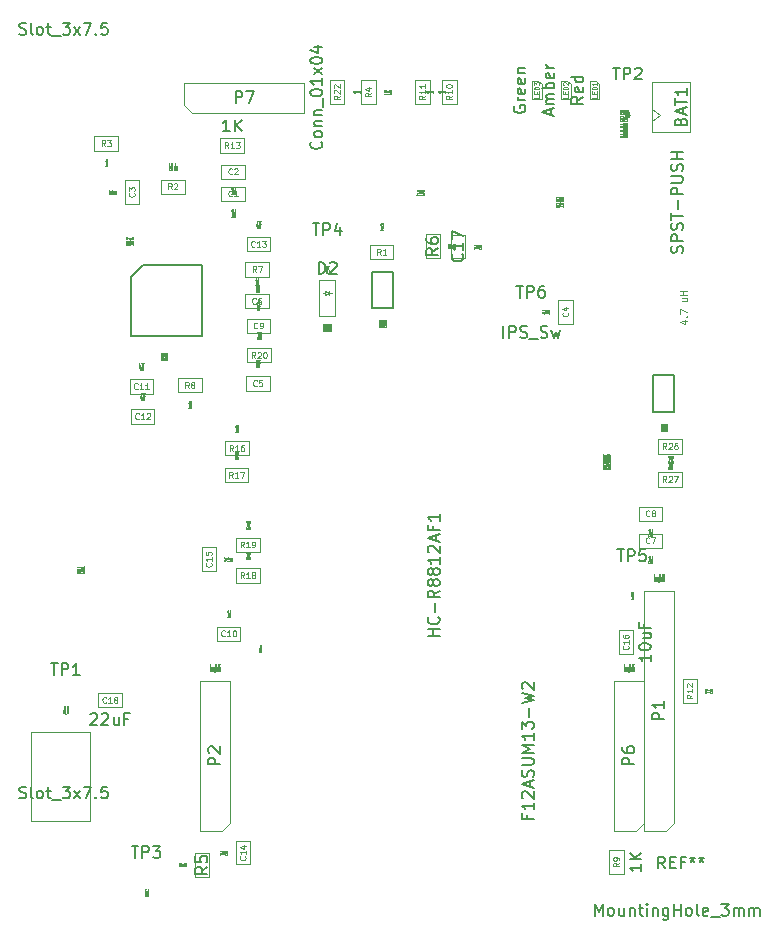
<source format=gbr>
G04 #@! TF.GenerationSoftware,KiCad,Pcbnew,(6.0.0-rc1-dev-1413-ga48e89956)*
G04 #@! TF.CreationDate,2019-11-22T20:47:01-07:00
G04 #@! TF.ProjectId,HAT_ver_6.0,4841545f-7665-4725-9f36-2e302e6b6963,6.0.4*
G04 #@! TF.SameCoordinates,Original*
G04 #@! TF.FileFunction,Other,Fab,Top*
%FSLAX46Y46*%
G04 Gerber Fmt 4.6, Leading zero omitted, Abs format (unit mm)*
G04 Created by KiCad (PCBNEW (6.0.0-rc1-dev-1413-ga48e89956)) date Friday, November 22, 2019 at 08:47:01 PM*
%MOMM*%
%LPD*%
G04 APERTURE LIST*
%ADD10C,0.150000*%
%ADD11C,0.100000*%
%ADD12C,0.025000*%
%ADD13C,0.600000*%
%ADD14C,0.080000*%
%ADD15C,0.060000*%
G04 APERTURE END LIST*
D10*
X148615400Y-112953800D02*
X148513800Y-113588800D01*
X148615400Y-113588800D02*
X148615400Y-112953800D01*
D11*
X157851600Y-79105200D02*
X159851600Y-79105200D01*
X157851600Y-80305200D02*
X157851600Y-79105200D01*
X159851600Y-80305200D02*
X157851600Y-80305200D01*
X159851600Y-79105200D02*
X159851600Y-80305200D01*
X165928600Y-78245700D02*
X165928600Y-80245700D01*
X164728600Y-78245700D02*
X165928600Y-78245700D01*
X164728600Y-80245700D02*
X164728600Y-78245700D01*
X165928600Y-80245700D02*
X164728600Y-80245700D01*
X182956200Y-128692000D02*
X181051200Y-128692000D01*
X181051200Y-128692000D02*
X181051200Y-108372000D01*
X181051200Y-108372000D02*
X183591200Y-108372000D01*
X183591200Y-108372000D02*
X183591200Y-128057000D01*
X183591200Y-128057000D02*
X182956200Y-128692000D01*
D10*
X183627600Y-90144000D02*
X181827600Y-90144000D01*
X181827600Y-90144000D02*
X181827600Y-93244000D01*
X183627600Y-93244000D02*
X181827600Y-93244000D01*
X183627600Y-90144000D02*
X183627600Y-93244000D01*
X159802400Y-81355600D02*
X158002400Y-81355600D01*
X158002400Y-81355600D02*
X158002400Y-84455600D01*
X159802400Y-84455600D02*
X158002400Y-84455600D01*
X159802400Y-81355600D02*
X159802400Y-84455600D01*
X138665200Y-80820000D02*
X143665200Y-80820000D01*
X143665200Y-80820000D02*
X143665200Y-86820000D01*
X143665200Y-86820000D02*
X137665200Y-86820000D01*
X137665200Y-86820000D02*
X137665200Y-81820000D01*
X137665200Y-81820000D02*
X138665200Y-80820000D01*
D11*
X180416200Y-128692000D02*
X178511200Y-128692000D01*
X178511200Y-128692000D02*
X178511200Y-115992000D01*
X178511200Y-115992000D02*
X181051200Y-115992000D01*
X181051200Y-115992000D02*
X181051200Y-128057000D01*
X181051200Y-128057000D02*
X180416200Y-128692000D01*
X145364200Y-128692000D02*
X143459200Y-128692000D01*
X143459200Y-128692000D02*
X143459200Y-115992000D01*
X143459200Y-115992000D02*
X145999200Y-115992000D01*
X145999200Y-115992000D02*
X145999200Y-128057000D01*
X145999200Y-128057000D02*
X145364200Y-128692000D01*
X184930000Y-65322000D02*
X181730000Y-65322000D01*
X181730000Y-65322000D02*
X181730000Y-69572000D01*
X181730000Y-69572000D02*
X184930000Y-69572000D01*
X184930000Y-69572000D02*
X184930000Y-65322000D01*
X181730000Y-67572000D02*
X182437107Y-68072000D01*
X182437107Y-68072000D02*
X181730000Y-68572000D01*
X143037000Y-130595100D02*
X144237000Y-130595100D01*
X144237000Y-130595100D02*
X144237000Y-132595100D01*
X144237000Y-132595100D02*
X143037000Y-132595100D01*
X143037000Y-132595100D02*
X143037000Y-130595100D01*
X163769600Y-78220300D02*
X163769600Y-80220300D01*
X162569600Y-78220300D02*
X163769600Y-78220300D01*
X162569600Y-80220300D02*
X162569600Y-78220300D01*
X163769600Y-80220300D02*
X162569600Y-80220300D01*
X154094800Y-83166800D02*
X153844800Y-83166800D01*
X154094800Y-83366800D02*
X154394800Y-83166800D01*
X154094800Y-82966800D02*
X154094800Y-83366800D01*
X154394800Y-83166800D02*
X154094800Y-82966800D01*
X154394800Y-83166800D02*
X154644800Y-83166800D01*
X154394800Y-82966800D02*
X154394800Y-83366800D01*
X154944800Y-82096800D02*
X154944800Y-85136800D01*
X153544800Y-85136800D02*
X154944800Y-85136800D01*
X153544800Y-82096800D02*
X154944800Y-82096800D01*
X153544800Y-82096800D02*
X153544800Y-85136800D01*
X185537400Y-117865400D02*
X184337400Y-117865400D01*
X184337400Y-117865400D02*
X184337400Y-115865400D01*
X184337400Y-115865400D02*
X185537400Y-115865400D01*
X185537400Y-115865400D02*
X185537400Y-117865400D01*
X145278600Y-75377600D02*
X145278600Y-74177600D01*
X145278600Y-74177600D02*
X147278600Y-74177600D01*
X147278600Y-74177600D02*
X147278600Y-75377600D01*
X147278600Y-75377600D02*
X145278600Y-75377600D01*
X145278600Y-73498000D02*
X145278600Y-72298000D01*
X145278600Y-72298000D02*
X147278600Y-72298000D01*
X147278600Y-72298000D02*
X147278600Y-73498000D01*
X147278600Y-73498000D02*
X145278600Y-73498000D01*
X137118800Y-73625200D02*
X138318800Y-73625200D01*
X138318800Y-73625200D02*
X138318800Y-75625200D01*
X138318800Y-75625200D02*
X137118800Y-75625200D01*
X137118800Y-75625200D02*
X137118800Y-73625200D01*
X173821800Y-85759800D02*
X173821800Y-83759800D01*
X175021800Y-85759800D02*
X173821800Y-85759800D01*
X175021800Y-83759800D02*
X175021800Y-85759800D01*
X173821800Y-83759800D02*
X175021800Y-83759800D01*
X147370800Y-90230400D02*
X149370800Y-90230400D01*
X147370800Y-91430400D02*
X147370800Y-90230400D01*
X149370800Y-91430400D02*
X147370800Y-91430400D01*
X149370800Y-90230400D02*
X149370800Y-91430400D01*
X147285200Y-83270800D02*
X149285200Y-83270800D01*
X147285200Y-84470800D02*
X147285200Y-83270800D01*
X149285200Y-84470800D02*
X147285200Y-84470800D01*
X149285200Y-83270800D02*
X149285200Y-84470800D01*
X182610000Y-104740000D02*
X180610000Y-104740000D01*
X182610000Y-103540000D02*
X182610000Y-104740000D01*
X180610000Y-103540000D02*
X182610000Y-103540000D01*
X180610000Y-104740000D02*
X180610000Y-103540000D01*
X180610000Y-102454000D02*
X180610000Y-101254000D01*
X180610000Y-101254000D02*
X182610000Y-101254000D01*
X182610000Y-101254000D02*
X182610000Y-102454000D01*
X182610000Y-102454000D02*
X180610000Y-102454000D01*
X149421600Y-85353600D02*
X149421600Y-86553600D01*
X149421600Y-86553600D02*
X147421600Y-86553600D01*
X147421600Y-86553600D02*
X147421600Y-85353600D01*
X147421600Y-85353600D02*
X149421600Y-85353600D01*
X144897600Y-111414000D02*
X146897600Y-111414000D01*
X144897600Y-112614000D02*
X144897600Y-111414000D01*
X146897600Y-112614000D02*
X144897600Y-112614000D01*
X146897600Y-111414000D02*
X146897600Y-112614000D01*
X139506200Y-90484400D02*
X139506200Y-91684400D01*
X139506200Y-91684400D02*
X137506200Y-91684400D01*
X137506200Y-91684400D02*
X137506200Y-90484400D01*
X137506200Y-90484400D02*
X139506200Y-90484400D01*
X137617200Y-93024400D02*
X139617200Y-93024400D01*
X137617200Y-94224400D02*
X137617200Y-93024400D01*
X139617200Y-94224400D02*
X137617200Y-94224400D01*
X139617200Y-93024400D02*
X139617200Y-94224400D01*
X149421600Y-78444800D02*
X149421600Y-79644800D01*
X149421600Y-79644800D02*
X147421600Y-79644800D01*
X147421600Y-79644800D02*
X147421600Y-78444800D01*
X147421600Y-78444800D02*
X149421600Y-78444800D01*
X146516800Y-131556000D02*
X146516800Y-129556000D01*
X147716800Y-131556000D02*
X146516800Y-131556000D01*
X147716800Y-129556000D02*
X147716800Y-131556000D01*
X146516800Y-129556000D02*
X147716800Y-129556000D01*
X144821200Y-106714800D02*
X143621200Y-106714800D01*
X143621200Y-106714800D02*
X143621200Y-104714800D01*
X143621200Y-104714800D02*
X144821200Y-104714800D01*
X144821200Y-104714800D02*
X144821200Y-106714800D01*
X142173200Y-73568000D02*
X142173200Y-74768000D01*
X142173200Y-74768000D02*
X140173200Y-74768000D01*
X140173200Y-74768000D02*
X140173200Y-73568000D01*
X140173200Y-73568000D02*
X142173200Y-73568000D01*
X134534400Y-71110400D02*
X134534400Y-69910400D01*
X134534400Y-69910400D02*
X136534400Y-69910400D01*
X136534400Y-69910400D02*
X136534400Y-71110400D01*
X136534400Y-71110400D02*
X134534400Y-71110400D01*
X158334000Y-65167000D02*
X158334000Y-67167000D01*
X157134000Y-65167000D02*
X158334000Y-65167000D01*
X157134000Y-67167000D02*
X157134000Y-65167000D01*
X158334000Y-67167000D02*
X157134000Y-67167000D01*
X147320800Y-81778400D02*
X147320800Y-80578400D01*
X147320800Y-80578400D02*
X149320800Y-80578400D01*
X149320800Y-80578400D02*
X149320800Y-81778400D01*
X149320800Y-81778400D02*
X147320800Y-81778400D01*
X141610800Y-91582800D02*
X141610800Y-90382800D01*
X141610800Y-90382800D02*
X143610800Y-90382800D01*
X143610800Y-90382800D02*
X143610800Y-91582800D01*
X143610800Y-91582800D02*
X141610800Y-91582800D01*
X163992000Y-65141600D02*
X165192000Y-65141600D01*
X165192000Y-65141600D02*
X165192000Y-67141600D01*
X165192000Y-67141600D02*
X163992000Y-67141600D01*
X163992000Y-67141600D02*
X163992000Y-65141600D01*
X162906000Y-65141600D02*
X162906000Y-67141600D01*
X161706000Y-65141600D02*
X162906000Y-65141600D01*
X161706000Y-67141600D02*
X161706000Y-65141600D01*
X162906000Y-67141600D02*
X161706000Y-67141600D01*
X147583400Y-95716800D02*
X147583400Y-96916800D01*
X147583400Y-96916800D02*
X145583400Y-96916800D01*
X145583400Y-96916800D02*
X145583400Y-95716800D01*
X145583400Y-95716800D02*
X147583400Y-95716800D01*
X145558000Y-97977400D02*
X147558000Y-97977400D01*
X145558000Y-99177400D02*
X145558000Y-97977400D01*
X147558000Y-99177400D02*
X145558000Y-99177400D01*
X147558000Y-97977400D02*
X147558000Y-99177400D01*
X146523200Y-106486400D02*
X148523200Y-106486400D01*
X146523200Y-107686400D02*
X146523200Y-106486400D01*
X148523200Y-107686400D02*
X146523200Y-107686400D01*
X148523200Y-106486400D02*
X148523200Y-107686400D01*
X148523200Y-103895600D02*
X148523200Y-105095600D01*
X148523200Y-105095600D02*
X146523200Y-105095600D01*
X146523200Y-105095600D02*
X146523200Y-103895600D01*
X146523200Y-103895600D02*
X148523200Y-103895600D01*
X147473200Y-87842800D02*
X149473200Y-87842800D01*
X147473200Y-89042800D02*
X147473200Y-87842800D01*
X149473200Y-89042800D02*
X147473200Y-89042800D01*
X149473200Y-87842800D02*
X149473200Y-89042800D01*
X155667000Y-65141600D02*
X155667000Y-67141600D01*
X154467000Y-65141600D02*
X155667000Y-65141600D01*
X154467000Y-67141600D02*
X154467000Y-65141600D01*
X155667000Y-67141600D02*
X154467000Y-67141600D01*
X182286400Y-96764400D02*
X182286400Y-95564400D01*
X182286400Y-95564400D02*
X184286400Y-95564400D01*
X184286400Y-95564400D02*
X184286400Y-96764400D01*
X184286400Y-96764400D02*
X182286400Y-96764400D01*
X182286400Y-98358400D02*
X184286400Y-98358400D01*
X182286400Y-99558400D02*
X182286400Y-98358400D01*
X184286400Y-99558400D02*
X182286400Y-99558400D01*
X184286400Y-98358400D02*
X184286400Y-99558400D01*
X180127200Y-113725200D02*
X178927200Y-113725200D01*
X178927200Y-113725200D02*
X178927200Y-111725200D01*
X178927200Y-111725200D02*
X180127200Y-111725200D01*
X180127200Y-111725200D02*
X180127200Y-113725200D01*
X179339800Y-132343400D02*
X178139800Y-132343400D01*
X178139800Y-132343400D02*
X178139800Y-130343400D01*
X178139800Y-130343400D02*
X179339800Y-130343400D01*
X179339800Y-130343400D02*
X179339800Y-132343400D01*
X142138400Y-67259400D02*
X142138400Y-65354400D01*
X142138400Y-65354400D02*
X152298400Y-65354400D01*
X152298400Y-65354400D02*
X152298400Y-67894400D01*
X152298400Y-67894400D02*
X142773400Y-67894400D01*
X142773400Y-67894400D02*
X142138400Y-67259400D01*
X129157200Y-127863800D02*
X129157200Y-120363800D01*
X134157200Y-127863800D02*
X129157200Y-127863800D01*
X134157200Y-120363800D02*
X134157200Y-127863800D01*
X129157200Y-120363800D02*
X134157200Y-120363800D01*
X177283600Y-66789200D02*
X177283600Y-65489200D01*
X177283600Y-65489200D02*
X176983600Y-65189200D01*
X176983600Y-65189200D02*
X176483600Y-65189200D01*
X176483600Y-65189200D02*
X176483600Y-66789200D01*
X176483600Y-66789200D02*
X177283600Y-66789200D01*
X174045200Y-66789200D02*
X174845200Y-66789200D01*
X174045200Y-65189200D02*
X174045200Y-66789200D01*
X174545200Y-65189200D02*
X174045200Y-65189200D01*
X174845200Y-65489200D02*
X174545200Y-65189200D01*
X174845200Y-66789200D02*
X174845200Y-65489200D01*
X172406800Y-66789200D02*
X172406800Y-65489200D01*
X172406800Y-65489200D02*
X172106800Y-65189200D01*
X172106800Y-65189200D02*
X171606800Y-65189200D01*
X171606800Y-65189200D02*
X171606800Y-66789200D01*
X171606800Y-66789200D02*
X172406800Y-66789200D01*
X147204700Y-70088200D02*
X147204700Y-71288200D01*
X147204700Y-71288200D02*
X145204700Y-71288200D01*
X145204700Y-71288200D02*
X145204700Y-70088200D01*
X145204700Y-70088200D02*
X147204700Y-70088200D01*
X134841500Y-118252800D02*
X134841500Y-117052800D01*
X134841500Y-117052800D02*
X136841500Y-117052800D01*
X136841500Y-117052800D02*
X136841500Y-118252800D01*
X136841500Y-118252800D02*
X134841500Y-118252800D01*
D10*
X171192171Y-127370171D02*
X171192171Y-127703504D01*
X171715980Y-127703504D02*
X170715980Y-127703504D01*
X170715980Y-127227314D01*
X171715980Y-126322552D02*
X171715980Y-126893980D01*
X171715980Y-126608266D02*
X170715980Y-126608266D01*
X170858838Y-126703504D01*
X170954076Y-126798742D01*
X171001695Y-126893980D01*
X170811219Y-125941600D02*
X170763600Y-125893980D01*
X170715980Y-125798742D01*
X170715980Y-125560647D01*
X170763600Y-125465409D01*
X170811219Y-125417790D01*
X170906457Y-125370171D01*
X171001695Y-125370171D01*
X171144552Y-125417790D01*
X171715980Y-125989219D01*
X171715980Y-125370171D01*
X171430266Y-124989219D02*
X171430266Y-124513028D01*
X171715980Y-125084457D02*
X170715980Y-124751123D01*
X171715980Y-124417790D01*
X171668361Y-124132076D02*
X171715980Y-123989219D01*
X171715980Y-123751123D01*
X171668361Y-123655885D01*
X171620742Y-123608266D01*
X171525504Y-123560647D01*
X171430266Y-123560647D01*
X171335028Y-123608266D01*
X171287409Y-123655885D01*
X171239790Y-123751123D01*
X171192171Y-123941600D01*
X171144552Y-124036838D01*
X171096933Y-124084457D01*
X171001695Y-124132076D01*
X170906457Y-124132076D01*
X170811219Y-124084457D01*
X170763600Y-124036838D01*
X170715980Y-123941600D01*
X170715980Y-123703504D01*
X170763600Y-123560647D01*
X170715980Y-123132076D02*
X171525504Y-123132076D01*
X171620742Y-123084457D01*
X171668361Y-123036838D01*
X171715980Y-122941600D01*
X171715980Y-122751123D01*
X171668361Y-122655885D01*
X171620742Y-122608266D01*
X171525504Y-122560647D01*
X170715980Y-122560647D01*
X171715980Y-122084457D02*
X170715980Y-122084457D01*
X171430266Y-121751123D01*
X170715980Y-121417790D01*
X171715980Y-121417790D01*
X171715980Y-120417790D02*
X171715980Y-120989219D01*
X171715980Y-120703504D02*
X170715980Y-120703504D01*
X170858838Y-120798742D01*
X170954076Y-120893980D01*
X171001695Y-120989219D01*
X170715980Y-120084457D02*
X170715980Y-119465409D01*
X171096933Y-119798742D01*
X171096933Y-119655885D01*
X171144552Y-119560647D01*
X171192171Y-119513028D01*
X171287409Y-119465409D01*
X171525504Y-119465409D01*
X171620742Y-119513028D01*
X171668361Y-119560647D01*
X171715980Y-119655885D01*
X171715980Y-119941600D01*
X171668361Y-120036838D01*
X171620742Y-120084457D01*
X171335028Y-119036838D02*
X171335028Y-118274933D01*
X170715980Y-117893980D02*
X171715980Y-117655885D01*
X171001695Y-117465409D01*
X171715980Y-117274933D01*
X170715980Y-117036838D01*
X170811219Y-116703504D02*
X170763600Y-116655885D01*
X170715980Y-116560647D01*
X170715980Y-116322552D01*
X170763600Y-116227314D01*
X170811219Y-116179695D01*
X170906457Y-116132076D01*
X171001695Y-116132076D01*
X171144552Y-116179695D01*
X171715980Y-116751123D01*
X171715980Y-116132076D01*
D12*
X158784933Y-77876628D02*
X158727790Y-77876628D01*
X158756361Y-77876628D02*
X158756361Y-77276628D01*
X158746838Y-77362342D01*
X158737314Y-77419485D01*
X158727790Y-77448057D01*
X158870647Y-77276628D02*
X158851600Y-77276628D01*
X158842076Y-77305200D01*
X158837314Y-77333771D01*
X158827790Y-77419485D01*
X158823028Y-77533771D01*
X158823028Y-77762342D01*
X158827790Y-77819485D01*
X158832552Y-77848057D01*
X158842076Y-77876628D01*
X158861123Y-77876628D01*
X158870647Y-77848057D01*
X158875409Y-77819485D01*
X158880171Y-77762342D01*
X158880171Y-77619485D01*
X158875409Y-77562342D01*
X158870647Y-77533771D01*
X158861123Y-77505200D01*
X158842076Y-77505200D01*
X158832552Y-77533771D01*
X158827790Y-77562342D01*
X158823028Y-77619485D01*
X158918266Y-77333771D02*
X158923028Y-77305200D01*
X158932552Y-77276628D01*
X158956361Y-77276628D01*
X158965885Y-77305200D01*
X158970647Y-77333771D01*
X158975409Y-77390914D01*
X158975409Y-77448057D01*
X158970647Y-77533771D01*
X158913504Y-77876628D01*
X158975409Y-77876628D01*
D13*
D14*
X158768266Y-79931390D02*
X158601600Y-79693295D01*
X158482552Y-79931390D02*
X158482552Y-79431390D01*
X158673028Y-79431390D01*
X158720647Y-79455200D01*
X158744457Y-79479009D01*
X158768266Y-79526628D01*
X158768266Y-79598057D01*
X158744457Y-79645676D01*
X158720647Y-79669485D01*
X158673028Y-79693295D01*
X158482552Y-79693295D01*
X159244457Y-79931390D02*
X158958742Y-79931390D01*
X159101600Y-79931390D02*
X159101600Y-79431390D01*
X159053980Y-79502819D01*
X159006361Y-79550438D01*
X158958742Y-79574247D01*
D12*
X166707171Y-79409985D02*
X166678600Y-79405223D01*
X166650028Y-79395700D01*
X166650028Y-79371890D01*
X166678600Y-79362366D01*
X166707171Y-79357604D01*
X166764314Y-79352842D01*
X166821457Y-79352842D01*
X166907171Y-79357604D01*
X167250028Y-79414747D01*
X167250028Y-79352842D01*
X166707171Y-79314747D02*
X166678600Y-79309985D01*
X166650028Y-79300461D01*
X166650028Y-79276652D01*
X166678600Y-79267128D01*
X166707171Y-79262366D01*
X166764314Y-79257604D01*
X166821457Y-79257604D01*
X166907171Y-79262366D01*
X167250028Y-79319509D01*
X167250028Y-79257604D01*
X166850028Y-79171890D02*
X167250028Y-79171890D01*
X166850028Y-79214747D02*
X167164314Y-79214747D01*
X167221457Y-79209985D01*
X167250028Y-79200461D01*
X167250028Y-79186176D01*
X167221457Y-79176652D01*
X167192885Y-79171890D01*
X166935742Y-79090938D02*
X166935742Y-79124271D01*
X167250028Y-79124271D02*
X166650028Y-79124271D01*
X166650028Y-79076652D01*
D13*
D10*
X165685742Y-79888557D02*
X165733361Y-79936176D01*
X165780980Y-80079033D01*
X165780980Y-80174271D01*
X165733361Y-80317128D01*
X165638123Y-80412366D01*
X165542885Y-80459985D01*
X165352409Y-80507604D01*
X165209552Y-80507604D01*
X165019076Y-80459985D01*
X164923838Y-80412366D01*
X164828600Y-80317128D01*
X164780980Y-80174271D01*
X164780980Y-80079033D01*
X164828600Y-79936176D01*
X164876219Y-79888557D01*
X165780980Y-78936176D02*
X165780980Y-79507604D01*
X165780980Y-79221890D02*
X164780980Y-79221890D01*
X164923838Y-79317128D01*
X165019076Y-79412366D01*
X165066695Y-79507604D01*
X164780980Y-78602842D02*
X164780980Y-77936176D01*
X165780980Y-78364747D01*
D12*
X181947390Y-107526285D02*
X181942628Y-107554857D01*
X181928342Y-107583428D01*
X181918819Y-107583428D01*
X181904533Y-107554857D01*
X181895009Y-107497714D01*
X181890247Y-107440571D01*
X181885485Y-107326285D01*
X181885485Y-107240571D01*
X181890247Y-107126285D01*
X181895009Y-107069142D01*
X181904533Y-107012000D01*
X181918819Y-106983428D01*
X181928342Y-106983428D01*
X181942628Y-107012000D01*
X181947390Y-107040571D01*
X182004533Y-107583428D02*
X181995009Y-107554857D01*
X181990247Y-107526285D01*
X181985485Y-107469142D01*
X181985485Y-107297714D01*
X181990247Y-107240571D01*
X181995009Y-107212000D01*
X182004533Y-107183428D01*
X182018819Y-107183428D01*
X182028342Y-107212000D01*
X182033104Y-107240571D01*
X182037866Y-107297714D01*
X182037866Y-107469142D01*
X182033104Y-107526285D01*
X182028342Y-107554857D01*
X182018819Y-107583428D01*
X182004533Y-107583428D01*
X182080723Y-107183428D02*
X182080723Y-107583428D01*
X182080723Y-107240571D02*
X182085485Y-107212000D01*
X182095009Y-107183428D01*
X182109295Y-107183428D01*
X182118819Y-107212000D01*
X182123580Y-107269142D01*
X182123580Y-107583428D01*
X182171200Y-107183428D02*
X182171200Y-107583428D01*
X182171200Y-107240571D02*
X182175961Y-107212000D01*
X182185485Y-107183428D01*
X182199771Y-107183428D01*
X182209295Y-107212000D01*
X182214057Y-107269142D01*
X182214057Y-107583428D01*
X182237866Y-107640571D02*
X182314057Y-107640571D01*
X182356914Y-106983428D02*
X182366438Y-106983428D01*
X182375961Y-107012000D01*
X182380723Y-107040571D01*
X182385485Y-107097714D01*
X182390247Y-107212000D01*
X182390247Y-107354857D01*
X182385485Y-107469142D01*
X182380723Y-107526285D01*
X182375961Y-107554857D01*
X182366438Y-107583428D01*
X182356914Y-107583428D01*
X182347390Y-107554857D01*
X182342628Y-107526285D01*
X182337866Y-107469142D01*
X182333104Y-107354857D01*
X182333104Y-107212000D01*
X182337866Y-107097714D01*
X182342628Y-107040571D01*
X182347390Y-107012000D01*
X182356914Y-106983428D01*
X182485485Y-107583428D02*
X182428342Y-107583428D01*
X182456914Y-107583428D02*
X182456914Y-106983428D01*
X182447390Y-107069142D01*
X182437866Y-107126285D01*
X182428342Y-107154857D01*
X182518819Y-107583428D02*
X182571200Y-107183428D01*
X182518819Y-107183428D02*
X182571200Y-107583428D01*
X182628342Y-106983428D02*
X182637866Y-106983428D01*
X182647390Y-107012000D01*
X182652152Y-107040571D01*
X182656914Y-107097714D01*
X182661676Y-107212000D01*
X182661676Y-107354857D01*
X182656914Y-107469142D01*
X182652152Y-107526285D01*
X182647390Y-107554857D01*
X182637866Y-107583428D01*
X182628342Y-107583428D01*
X182618819Y-107554857D01*
X182614057Y-107526285D01*
X182609295Y-107469142D01*
X182604533Y-107354857D01*
X182604533Y-107212000D01*
X182609295Y-107097714D01*
X182614057Y-107040571D01*
X182618819Y-107012000D01*
X182628342Y-106983428D01*
X182718819Y-107240571D02*
X182709295Y-107212000D01*
X182704533Y-107183428D01*
X182699771Y-107126285D01*
X182699771Y-107097714D01*
X182704533Y-107040571D01*
X182709295Y-107012000D01*
X182718819Y-106983428D01*
X182737866Y-106983428D01*
X182747390Y-107012000D01*
X182752152Y-107040571D01*
X182756914Y-107097714D01*
X182756914Y-107126285D01*
X182752152Y-107183428D01*
X182747390Y-107212000D01*
X182737866Y-107240571D01*
X182718819Y-107240571D01*
X182709295Y-107269142D01*
X182704533Y-107297714D01*
X182699771Y-107354857D01*
X182699771Y-107469142D01*
X182704533Y-107526285D01*
X182709295Y-107554857D01*
X182718819Y-107583428D01*
X182737866Y-107583428D01*
X182747390Y-107554857D01*
X182752152Y-107526285D01*
X182756914Y-107469142D01*
X182756914Y-107354857D01*
X182752152Y-107297714D01*
X182747390Y-107269142D01*
X182737866Y-107240571D01*
D13*
D10*
X182773580Y-119270095D02*
X181773580Y-119270095D01*
X181773580Y-118889142D01*
X181821200Y-118793904D01*
X181868819Y-118746285D01*
X181964057Y-118698666D01*
X182106914Y-118698666D01*
X182202152Y-118746285D01*
X182249771Y-118793904D01*
X182297390Y-118889142D01*
X182297390Y-119270095D01*
X182773580Y-117746285D02*
X182773580Y-118317714D01*
X182773580Y-118032000D02*
X181773580Y-118032000D01*
X181916438Y-118127238D01*
X182011676Y-118222476D01*
X182059295Y-118317714D01*
D12*
X137767257Y-79110590D02*
X137795828Y-79096304D01*
X137795828Y-79072495D01*
X137767257Y-79062971D01*
X137738685Y-79058209D01*
X137681542Y-79053447D01*
X137624400Y-79053447D01*
X137567257Y-79058209D01*
X137538685Y-79062971D01*
X137510114Y-79072495D01*
X137481542Y-79091542D01*
X137452971Y-79101066D01*
X137424400Y-79105828D01*
X137367257Y-79110590D01*
X137310114Y-79110590D01*
X137252971Y-79105828D01*
X137224400Y-79101066D01*
X137195828Y-79091542D01*
X137195828Y-79067733D01*
X137224400Y-79053447D01*
X137795828Y-79010590D02*
X137195828Y-79010590D01*
X137195828Y-78972495D01*
X137224400Y-78962971D01*
X137252971Y-78958209D01*
X137310114Y-78953447D01*
X137395828Y-78953447D01*
X137452971Y-78958209D01*
X137481542Y-78962971D01*
X137510114Y-78972495D01*
X137510114Y-79010590D01*
X137795828Y-78910590D02*
X137195828Y-78910590D01*
X137195828Y-78886780D01*
X137224400Y-78872495D01*
X137281542Y-78862971D01*
X137338685Y-78858209D01*
X137452971Y-78853447D01*
X137538685Y-78853447D01*
X137652971Y-78858209D01*
X137710114Y-78862971D01*
X137767257Y-78872495D01*
X137795828Y-78886780D01*
X137795828Y-78910590D01*
X137195828Y-78824876D02*
X137195828Y-78767733D01*
X137795828Y-78796304D02*
X137195828Y-78796304D01*
X137567257Y-78734400D02*
X137567257Y-78658209D01*
X137252971Y-78615352D02*
X137224400Y-78610590D01*
X137195828Y-78601066D01*
X137195828Y-78577257D01*
X137224400Y-78567733D01*
X137252971Y-78562971D01*
X137310114Y-78558209D01*
X137367257Y-78558209D01*
X137452971Y-78562971D01*
X137795828Y-78620114D01*
X137795828Y-78558209D01*
X137738685Y-78458209D02*
X137767257Y-78462971D01*
X137795828Y-78477257D01*
X137795828Y-78486780D01*
X137767257Y-78501066D01*
X137710114Y-78510590D01*
X137652971Y-78515352D01*
X137538685Y-78520114D01*
X137452971Y-78520114D01*
X137338685Y-78515352D01*
X137281542Y-78510590D01*
X137224400Y-78501066D01*
X137195828Y-78486780D01*
X137195828Y-78477257D01*
X137224400Y-78462971D01*
X137252971Y-78458209D01*
D13*
D12*
X174179657Y-75882571D02*
X174208228Y-75868285D01*
X174208228Y-75844476D01*
X174179657Y-75834952D01*
X174151085Y-75830190D01*
X174093942Y-75825428D01*
X174036800Y-75825428D01*
X173979657Y-75830190D01*
X173951085Y-75834952D01*
X173922514Y-75844476D01*
X173893942Y-75863523D01*
X173865371Y-75873047D01*
X173836800Y-75877809D01*
X173779657Y-75882571D01*
X173722514Y-75882571D01*
X173665371Y-75877809D01*
X173636800Y-75873047D01*
X173608228Y-75863523D01*
X173608228Y-75839714D01*
X173636800Y-75825428D01*
X174208228Y-75782571D02*
X173608228Y-75782571D01*
X173608228Y-75744476D01*
X173636800Y-75734952D01*
X173665371Y-75730190D01*
X173722514Y-75725428D01*
X173808228Y-75725428D01*
X173865371Y-75730190D01*
X173893942Y-75734952D01*
X173922514Y-75744476D01*
X173922514Y-75782571D01*
X174179657Y-75687333D02*
X174208228Y-75673047D01*
X174208228Y-75649238D01*
X174179657Y-75639714D01*
X174151085Y-75634952D01*
X174093942Y-75630190D01*
X174036800Y-75630190D01*
X173979657Y-75634952D01*
X173951085Y-75639714D01*
X173922514Y-75649238D01*
X173893942Y-75668285D01*
X173865371Y-75677809D01*
X173836800Y-75682571D01*
X173779657Y-75687333D01*
X173722514Y-75687333D01*
X173665371Y-75682571D01*
X173636800Y-75677809D01*
X173608228Y-75668285D01*
X173608228Y-75644476D01*
X173636800Y-75630190D01*
X173608228Y-75601619D02*
X173608228Y-75544476D01*
X174208228Y-75573047D02*
X173608228Y-75573047D01*
X173979657Y-75511142D02*
X173979657Y-75434952D01*
X174208228Y-75387333D02*
X173608228Y-75387333D01*
X173608228Y-75349238D01*
X173636800Y-75339714D01*
X173665371Y-75334952D01*
X173722514Y-75330190D01*
X173808228Y-75330190D01*
X173865371Y-75334952D01*
X173893942Y-75339714D01*
X173922514Y-75349238D01*
X173922514Y-75387333D01*
X173608228Y-75287333D02*
X174093942Y-75287333D01*
X174151085Y-75282571D01*
X174179657Y-75277809D01*
X174208228Y-75268285D01*
X174208228Y-75249238D01*
X174179657Y-75239714D01*
X174151085Y-75234952D01*
X174093942Y-75230190D01*
X173608228Y-75230190D01*
X174179657Y-75187333D02*
X174208228Y-75173047D01*
X174208228Y-75149238D01*
X174179657Y-75139714D01*
X174151085Y-75134952D01*
X174093942Y-75130190D01*
X174036800Y-75130190D01*
X173979657Y-75134952D01*
X173951085Y-75139714D01*
X173922514Y-75149238D01*
X173893942Y-75168285D01*
X173865371Y-75177809D01*
X173836800Y-75182571D01*
X173779657Y-75187333D01*
X173722514Y-75187333D01*
X173665371Y-75182571D01*
X173636800Y-75177809D01*
X173608228Y-75168285D01*
X173608228Y-75144476D01*
X173636800Y-75130190D01*
X174208228Y-75087333D02*
X173608228Y-75087333D01*
X173893942Y-75087333D02*
X173893942Y-75030190D01*
X174208228Y-75030190D02*
X173608228Y-75030190D01*
D13*
D12*
X182465695Y-94865428D02*
X182465695Y-94265428D01*
X182499028Y-94694000D01*
X182532361Y-94265428D01*
X182532361Y-94865428D01*
X182565695Y-94265428D02*
X182622838Y-94265428D01*
X182594266Y-94865428D02*
X182594266Y-94265428D01*
X182646647Y-94265428D02*
X182708552Y-94265428D01*
X182675219Y-94494000D01*
X182689504Y-94494000D01*
X182699028Y-94522571D01*
X182703790Y-94551142D01*
X182708552Y-94608285D01*
X182708552Y-94751142D01*
X182703790Y-94808285D01*
X182699028Y-94836857D01*
X182689504Y-94865428D01*
X182660933Y-94865428D01*
X182651409Y-94836857D01*
X182646647Y-94808285D01*
X182794266Y-94265428D02*
X182775219Y-94265428D01*
X182765695Y-94294000D01*
X182760933Y-94322571D01*
X182751409Y-94408285D01*
X182746647Y-94522571D01*
X182746647Y-94751142D01*
X182751409Y-94808285D01*
X182756171Y-94836857D01*
X182765695Y-94865428D01*
X182784742Y-94865428D01*
X182794266Y-94836857D01*
X182799028Y-94808285D01*
X182803790Y-94751142D01*
X182803790Y-94608285D01*
X182799028Y-94551142D01*
X182794266Y-94522571D01*
X182784742Y-94494000D01*
X182765695Y-94494000D01*
X182756171Y-94522571D01*
X182751409Y-94551142D01*
X182746647Y-94608285D01*
X182865695Y-94265428D02*
X182875219Y-94265428D01*
X182884742Y-94294000D01*
X182889504Y-94322571D01*
X182894266Y-94379714D01*
X182899028Y-94494000D01*
X182899028Y-94636857D01*
X182894266Y-94751142D01*
X182889504Y-94808285D01*
X182884742Y-94836857D01*
X182875219Y-94865428D01*
X182865695Y-94865428D01*
X182856171Y-94836857D01*
X182851409Y-94808285D01*
X182846647Y-94751142D01*
X182841885Y-94636857D01*
X182841885Y-94494000D01*
X182846647Y-94379714D01*
X182851409Y-94322571D01*
X182856171Y-94294000D01*
X182865695Y-94265428D01*
X182956171Y-94522571D02*
X182946647Y-94494000D01*
X182941885Y-94465428D01*
X182937123Y-94408285D01*
X182937123Y-94379714D01*
X182941885Y-94322571D01*
X182946647Y-94294000D01*
X182956171Y-94265428D01*
X182975219Y-94265428D01*
X182984742Y-94294000D01*
X182989504Y-94322571D01*
X182994266Y-94379714D01*
X182994266Y-94408285D01*
X182989504Y-94465428D01*
X182984742Y-94494000D01*
X182975219Y-94522571D01*
X182956171Y-94522571D01*
X182946647Y-94551142D01*
X182941885Y-94579714D01*
X182937123Y-94636857D01*
X182937123Y-94751142D01*
X182941885Y-94808285D01*
X182946647Y-94836857D01*
X182956171Y-94865428D01*
X182975219Y-94865428D01*
X182984742Y-94836857D01*
X182989504Y-94808285D01*
X182994266Y-94751142D01*
X182994266Y-94636857D01*
X182989504Y-94579714D01*
X182984742Y-94551142D01*
X182975219Y-94522571D01*
D13*
D12*
X158604780Y-86077028D02*
X158604780Y-85477028D01*
X158638114Y-85905600D01*
X158671447Y-85477028D01*
X158671447Y-86077028D01*
X158719066Y-86077028D02*
X158719066Y-85477028D01*
X158823828Y-86019885D02*
X158819066Y-86048457D01*
X158804780Y-86077028D01*
X158795257Y-86077028D01*
X158780971Y-86048457D01*
X158771447Y-85991314D01*
X158766685Y-85934171D01*
X158761923Y-85819885D01*
X158761923Y-85734171D01*
X158766685Y-85619885D01*
X158771447Y-85562742D01*
X158780971Y-85505600D01*
X158795257Y-85477028D01*
X158804780Y-85477028D01*
X158819066Y-85505600D01*
X158823828Y-85534171D01*
X158861923Y-85534171D02*
X158866685Y-85505600D01*
X158876209Y-85477028D01*
X158900019Y-85477028D01*
X158909542Y-85505600D01*
X158914304Y-85534171D01*
X158919066Y-85591314D01*
X158919066Y-85648457D01*
X158914304Y-85734171D01*
X158857161Y-86077028D01*
X158919066Y-86077028D01*
X158980971Y-85477028D02*
X158990495Y-85477028D01*
X159000019Y-85505600D01*
X159004780Y-85534171D01*
X159009542Y-85591314D01*
X159014304Y-85705600D01*
X159014304Y-85848457D01*
X159009542Y-85962742D01*
X159004780Y-86019885D01*
X159000019Y-86048457D01*
X158990495Y-86077028D01*
X158980971Y-86077028D01*
X158971447Y-86048457D01*
X158966685Y-86019885D01*
X158961923Y-85962742D01*
X158957161Y-85848457D01*
X158957161Y-85705600D01*
X158961923Y-85591314D01*
X158966685Y-85534171D01*
X158971447Y-85505600D01*
X158980971Y-85477028D01*
X159109542Y-86077028D02*
X159052400Y-86077028D01*
X159080971Y-86077028D02*
X159080971Y-85477028D01*
X159071447Y-85562742D01*
X159061923Y-85619885D01*
X159052400Y-85648457D01*
X159157161Y-86077028D02*
X159176209Y-86077028D01*
X159185733Y-86048457D01*
X159190495Y-86019885D01*
X159200019Y-85934171D01*
X159204780Y-85819885D01*
X159204780Y-85591314D01*
X159200019Y-85534171D01*
X159195257Y-85505600D01*
X159185733Y-85477028D01*
X159166685Y-85477028D01*
X159157161Y-85505600D01*
X159152400Y-85534171D01*
X159147638Y-85591314D01*
X159147638Y-85734171D01*
X159152400Y-85791314D01*
X159157161Y-85819885D01*
X159166685Y-85848457D01*
X159185733Y-85848457D01*
X159195257Y-85819885D01*
X159200019Y-85791314D01*
X159204780Y-85734171D01*
D13*
D12*
X162008628Y-74864095D02*
X162408628Y-74864095D01*
X161780057Y-74887904D02*
X162208628Y-74911714D01*
X162208628Y-74849809D01*
X162351485Y-74811714D02*
X162380057Y-74806952D01*
X162408628Y-74811714D01*
X162380057Y-74816476D01*
X162351485Y-74811714D01*
X162408628Y-74811714D01*
X161808628Y-74773619D02*
X161808628Y-74706952D01*
X162408628Y-74749809D01*
X162008628Y-74549809D02*
X162408628Y-74549809D01*
X162008628Y-74592666D02*
X162322914Y-74592666D01*
X162380057Y-74587904D01*
X162408628Y-74578380D01*
X162408628Y-74564095D01*
X162380057Y-74554571D01*
X162351485Y-74549809D01*
X162408628Y-74502190D02*
X161808628Y-74502190D01*
X162094342Y-74502190D02*
X162094342Y-74445047D01*
X162408628Y-74445047D02*
X161808628Y-74445047D01*
D13*
D12*
X178154228Y-98079828D02*
X177554228Y-98079828D01*
X178154228Y-98022685D01*
X177554228Y-98022685D01*
X178154228Y-97917923D02*
X177868514Y-97951257D01*
X178154228Y-97975066D02*
X177554228Y-97975066D01*
X177554228Y-97936971D01*
X177582800Y-97927447D01*
X177611371Y-97922685D01*
X177668514Y-97917923D01*
X177754228Y-97917923D01*
X177811371Y-97922685D01*
X177839942Y-97927447D01*
X177868514Y-97936971D01*
X177868514Y-97975066D01*
X177554228Y-97889352D02*
X178154228Y-97856019D01*
X177554228Y-97822685D01*
X177554228Y-97803638D02*
X177554228Y-97746495D01*
X178154228Y-97775066D02*
X177554228Y-97775066D01*
X178125657Y-97717923D02*
X178154228Y-97703638D01*
X178154228Y-97679828D01*
X178125657Y-97670304D01*
X178097085Y-97665542D01*
X178039942Y-97660780D01*
X177982800Y-97660780D01*
X177925657Y-97665542D01*
X177897085Y-97670304D01*
X177868514Y-97679828D01*
X177839942Y-97698876D01*
X177811371Y-97708400D01*
X177782800Y-97713161D01*
X177725657Y-97717923D01*
X177668514Y-97717923D01*
X177611371Y-97713161D01*
X177582800Y-97708400D01*
X177554228Y-97698876D01*
X177554228Y-97675066D01*
X177582800Y-97660780D01*
X177611371Y-97622685D02*
X177582800Y-97617923D01*
X177554228Y-97608400D01*
X177554228Y-97584590D01*
X177582800Y-97575066D01*
X177611371Y-97570304D01*
X177668514Y-97565542D01*
X177725657Y-97565542D01*
X177811371Y-97570304D01*
X178154228Y-97627447D01*
X178154228Y-97565542D01*
X177554228Y-97479828D02*
X177554228Y-97498876D01*
X177582800Y-97508400D01*
X177611371Y-97513161D01*
X177697085Y-97522685D01*
X177811371Y-97527447D01*
X178039942Y-97527447D01*
X178097085Y-97522685D01*
X178125657Y-97517923D01*
X178154228Y-97508400D01*
X178154228Y-97489352D01*
X178125657Y-97479828D01*
X178097085Y-97475066D01*
X178039942Y-97470304D01*
X177897085Y-97470304D01*
X177839942Y-97475066D01*
X177811371Y-97479828D01*
X177782800Y-97489352D01*
X177782800Y-97508400D01*
X177811371Y-97517923D01*
X177839942Y-97522685D01*
X177897085Y-97527447D01*
X177554228Y-97408400D02*
X177554228Y-97398876D01*
X177582800Y-97389352D01*
X177611371Y-97384590D01*
X177668514Y-97379828D01*
X177782800Y-97375066D01*
X177925657Y-97375066D01*
X178039942Y-97379828D01*
X178097085Y-97384590D01*
X178125657Y-97389352D01*
X178154228Y-97398876D01*
X178154228Y-97408400D01*
X178125657Y-97417923D01*
X178097085Y-97422685D01*
X178039942Y-97427447D01*
X177925657Y-97432209D01*
X177782800Y-97432209D01*
X177668514Y-97427447D01*
X177611371Y-97422685D01*
X177582800Y-97417923D01*
X177554228Y-97408400D01*
X177839942Y-97332209D02*
X177839942Y-97298876D01*
X178154228Y-97284590D02*
X178154228Y-97332209D01*
X177554228Y-97332209D01*
X177554228Y-97284590D01*
X178125657Y-97246495D02*
X178154228Y-97232209D01*
X178154228Y-97208400D01*
X178125657Y-97198876D01*
X178097085Y-97194114D01*
X178039942Y-97189352D01*
X177982800Y-97189352D01*
X177925657Y-97194114D01*
X177897085Y-97198876D01*
X177868514Y-97208400D01*
X177839942Y-97227447D01*
X177811371Y-97236971D01*
X177782800Y-97241733D01*
X177725657Y-97246495D01*
X177668514Y-97246495D01*
X177611371Y-97241733D01*
X177582800Y-97236971D01*
X177554228Y-97227447D01*
X177554228Y-97203638D01*
X177582800Y-97189352D01*
X177839942Y-97113161D02*
X177839942Y-97146495D01*
X178154228Y-97146495D02*
X177554228Y-97146495D01*
X177554228Y-97098876D01*
X177554228Y-97075066D02*
X177554228Y-97017923D01*
X178154228Y-97046495D02*
X177554228Y-97046495D01*
X178154228Y-96932209D02*
X178154228Y-96989352D01*
X178154228Y-96960780D02*
X177554228Y-96960780D01*
X177639942Y-96970304D01*
X177697085Y-96979828D01*
X177725657Y-96989352D01*
X177582800Y-96836971D02*
X177554228Y-96846495D01*
X177554228Y-96860780D01*
X177582800Y-96875066D01*
X177639942Y-96884590D01*
X177697085Y-96889352D01*
X177811371Y-96894114D01*
X177897085Y-96894114D01*
X178011371Y-96889352D01*
X178068514Y-96884590D01*
X178125657Y-96875066D01*
X178154228Y-96860780D01*
X178154228Y-96851257D01*
X178125657Y-96836971D01*
X178097085Y-96832209D01*
X177897085Y-96832209D01*
X177897085Y-96851257D01*
D13*
D12*
X140150914Y-88670000D02*
X140198533Y-88670000D01*
X140141390Y-88841428D02*
X140174723Y-88241428D01*
X140208057Y-88841428D01*
X140231866Y-88241428D02*
X140298533Y-88841428D01*
X140298533Y-88241428D02*
X140231866Y-88841428D01*
X140336628Y-88841428D02*
X140336628Y-88241428D01*
X140374723Y-88241428D01*
X140384247Y-88270000D01*
X140389009Y-88298571D01*
X140393771Y-88355714D01*
X140393771Y-88441428D01*
X140389009Y-88498571D01*
X140384247Y-88527142D01*
X140374723Y-88555714D01*
X140336628Y-88555714D01*
X140431866Y-88298571D02*
X140436628Y-88270000D01*
X140446152Y-88241428D01*
X140469961Y-88241428D01*
X140479485Y-88270000D01*
X140484247Y-88298571D01*
X140489009Y-88355714D01*
X140489009Y-88412857D01*
X140484247Y-88498571D01*
X140427104Y-88841428D01*
X140489009Y-88841428D01*
X140550914Y-88241428D02*
X140560438Y-88241428D01*
X140569961Y-88270000D01*
X140574723Y-88298571D01*
X140579485Y-88355714D01*
X140584247Y-88470000D01*
X140584247Y-88612857D01*
X140579485Y-88727142D01*
X140574723Y-88784285D01*
X140569961Y-88812857D01*
X140560438Y-88841428D01*
X140550914Y-88841428D01*
X140541390Y-88812857D01*
X140536628Y-88784285D01*
X140531866Y-88727142D01*
X140527104Y-88612857D01*
X140527104Y-88470000D01*
X140531866Y-88355714D01*
X140536628Y-88298571D01*
X140541390Y-88270000D01*
X140550914Y-88241428D01*
X140631866Y-88841428D02*
X140650914Y-88841428D01*
X140660438Y-88812857D01*
X140665200Y-88784285D01*
X140674723Y-88698571D01*
X140679485Y-88584285D01*
X140679485Y-88355714D01*
X140674723Y-88298571D01*
X140669961Y-88270000D01*
X140660438Y-88241428D01*
X140641390Y-88241428D01*
X140631866Y-88270000D01*
X140627104Y-88298571D01*
X140622342Y-88355714D01*
X140622342Y-88498571D01*
X140627104Y-88555714D01*
X140631866Y-88584285D01*
X140641390Y-88612857D01*
X140660438Y-88612857D01*
X140669961Y-88584285D01*
X140674723Y-88555714D01*
X140679485Y-88498571D01*
D13*
D12*
X133026928Y-106898337D02*
X133512642Y-106898337D01*
X133569785Y-106893575D01*
X133598357Y-106888813D01*
X133626928Y-106879289D01*
X133626928Y-106860241D01*
X133598357Y-106850718D01*
X133569785Y-106845956D01*
X133512642Y-106841194D01*
X133026928Y-106841194D01*
X133598357Y-106798337D02*
X133626928Y-106784051D01*
X133626928Y-106760241D01*
X133598357Y-106750718D01*
X133569785Y-106745956D01*
X133512642Y-106741194D01*
X133455500Y-106741194D01*
X133398357Y-106745956D01*
X133369785Y-106750718D01*
X133341214Y-106760241D01*
X133312642Y-106779289D01*
X133284071Y-106788813D01*
X133255500Y-106793575D01*
X133198357Y-106798337D01*
X133141214Y-106798337D01*
X133084071Y-106793575D01*
X133055500Y-106788813D01*
X133026928Y-106779289D01*
X133026928Y-106755480D01*
X133055500Y-106741194D01*
X133312642Y-106665003D02*
X133341214Y-106650718D01*
X133369785Y-106645956D01*
X133426928Y-106641194D01*
X133512642Y-106641194D01*
X133569785Y-106645956D01*
X133598357Y-106650718D01*
X133626928Y-106660241D01*
X133626928Y-106698337D01*
X133026928Y-106698337D01*
X133026928Y-106665003D01*
X133055500Y-106655480D01*
X133084071Y-106650718D01*
X133141214Y-106645956D01*
X133198357Y-106645956D01*
X133255500Y-106650718D01*
X133284071Y-106655480D01*
X133312642Y-106665003D01*
X133312642Y-106698337D01*
X133684071Y-106622146D02*
X133684071Y-106545956D01*
X133455500Y-106526908D02*
X133455500Y-106479289D01*
X133626928Y-106536432D02*
X133026928Y-106503099D01*
X133626928Y-106469765D01*
X133684071Y-106460241D02*
X133684071Y-106384051D01*
X133626928Y-106307860D02*
X133626928Y-106365003D01*
X133626928Y-106336432D02*
X133026928Y-106336432D01*
X133112642Y-106345956D01*
X133169785Y-106355480D01*
X133198357Y-106365003D01*
D13*
D12*
X179407390Y-115146285D02*
X179402628Y-115174857D01*
X179388342Y-115203428D01*
X179378819Y-115203428D01*
X179364533Y-115174857D01*
X179355009Y-115117714D01*
X179350247Y-115060571D01*
X179345485Y-114946285D01*
X179345485Y-114860571D01*
X179350247Y-114746285D01*
X179355009Y-114689142D01*
X179364533Y-114632000D01*
X179378819Y-114603428D01*
X179388342Y-114603428D01*
X179402628Y-114632000D01*
X179407390Y-114660571D01*
X179464533Y-115203428D02*
X179455009Y-115174857D01*
X179450247Y-115146285D01*
X179445485Y-115089142D01*
X179445485Y-114917714D01*
X179450247Y-114860571D01*
X179455009Y-114832000D01*
X179464533Y-114803428D01*
X179478819Y-114803428D01*
X179488342Y-114832000D01*
X179493104Y-114860571D01*
X179497866Y-114917714D01*
X179497866Y-115089142D01*
X179493104Y-115146285D01*
X179488342Y-115174857D01*
X179478819Y-115203428D01*
X179464533Y-115203428D01*
X179540723Y-114803428D02*
X179540723Y-115203428D01*
X179540723Y-114860571D02*
X179545485Y-114832000D01*
X179555009Y-114803428D01*
X179569295Y-114803428D01*
X179578819Y-114832000D01*
X179583580Y-114889142D01*
X179583580Y-115203428D01*
X179631200Y-114803428D02*
X179631200Y-115203428D01*
X179631200Y-114860571D02*
X179635961Y-114832000D01*
X179645485Y-114803428D01*
X179659771Y-114803428D01*
X179669295Y-114832000D01*
X179674057Y-114889142D01*
X179674057Y-115203428D01*
X179697866Y-115260571D02*
X179774057Y-115260571D01*
X179816914Y-114603428D02*
X179826438Y-114603428D01*
X179835961Y-114632000D01*
X179840723Y-114660571D01*
X179845485Y-114717714D01*
X179850247Y-114832000D01*
X179850247Y-114974857D01*
X179845485Y-115089142D01*
X179840723Y-115146285D01*
X179835961Y-115174857D01*
X179826438Y-115203428D01*
X179816914Y-115203428D01*
X179807390Y-115174857D01*
X179802628Y-115146285D01*
X179797866Y-115089142D01*
X179793104Y-114974857D01*
X179793104Y-114832000D01*
X179797866Y-114717714D01*
X179802628Y-114660571D01*
X179807390Y-114632000D01*
X179816914Y-114603428D01*
X179945485Y-115203428D02*
X179888342Y-115203428D01*
X179916914Y-115203428D02*
X179916914Y-114603428D01*
X179907390Y-114689142D01*
X179897866Y-114746285D01*
X179888342Y-114774857D01*
X179978819Y-115203428D02*
X180031200Y-114803428D01*
X179978819Y-114803428D02*
X180031200Y-115203428D01*
X180088342Y-114603428D02*
X180097866Y-114603428D01*
X180107390Y-114632000D01*
X180112152Y-114660571D01*
X180116914Y-114717714D01*
X180121676Y-114832000D01*
X180121676Y-114974857D01*
X180116914Y-115089142D01*
X180112152Y-115146285D01*
X180107390Y-115174857D01*
X180097866Y-115203428D01*
X180088342Y-115203428D01*
X180078819Y-115174857D01*
X180074057Y-115146285D01*
X180069295Y-115089142D01*
X180064533Y-114974857D01*
X180064533Y-114832000D01*
X180069295Y-114717714D01*
X180074057Y-114660571D01*
X180078819Y-114632000D01*
X180088342Y-114603428D01*
X180212152Y-114603428D02*
X180164533Y-114603428D01*
X180159771Y-114889142D01*
X180164533Y-114860571D01*
X180174057Y-114832000D01*
X180197866Y-114832000D01*
X180207390Y-114860571D01*
X180212152Y-114889142D01*
X180216914Y-114946285D01*
X180216914Y-115089142D01*
X180212152Y-115146285D01*
X180207390Y-115174857D01*
X180197866Y-115203428D01*
X180174057Y-115203428D01*
X180164533Y-115174857D01*
X180159771Y-115146285D01*
D13*
D10*
X180233580Y-123080095D02*
X179233580Y-123080095D01*
X179233580Y-122699142D01*
X179281200Y-122603904D01*
X179328819Y-122556285D01*
X179424057Y-122508666D01*
X179566914Y-122508666D01*
X179662152Y-122556285D01*
X179709771Y-122603904D01*
X179757390Y-122699142D01*
X179757390Y-123080095D01*
X179233580Y-121651523D02*
X179233580Y-121842000D01*
X179281200Y-121937238D01*
X179328819Y-121984857D01*
X179471676Y-122080095D01*
X179662152Y-122127714D01*
X180043104Y-122127714D01*
X180138342Y-122080095D01*
X180185961Y-122032476D01*
X180233580Y-121937238D01*
X180233580Y-121746761D01*
X180185961Y-121651523D01*
X180138342Y-121603904D01*
X180043104Y-121556285D01*
X179805009Y-121556285D01*
X179709771Y-121603904D01*
X179662152Y-121651523D01*
X179614533Y-121746761D01*
X179614533Y-121937238D01*
X179662152Y-122032476D01*
X179709771Y-122080095D01*
X179805009Y-122127714D01*
D12*
X144355390Y-115146285D02*
X144350628Y-115174857D01*
X144336342Y-115203428D01*
X144326819Y-115203428D01*
X144312533Y-115174857D01*
X144303009Y-115117714D01*
X144298247Y-115060571D01*
X144293485Y-114946285D01*
X144293485Y-114860571D01*
X144298247Y-114746285D01*
X144303009Y-114689142D01*
X144312533Y-114632000D01*
X144326819Y-114603428D01*
X144336342Y-114603428D01*
X144350628Y-114632000D01*
X144355390Y-114660571D01*
X144412533Y-115203428D02*
X144403009Y-115174857D01*
X144398247Y-115146285D01*
X144393485Y-115089142D01*
X144393485Y-114917714D01*
X144398247Y-114860571D01*
X144403009Y-114832000D01*
X144412533Y-114803428D01*
X144426819Y-114803428D01*
X144436342Y-114832000D01*
X144441104Y-114860571D01*
X144445866Y-114917714D01*
X144445866Y-115089142D01*
X144441104Y-115146285D01*
X144436342Y-115174857D01*
X144426819Y-115203428D01*
X144412533Y-115203428D01*
X144488723Y-114803428D02*
X144488723Y-115203428D01*
X144488723Y-114860571D02*
X144493485Y-114832000D01*
X144503009Y-114803428D01*
X144517295Y-114803428D01*
X144526819Y-114832000D01*
X144531580Y-114889142D01*
X144531580Y-115203428D01*
X144579200Y-114803428D02*
X144579200Y-115203428D01*
X144579200Y-114860571D02*
X144583961Y-114832000D01*
X144593485Y-114803428D01*
X144607771Y-114803428D01*
X144617295Y-114832000D01*
X144622057Y-114889142D01*
X144622057Y-115203428D01*
X144645866Y-115260571D02*
X144722057Y-115260571D01*
X144764914Y-114603428D02*
X144774438Y-114603428D01*
X144783961Y-114632000D01*
X144788723Y-114660571D01*
X144793485Y-114717714D01*
X144798247Y-114832000D01*
X144798247Y-114974857D01*
X144793485Y-115089142D01*
X144788723Y-115146285D01*
X144783961Y-115174857D01*
X144774438Y-115203428D01*
X144764914Y-115203428D01*
X144755390Y-115174857D01*
X144750628Y-115146285D01*
X144745866Y-115089142D01*
X144741104Y-114974857D01*
X144741104Y-114832000D01*
X144745866Y-114717714D01*
X144750628Y-114660571D01*
X144755390Y-114632000D01*
X144764914Y-114603428D01*
X144893485Y-115203428D02*
X144836342Y-115203428D01*
X144864914Y-115203428D02*
X144864914Y-114603428D01*
X144855390Y-114689142D01*
X144845866Y-114746285D01*
X144836342Y-114774857D01*
X144926819Y-115203428D02*
X144979200Y-114803428D01*
X144926819Y-114803428D02*
X144979200Y-115203428D01*
X145036342Y-114603428D02*
X145045866Y-114603428D01*
X145055390Y-114632000D01*
X145060152Y-114660571D01*
X145064914Y-114717714D01*
X145069676Y-114832000D01*
X145069676Y-114974857D01*
X145064914Y-115089142D01*
X145060152Y-115146285D01*
X145055390Y-115174857D01*
X145045866Y-115203428D01*
X145036342Y-115203428D01*
X145026819Y-115174857D01*
X145022057Y-115146285D01*
X145017295Y-115089142D01*
X145012533Y-114974857D01*
X145012533Y-114832000D01*
X145017295Y-114717714D01*
X145022057Y-114660571D01*
X145026819Y-114632000D01*
X145036342Y-114603428D01*
X145160152Y-114603428D02*
X145112533Y-114603428D01*
X145107771Y-114889142D01*
X145112533Y-114860571D01*
X145122057Y-114832000D01*
X145145866Y-114832000D01*
X145155390Y-114860571D01*
X145160152Y-114889142D01*
X145164914Y-114946285D01*
X145164914Y-115089142D01*
X145160152Y-115146285D01*
X145155390Y-115174857D01*
X145145866Y-115203428D01*
X145122057Y-115203428D01*
X145112533Y-115174857D01*
X145107771Y-115146285D01*
D13*
D10*
X145181580Y-123080095D02*
X144181580Y-123080095D01*
X144181580Y-122699142D01*
X144229200Y-122603904D01*
X144276819Y-122556285D01*
X144372057Y-122508666D01*
X144514914Y-122508666D01*
X144610152Y-122556285D01*
X144657771Y-122603904D01*
X144705390Y-122699142D01*
X144705390Y-123080095D01*
X144276819Y-122127714D02*
X144229200Y-122080095D01*
X144181580Y-121984857D01*
X144181580Y-121746761D01*
X144229200Y-121651523D01*
X144276819Y-121603904D01*
X144372057Y-121556285D01*
X144467295Y-121556285D01*
X144610152Y-121603904D01*
X145181580Y-122175333D01*
X145181580Y-121556285D01*
D12*
X179651428Y-69948190D02*
X179051428Y-69948190D01*
X179480000Y-69914857D01*
X179051428Y-69881523D01*
X179651428Y-69881523D01*
X179651428Y-69819619D02*
X179622857Y-69829142D01*
X179594285Y-69833904D01*
X179537142Y-69838666D01*
X179365714Y-69838666D01*
X179308571Y-69833904D01*
X179280000Y-69829142D01*
X179251428Y-69819619D01*
X179251428Y-69805333D01*
X179280000Y-69795809D01*
X179308571Y-69791047D01*
X179365714Y-69786285D01*
X179537142Y-69786285D01*
X179594285Y-69791047D01*
X179622857Y-69795809D01*
X179651428Y-69805333D01*
X179651428Y-69819619D01*
X179651428Y-69729142D02*
X179622857Y-69738666D01*
X179565714Y-69743428D01*
X179051428Y-69743428D01*
X179622857Y-69652952D02*
X179651428Y-69662476D01*
X179651428Y-69681523D01*
X179622857Y-69691047D01*
X179565714Y-69695809D01*
X179337142Y-69695809D01*
X179280000Y-69691047D01*
X179251428Y-69681523D01*
X179251428Y-69662476D01*
X179280000Y-69652952D01*
X179337142Y-69648190D01*
X179394285Y-69648190D01*
X179451428Y-69695809D01*
X179651428Y-69614857D02*
X179251428Y-69562476D01*
X179251428Y-69614857D02*
X179651428Y-69562476D01*
X179651428Y-69448190D02*
X179051428Y-69448190D01*
X179051428Y-69410095D01*
X179080000Y-69400571D01*
X179108571Y-69395809D01*
X179165714Y-69391047D01*
X179251428Y-69391047D01*
X179308571Y-69395809D01*
X179337142Y-69400571D01*
X179365714Y-69410095D01*
X179365714Y-69448190D01*
X179651428Y-69348190D02*
X179251428Y-69348190D01*
X179051428Y-69348190D02*
X179080000Y-69352952D01*
X179108571Y-69348190D01*
X179080000Y-69343428D01*
X179051428Y-69348190D01*
X179108571Y-69348190D01*
X179622857Y-69257714D02*
X179651428Y-69267238D01*
X179651428Y-69286285D01*
X179622857Y-69295809D01*
X179594285Y-69300571D01*
X179537142Y-69305333D01*
X179365714Y-69305333D01*
X179308571Y-69300571D01*
X179280000Y-69295809D01*
X179251428Y-69286285D01*
X179251428Y-69267238D01*
X179280000Y-69257714D01*
X179651428Y-69200571D02*
X179622857Y-69210095D01*
X179594285Y-69214857D01*
X179537142Y-69219619D01*
X179365714Y-69219619D01*
X179308571Y-69214857D01*
X179280000Y-69210095D01*
X179251428Y-69200571D01*
X179251428Y-69186285D01*
X179280000Y-69176761D01*
X179308571Y-69172000D01*
X179365714Y-69167238D01*
X179537142Y-69167238D01*
X179594285Y-69172000D01*
X179622857Y-69176761D01*
X179651428Y-69186285D01*
X179651428Y-69200571D01*
X179337142Y-69091047D02*
X179365714Y-69076761D01*
X179394285Y-69072000D01*
X179451428Y-69067238D01*
X179537142Y-69067238D01*
X179594285Y-69072000D01*
X179622857Y-69076761D01*
X179651428Y-69086285D01*
X179651428Y-69124380D01*
X179051428Y-69124380D01*
X179051428Y-69091047D01*
X179080000Y-69081523D01*
X179108571Y-69076761D01*
X179165714Y-69072000D01*
X179222857Y-69072000D01*
X179280000Y-69076761D01*
X179308571Y-69081523D01*
X179337142Y-69091047D01*
X179337142Y-69124380D01*
X179651428Y-69010095D02*
X179622857Y-69019619D01*
X179565714Y-69024380D01*
X179051428Y-69024380D01*
X179651428Y-68929142D02*
X179337142Y-68929142D01*
X179280000Y-68933904D01*
X179251428Y-68943428D01*
X179251428Y-68962476D01*
X179280000Y-68972000D01*
X179622857Y-68929142D02*
X179651428Y-68938666D01*
X179651428Y-68962476D01*
X179622857Y-68972000D01*
X179565714Y-68976761D01*
X179508571Y-68976761D01*
X179451428Y-68972000D01*
X179422857Y-68962476D01*
X179422857Y-68938666D01*
X179394285Y-68929142D01*
X179651428Y-68838666D02*
X179051428Y-68838666D01*
X179622857Y-68838666D02*
X179651428Y-68848190D01*
X179651428Y-68867238D01*
X179622857Y-68876761D01*
X179594285Y-68881523D01*
X179537142Y-68886285D01*
X179365714Y-68886285D01*
X179308571Y-68881523D01*
X179280000Y-68876761D01*
X179251428Y-68867238D01*
X179251428Y-68848190D01*
X179280000Y-68838666D01*
X179622857Y-68752952D02*
X179651428Y-68762476D01*
X179651428Y-68781523D01*
X179622857Y-68791047D01*
X179565714Y-68795809D01*
X179337142Y-68795809D01*
X179280000Y-68791047D01*
X179251428Y-68781523D01*
X179251428Y-68762476D01*
X179280000Y-68752952D01*
X179337142Y-68748190D01*
X179394285Y-68748190D01*
X179451428Y-68795809D01*
X179051428Y-68581523D02*
X179051428Y-68629142D01*
X179337142Y-68633904D01*
X179308571Y-68629142D01*
X179280000Y-68619619D01*
X179280000Y-68595809D01*
X179308571Y-68586285D01*
X179337142Y-68581523D01*
X179394285Y-68576761D01*
X179537142Y-68576761D01*
X179594285Y-68581523D01*
X179622857Y-68586285D01*
X179651428Y-68595809D01*
X179651428Y-68619619D01*
X179622857Y-68629142D01*
X179594285Y-68633904D01*
X179051428Y-68543428D02*
X179051428Y-68481523D01*
X179280000Y-68514857D01*
X179280000Y-68500571D01*
X179308571Y-68491047D01*
X179337142Y-68486285D01*
X179394285Y-68481523D01*
X179537142Y-68481523D01*
X179594285Y-68486285D01*
X179622857Y-68491047D01*
X179651428Y-68500571D01*
X179651428Y-68529142D01*
X179622857Y-68538666D01*
X179594285Y-68543428D01*
X179051428Y-68419619D02*
X179051428Y-68410095D01*
X179080000Y-68400571D01*
X179108571Y-68395809D01*
X179165714Y-68391047D01*
X179280000Y-68386285D01*
X179422857Y-68386285D01*
X179537142Y-68391047D01*
X179594285Y-68395809D01*
X179622857Y-68400571D01*
X179651428Y-68410095D01*
X179651428Y-68419619D01*
X179622857Y-68429142D01*
X179594285Y-68433904D01*
X179537142Y-68438666D01*
X179422857Y-68443428D01*
X179280000Y-68443428D01*
X179165714Y-68438666D01*
X179108571Y-68433904D01*
X179080000Y-68429142D01*
X179051428Y-68419619D01*
X179251428Y-68300571D02*
X179651428Y-68300571D01*
X179022857Y-68324380D02*
X179451428Y-68348190D01*
X179451428Y-68286285D01*
X179051428Y-68257714D02*
X179051428Y-68191047D01*
X179651428Y-68233904D01*
X179422857Y-68152952D02*
X179422857Y-68076761D01*
X179051428Y-68010095D02*
X179051428Y-68000571D01*
X179080000Y-67991047D01*
X179108571Y-67986285D01*
X179165714Y-67981523D01*
X179280000Y-67976761D01*
X179422857Y-67976761D01*
X179537142Y-67981523D01*
X179594285Y-67986285D01*
X179622857Y-67991047D01*
X179651428Y-68000571D01*
X179651428Y-68010095D01*
X179622857Y-68019619D01*
X179594285Y-68024380D01*
X179537142Y-68029142D01*
X179422857Y-68033904D01*
X179280000Y-68033904D01*
X179165714Y-68029142D01*
X179108571Y-68024380D01*
X179080000Y-68019619D01*
X179051428Y-68010095D01*
X179108571Y-67938666D02*
X179080000Y-67933904D01*
X179051428Y-67924380D01*
X179051428Y-67900571D01*
X179080000Y-67891047D01*
X179108571Y-67886285D01*
X179165714Y-67881523D01*
X179222857Y-67881523D01*
X179308571Y-67886285D01*
X179651428Y-67943428D01*
X179651428Y-67881523D01*
X179651428Y-67786285D02*
X179651428Y-67843428D01*
X179651428Y-67814857D02*
X179051428Y-67814857D01*
X179137142Y-67824380D01*
X179194285Y-67833904D01*
X179222857Y-67843428D01*
X179051428Y-67724380D02*
X179051428Y-67714857D01*
X179080000Y-67705333D01*
X179108571Y-67700571D01*
X179165714Y-67695809D01*
X179280000Y-67691047D01*
X179422857Y-67691047D01*
X179537142Y-67695809D01*
X179594285Y-67700571D01*
X179622857Y-67705333D01*
X179651428Y-67714857D01*
X179651428Y-67724380D01*
X179622857Y-67733904D01*
X179594285Y-67738666D01*
X179537142Y-67743428D01*
X179422857Y-67748190D01*
X179280000Y-67748190D01*
X179165714Y-67743428D01*
X179108571Y-67738666D01*
X179080000Y-67733904D01*
X179051428Y-67724380D01*
D13*
D10*
X184158571Y-68656285D02*
X184206190Y-68513428D01*
X184253809Y-68465809D01*
X184349047Y-68418190D01*
X184491904Y-68418190D01*
X184587142Y-68465809D01*
X184634761Y-68513428D01*
X184682380Y-68608666D01*
X184682380Y-68989619D01*
X183682380Y-68989619D01*
X183682380Y-68656285D01*
X183730000Y-68561047D01*
X183777619Y-68513428D01*
X183872857Y-68465809D01*
X183968095Y-68465809D01*
X184063333Y-68513428D01*
X184110952Y-68561047D01*
X184158571Y-68656285D01*
X184158571Y-68989619D01*
X184396666Y-68037238D02*
X184396666Y-67561047D01*
X184682380Y-68132476D02*
X183682380Y-67799142D01*
X184682380Y-67465809D01*
X183682380Y-67275333D02*
X183682380Y-66703904D01*
X184682380Y-66989619D02*
X183682380Y-66989619D01*
X184682380Y-65846761D02*
X184682380Y-66418190D01*
X184682380Y-66132476D02*
X183682380Y-66132476D01*
X183825238Y-66227714D01*
X183920476Y-66322952D01*
X183968095Y-66418190D01*
D12*
X141658428Y-131668909D02*
X141658428Y-131716528D01*
X141944142Y-131721290D01*
X141915571Y-131716528D01*
X141887000Y-131707004D01*
X141887000Y-131683195D01*
X141915571Y-131673671D01*
X141944142Y-131668909D01*
X142001285Y-131664147D01*
X142144142Y-131664147D01*
X142201285Y-131668909D01*
X142229857Y-131673671D01*
X142258428Y-131683195D01*
X142258428Y-131707004D01*
X142229857Y-131716528D01*
X142201285Y-131721290D01*
X142258428Y-131568909D02*
X142258428Y-131626052D01*
X142258428Y-131597480D02*
X141658428Y-131597480D01*
X141744142Y-131607004D01*
X141801285Y-131616528D01*
X141829857Y-131626052D01*
X142258428Y-131526052D02*
X141658428Y-131526052D01*
X142258428Y-131468909D02*
X141915571Y-131511766D01*
X141658428Y-131468909D02*
X142001285Y-131526052D01*
D13*
D10*
X144089380Y-131761766D02*
X143613190Y-132095100D01*
X144089380Y-132333195D02*
X143089380Y-132333195D01*
X143089380Y-131952242D01*
X143137000Y-131857004D01*
X143184619Y-131809385D01*
X143279857Y-131761766D01*
X143422714Y-131761766D01*
X143517952Y-131809385D01*
X143565571Y-131857004D01*
X143613190Y-131952242D01*
X143613190Y-132333195D01*
X143089380Y-130857004D02*
X143089380Y-131333195D01*
X143565571Y-131380814D01*
X143517952Y-131333195D01*
X143470333Y-131237957D01*
X143470333Y-130999861D01*
X143517952Y-130904623D01*
X143565571Y-130857004D01*
X143660809Y-130809385D01*
X143898904Y-130809385D01*
X143994142Y-130857004D01*
X144041761Y-130904623D01*
X144089380Y-130999861D01*
X144089380Y-131237957D01*
X144041761Y-131333195D01*
X143994142Y-131380814D01*
D12*
X164548171Y-79394109D02*
X164519600Y-79389347D01*
X164491028Y-79379823D01*
X164491028Y-79356014D01*
X164519600Y-79346490D01*
X164548171Y-79341728D01*
X164605314Y-79336966D01*
X164662457Y-79336966D01*
X164748171Y-79341728D01*
X165091028Y-79398871D01*
X165091028Y-79336966D01*
X164548171Y-79298871D02*
X164519600Y-79294109D01*
X164491028Y-79284585D01*
X164491028Y-79260776D01*
X164519600Y-79251252D01*
X164548171Y-79246490D01*
X164605314Y-79241728D01*
X164662457Y-79241728D01*
X164748171Y-79246490D01*
X165091028Y-79303633D01*
X165091028Y-79241728D01*
X164491028Y-79179823D02*
X164491028Y-79170300D01*
X164519600Y-79160776D01*
X164548171Y-79156014D01*
X164605314Y-79151252D01*
X164719600Y-79146490D01*
X164862457Y-79146490D01*
X164976742Y-79151252D01*
X165033885Y-79156014D01*
X165062457Y-79160776D01*
X165091028Y-79170300D01*
X165091028Y-79179823D01*
X165062457Y-79189347D01*
X165033885Y-79194109D01*
X164976742Y-79198871D01*
X164862457Y-79203633D01*
X164719600Y-79203633D01*
X164605314Y-79198871D01*
X164548171Y-79194109D01*
X164519600Y-79189347D01*
X164491028Y-79179823D01*
X165091028Y-79103633D02*
X164491028Y-79103633D01*
X165091028Y-79046490D02*
X164748171Y-79089347D01*
X164491028Y-79046490D02*
X164833885Y-79103633D01*
D13*
D10*
X163621980Y-79386966D02*
X163145790Y-79720300D01*
X163621980Y-79958395D02*
X162621980Y-79958395D01*
X162621980Y-79577442D01*
X162669600Y-79482204D01*
X162717219Y-79434585D01*
X162812457Y-79386966D01*
X162955314Y-79386966D01*
X163050552Y-79434585D01*
X163098171Y-79482204D01*
X163145790Y-79577442D01*
X163145790Y-79958395D01*
X162621980Y-78529823D02*
X162621980Y-78720300D01*
X162669600Y-78815538D01*
X162717219Y-78863157D01*
X162860076Y-78958395D01*
X163050552Y-79006014D01*
X163431504Y-79006014D01*
X163526742Y-78958395D01*
X163574361Y-78910776D01*
X163621980Y-78815538D01*
X163621980Y-78625061D01*
X163574361Y-78529823D01*
X163526742Y-78482204D01*
X163431504Y-78434585D01*
X163193409Y-78434585D01*
X163098171Y-78482204D01*
X163050552Y-78529823D01*
X163002933Y-78625061D01*
X163002933Y-78815538D01*
X163050552Y-78910776D01*
X163098171Y-78958395D01*
X163193409Y-79006014D01*
D12*
X153911466Y-86388228D02*
X153911466Y-85788228D01*
X153944800Y-86216800D01*
X153978133Y-85788228D01*
X153978133Y-86388228D01*
X154025752Y-86388228D02*
X154025752Y-85788228D01*
X154059085Y-86216800D01*
X154092419Y-85788228D01*
X154092419Y-86388228D01*
X154173371Y-86073942D02*
X154187657Y-86102514D01*
X154192419Y-86131085D01*
X154197180Y-86188228D01*
X154197180Y-86273942D01*
X154192419Y-86331085D01*
X154187657Y-86359657D01*
X154178133Y-86388228D01*
X154140038Y-86388228D01*
X154140038Y-85788228D01*
X154173371Y-85788228D01*
X154182895Y-85816800D01*
X154187657Y-85845371D01*
X154192419Y-85902514D01*
X154192419Y-85959657D01*
X154187657Y-86016800D01*
X154182895Y-86045371D01*
X154173371Y-86073942D01*
X154140038Y-86073942D01*
X154240038Y-86388228D02*
X154240038Y-85788228D01*
X154263847Y-85788228D01*
X154278133Y-85816800D01*
X154287657Y-85873942D01*
X154292419Y-85931085D01*
X154297180Y-86045371D01*
X154297180Y-86131085D01*
X154292419Y-86245371D01*
X154287657Y-86302514D01*
X154278133Y-86359657D01*
X154263847Y-86388228D01*
X154240038Y-86388228D01*
X154344800Y-86388228D02*
X154363847Y-86388228D01*
X154373371Y-86359657D01*
X154378133Y-86331085D01*
X154387657Y-86245371D01*
X154392419Y-86131085D01*
X154392419Y-85902514D01*
X154387657Y-85845371D01*
X154382895Y-85816800D01*
X154373371Y-85788228D01*
X154354323Y-85788228D01*
X154344800Y-85816800D01*
X154340038Y-85845371D01*
X154335276Y-85902514D01*
X154335276Y-86045371D01*
X154340038Y-86102514D01*
X154344800Y-86131085D01*
X154354323Y-86159657D01*
X154373371Y-86159657D01*
X154382895Y-86131085D01*
X154387657Y-86102514D01*
X154392419Y-86045371D01*
X154487657Y-86388228D02*
X154430514Y-86388228D01*
X154459085Y-86388228D02*
X154459085Y-85788228D01*
X154449561Y-85873942D01*
X154440038Y-85931085D01*
X154430514Y-85959657D01*
X154573371Y-85988228D02*
X154573371Y-86388228D01*
X154549561Y-85759657D02*
X154525752Y-86188228D01*
X154587657Y-86188228D01*
D13*
D10*
X153506704Y-81569180D02*
X153506704Y-80569180D01*
X153744800Y-80569180D01*
X153887657Y-80616800D01*
X153982895Y-80712038D01*
X154030514Y-80807276D01*
X154078133Y-80997752D01*
X154078133Y-81140609D01*
X154030514Y-81331085D01*
X153982895Y-81426323D01*
X153887657Y-81521561D01*
X153744800Y-81569180D01*
X153506704Y-81569180D01*
X154459085Y-80664419D02*
X154506704Y-80616800D01*
X154601942Y-80569180D01*
X154840038Y-80569180D01*
X154935276Y-80616800D01*
X154982895Y-80664419D01*
X155030514Y-80759657D01*
X155030514Y-80854895D01*
X154982895Y-80997752D01*
X154411466Y-81569180D01*
X155030514Y-81569180D01*
D12*
X131917304Y-118563000D02*
X131964923Y-118563000D01*
X131907780Y-118734428D02*
X131941114Y-118134428D01*
X131974447Y-118734428D01*
X132064923Y-118677285D02*
X132060161Y-118705857D01*
X132045876Y-118734428D01*
X132036352Y-118734428D01*
X132022066Y-118705857D01*
X132012542Y-118648714D01*
X132007780Y-118591571D01*
X132003019Y-118477285D01*
X132003019Y-118391571D01*
X132007780Y-118277285D01*
X132012542Y-118220142D01*
X132022066Y-118163000D01*
X132036352Y-118134428D01*
X132045876Y-118134428D01*
X132060161Y-118163000D01*
X132064923Y-118191571D01*
X132083971Y-118791571D02*
X132160161Y-118791571D01*
X132183971Y-118734428D02*
X132183971Y-118134428D01*
X132231590Y-118734428D02*
X132231590Y-118134428D01*
X132288733Y-118734428D01*
X132288733Y-118134428D01*
D13*
D10*
X130843495Y-114515380D02*
X131414923Y-114515380D01*
X131129209Y-115515380D02*
X131129209Y-114515380D01*
X131748257Y-115515380D02*
X131748257Y-114515380D01*
X132129209Y-114515380D01*
X132224447Y-114563000D01*
X132272066Y-114610619D01*
X132319685Y-114705857D01*
X132319685Y-114848714D01*
X132272066Y-114943952D01*
X132224447Y-114991571D01*
X132129209Y-115039190D01*
X131748257Y-115039190D01*
X133272066Y-115515380D02*
X132700638Y-115515380D01*
X132986352Y-115515380D02*
X132986352Y-114515380D01*
X132891114Y-114658238D01*
X132795876Y-114753476D01*
X132700638Y-114801095D01*
D12*
X179576428Y-68001142D02*
X179590714Y-68029714D01*
X179595476Y-68058285D01*
X179600238Y-68115428D01*
X179600238Y-68201142D01*
X179595476Y-68258285D01*
X179590714Y-68286857D01*
X179581190Y-68315428D01*
X179543095Y-68315428D01*
X179543095Y-67715428D01*
X179576428Y-67715428D01*
X179585952Y-67744000D01*
X179590714Y-67772571D01*
X179595476Y-67829714D01*
X179595476Y-67886857D01*
X179590714Y-67944000D01*
X179585952Y-67972571D01*
X179576428Y-68001142D01*
X179543095Y-68001142D01*
X179685952Y-68315428D02*
X179685952Y-68001142D01*
X179681190Y-67944000D01*
X179671666Y-67915428D01*
X179652619Y-67915428D01*
X179643095Y-67944000D01*
X179685952Y-68286857D02*
X179676428Y-68315428D01*
X179652619Y-68315428D01*
X179643095Y-68286857D01*
X179638333Y-68229714D01*
X179638333Y-68172571D01*
X179643095Y-68115428D01*
X179652619Y-68086857D01*
X179676428Y-68086857D01*
X179685952Y-68058285D01*
X179719285Y-67915428D02*
X179757380Y-67915428D01*
X179733571Y-67715428D02*
X179733571Y-68229714D01*
X179738333Y-68286857D01*
X179747857Y-68315428D01*
X179757380Y-68315428D01*
X179790714Y-68086857D02*
X179866904Y-68086857D01*
X179828809Y-68315428D02*
X179828809Y-67858285D01*
D13*
D10*
X178443095Y-64096380D02*
X179014523Y-64096380D01*
X178728809Y-65096380D02*
X178728809Y-64096380D01*
X179347857Y-65096380D02*
X179347857Y-64096380D01*
X179728809Y-64096380D01*
X179824047Y-64144000D01*
X179871666Y-64191619D01*
X179919285Y-64286857D01*
X179919285Y-64429714D01*
X179871666Y-64524952D01*
X179824047Y-64572571D01*
X179728809Y-64620190D01*
X179347857Y-64620190D01*
X180300238Y-64191619D02*
X180347857Y-64144000D01*
X180443095Y-64096380D01*
X180681190Y-64096380D01*
X180776428Y-64144000D01*
X180824047Y-64191619D01*
X180871666Y-64286857D01*
X180871666Y-64382095D01*
X180824047Y-64524952D01*
X180252619Y-65096380D01*
X180871666Y-65096380D01*
D12*
X138873714Y-133657000D02*
X138864190Y-133628428D01*
X138849904Y-133628428D01*
X138835619Y-133657000D01*
X138826095Y-133714142D01*
X138821333Y-133771285D01*
X138816571Y-133885571D01*
X138816571Y-133971285D01*
X138821333Y-134085571D01*
X138826095Y-134142714D01*
X138835619Y-134199857D01*
X138849904Y-134228428D01*
X138859428Y-134228428D01*
X138873714Y-134199857D01*
X138878476Y-134171285D01*
X138878476Y-133971285D01*
X138859428Y-133971285D01*
X138921333Y-133828428D02*
X138921333Y-134228428D01*
X138921333Y-133885571D02*
X138926095Y-133857000D01*
X138935619Y-133828428D01*
X138949904Y-133828428D01*
X138959428Y-133857000D01*
X138964190Y-133914142D01*
X138964190Y-134228428D01*
X139054666Y-134228428D02*
X139054666Y-133628428D01*
X139054666Y-134199857D02*
X139045142Y-134228428D01*
X139026095Y-134228428D01*
X139016571Y-134199857D01*
X139011809Y-134171285D01*
X139007047Y-134114142D01*
X139007047Y-133942714D01*
X139011809Y-133885571D01*
X139016571Y-133857000D01*
X139026095Y-133828428D01*
X139045142Y-133828428D01*
X139054666Y-133857000D01*
D13*
D10*
X137676095Y-130009380D02*
X138247523Y-130009380D01*
X137961809Y-131009380D02*
X137961809Y-130009380D01*
X138580857Y-131009380D02*
X138580857Y-130009380D01*
X138961809Y-130009380D01*
X139057047Y-130057000D01*
X139104666Y-130104619D01*
X139152285Y-130199857D01*
X139152285Y-130342714D01*
X139104666Y-130437952D01*
X139057047Y-130485571D01*
X138961809Y-130533190D01*
X138580857Y-130533190D01*
X139485619Y-130009380D02*
X140104666Y-130009380D01*
X139771333Y-130390333D01*
X139914190Y-130390333D01*
X140009428Y-130437952D01*
X140057047Y-130485571D01*
X140104666Y-130580809D01*
X140104666Y-130818904D01*
X140057047Y-130914142D01*
X140009428Y-130961761D01*
X139914190Y-131009380D01*
X139628476Y-131009380D01*
X139533238Y-130961761D01*
X139485619Y-130914142D01*
D12*
X154181980Y-81498028D02*
X154181980Y-80898028D01*
X154229600Y-81498028D02*
X154229600Y-80898028D01*
X154267695Y-80898028D01*
X154277219Y-80926600D01*
X154281980Y-80955171D01*
X154286742Y-81012314D01*
X154286742Y-81098028D01*
X154281980Y-81155171D01*
X154277219Y-81183742D01*
X154267695Y-81212314D01*
X154229600Y-81212314D01*
X154324838Y-81469457D02*
X154339123Y-81498028D01*
X154362933Y-81498028D01*
X154372457Y-81469457D01*
X154377219Y-81440885D01*
X154381980Y-81383742D01*
X154381980Y-81326600D01*
X154377219Y-81269457D01*
X154372457Y-81240885D01*
X154362933Y-81212314D01*
X154343885Y-81183742D01*
X154334361Y-81155171D01*
X154329600Y-81126600D01*
X154324838Y-81069457D01*
X154324838Y-81012314D01*
X154329600Y-80955171D01*
X154334361Y-80926600D01*
X154343885Y-80898028D01*
X154367695Y-80898028D01*
X154381980Y-80926600D01*
D13*
D10*
X153017695Y-77278980D02*
X153589123Y-77278980D01*
X153303409Y-78278980D02*
X153303409Y-77278980D01*
X153922457Y-78278980D02*
X153922457Y-77278980D01*
X154303409Y-77278980D01*
X154398647Y-77326600D01*
X154446266Y-77374219D01*
X154493885Y-77469457D01*
X154493885Y-77612314D01*
X154446266Y-77707552D01*
X154398647Y-77755171D01*
X154303409Y-77802790D01*
X153922457Y-77802790D01*
X155351028Y-77612314D02*
X155351028Y-78278980D01*
X155112933Y-77231361D02*
X154874838Y-77945647D01*
X155493885Y-77945647D01*
D12*
X180041552Y-108507828D02*
X179993933Y-108507828D01*
X179989171Y-108793542D01*
X179993933Y-108764971D01*
X180003457Y-108736400D01*
X180027266Y-108736400D01*
X180036790Y-108764971D01*
X180041552Y-108793542D01*
X180046314Y-108850685D01*
X180046314Y-108993542D01*
X180041552Y-109050685D01*
X180036790Y-109079257D01*
X180027266Y-109107828D01*
X180003457Y-109107828D01*
X179993933Y-109079257D01*
X179989171Y-109050685D01*
X180074885Y-108507828D02*
X180108219Y-109107828D01*
X180141552Y-108507828D01*
D13*
D10*
X178798695Y-104888780D02*
X179370123Y-104888780D01*
X179084409Y-105888780D02*
X179084409Y-104888780D01*
X179703457Y-105888780D02*
X179703457Y-104888780D01*
X180084409Y-104888780D01*
X180179647Y-104936400D01*
X180227266Y-104984019D01*
X180274885Y-105079257D01*
X180274885Y-105222114D01*
X180227266Y-105317352D01*
X180179647Y-105364971D01*
X180084409Y-105412590D01*
X179703457Y-105412590D01*
X181179647Y-104888780D02*
X180703457Y-104888780D01*
X180655838Y-105364971D01*
X180703457Y-105317352D01*
X180798695Y-105269733D01*
X181036790Y-105269733D01*
X181132028Y-105317352D01*
X181179647Y-105364971D01*
X181227266Y-105460209D01*
X181227266Y-105698304D01*
X181179647Y-105793542D01*
X181132028Y-105841161D01*
X181036790Y-105888780D01*
X180798695Y-105888780D01*
X180703457Y-105841161D01*
X180655838Y-105793542D01*
D12*
X186315971Y-117015400D02*
X186287400Y-117010638D01*
X186258828Y-117001114D01*
X186258828Y-116977304D01*
X186287400Y-116967780D01*
X186315971Y-116963019D01*
X186373114Y-116958257D01*
X186430257Y-116958257D01*
X186515971Y-116963019D01*
X186858828Y-117020161D01*
X186858828Y-116958257D01*
X186801685Y-116915400D02*
X186830257Y-116910638D01*
X186858828Y-116915400D01*
X186830257Y-116920161D01*
X186801685Y-116915400D01*
X186858828Y-116915400D01*
X186315971Y-116872542D02*
X186287400Y-116867780D01*
X186258828Y-116858257D01*
X186258828Y-116834447D01*
X186287400Y-116824923D01*
X186315971Y-116820161D01*
X186373114Y-116815400D01*
X186430257Y-116815400D01*
X186515971Y-116820161D01*
X186858828Y-116877304D01*
X186858828Y-116815400D01*
X186858828Y-116772542D02*
X186258828Y-116772542D01*
X186858828Y-116715400D02*
X186515971Y-116758257D01*
X186258828Y-116715400D02*
X186601685Y-116772542D01*
D13*
D14*
X185163590Y-117186828D02*
X184925495Y-117353495D01*
X185163590Y-117472542D02*
X184663590Y-117472542D01*
X184663590Y-117282066D01*
X184687400Y-117234447D01*
X184711209Y-117210638D01*
X184758828Y-117186828D01*
X184830257Y-117186828D01*
X184877876Y-117210638D01*
X184901685Y-117234447D01*
X184925495Y-117282066D01*
X184925495Y-117472542D01*
X185163590Y-116710638D02*
X185163590Y-116996352D01*
X185163590Y-116853495D02*
X184663590Y-116853495D01*
X184735019Y-116901114D01*
X184782638Y-116948733D01*
X184806447Y-116996352D01*
X184711209Y-116520161D02*
X184687400Y-116496352D01*
X184663590Y-116448733D01*
X184663590Y-116329685D01*
X184687400Y-116282066D01*
X184711209Y-116258257D01*
X184758828Y-116234447D01*
X184806447Y-116234447D01*
X184877876Y-116258257D01*
X185163590Y-116543971D01*
X185163590Y-116234447D01*
D12*
X146171457Y-76699028D02*
X146114314Y-76699028D01*
X146142885Y-76699028D02*
X146142885Y-76099028D01*
X146133361Y-76184742D01*
X146123838Y-76241885D01*
X146114314Y-76270457D01*
X146233361Y-76099028D02*
X146242885Y-76099028D01*
X146252409Y-76127600D01*
X146257171Y-76156171D01*
X146261933Y-76213314D01*
X146266695Y-76327600D01*
X146266695Y-76470457D01*
X146261933Y-76584742D01*
X146257171Y-76641885D01*
X146252409Y-76670457D01*
X146242885Y-76699028D01*
X146233361Y-76699028D01*
X146223838Y-76670457D01*
X146219076Y-76641885D01*
X146214314Y-76584742D01*
X146209552Y-76470457D01*
X146209552Y-76327600D01*
X146214314Y-76213314D01*
X146219076Y-76156171D01*
X146223838Y-76127600D01*
X146233361Y-76099028D01*
X146352409Y-76299028D02*
X146352409Y-76699028D01*
X146309552Y-76299028D02*
X146309552Y-76613314D01*
X146314314Y-76670457D01*
X146323838Y-76699028D01*
X146338123Y-76699028D01*
X146347647Y-76670457D01*
X146352409Y-76641885D01*
X146433361Y-76384742D02*
X146400028Y-76384742D01*
X146400028Y-76699028D02*
X146400028Y-76099028D01*
X146447647Y-76099028D01*
D13*
D14*
X146195266Y-74956171D02*
X146171457Y-74979980D01*
X146100028Y-75003790D01*
X146052409Y-75003790D01*
X145980980Y-74979980D01*
X145933361Y-74932361D01*
X145909552Y-74884742D01*
X145885742Y-74789504D01*
X145885742Y-74718076D01*
X145909552Y-74622838D01*
X145933361Y-74575219D01*
X145980980Y-74527600D01*
X146052409Y-74503790D01*
X146100028Y-74503790D01*
X146171457Y-74527600D01*
X146195266Y-74551409D01*
X146671457Y-75003790D02*
X146385742Y-75003790D01*
X146528600Y-75003790D02*
X146528600Y-74503790D01*
X146480980Y-74575219D01*
X146433361Y-74622838D01*
X146385742Y-74646647D01*
D12*
X146171457Y-74819428D02*
X146114314Y-74819428D01*
X146142885Y-74819428D02*
X146142885Y-74219428D01*
X146133361Y-74305142D01*
X146123838Y-74362285D01*
X146114314Y-74390857D01*
X146233361Y-74219428D02*
X146242885Y-74219428D01*
X146252409Y-74248000D01*
X146257171Y-74276571D01*
X146261933Y-74333714D01*
X146266695Y-74448000D01*
X146266695Y-74590857D01*
X146261933Y-74705142D01*
X146257171Y-74762285D01*
X146252409Y-74790857D01*
X146242885Y-74819428D01*
X146233361Y-74819428D01*
X146223838Y-74790857D01*
X146219076Y-74762285D01*
X146214314Y-74705142D01*
X146209552Y-74590857D01*
X146209552Y-74448000D01*
X146214314Y-74333714D01*
X146219076Y-74276571D01*
X146223838Y-74248000D01*
X146233361Y-74219428D01*
X146352409Y-74419428D02*
X146352409Y-74819428D01*
X146309552Y-74419428D02*
X146309552Y-74733714D01*
X146314314Y-74790857D01*
X146323838Y-74819428D01*
X146338123Y-74819428D01*
X146347647Y-74790857D01*
X146352409Y-74762285D01*
X146433361Y-74505142D02*
X146400028Y-74505142D01*
X146400028Y-74819428D02*
X146400028Y-74219428D01*
X146447647Y-74219428D01*
D13*
D14*
X146195266Y-73076571D02*
X146171457Y-73100380D01*
X146100028Y-73124190D01*
X146052409Y-73124190D01*
X145980980Y-73100380D01*
X145933361Y-73052761D01*
X145909552Y-73005142D01*
X145885742Y-72909904D01*
X145885742Y-72838476D01*
X145909552Y-72743238D01*
X145933361Y-72695619D01*
X145980980Y-72648000D01*
X146052409Y-72624190D01*
X146100028Y-72624190D01*
X146171457Y-72648000D01*
X146195266Y-72671809D01*
X146385742Y-72671809D02*
X146409552Y-72648000D01*
X146457171Y-72624190D01*
X146576219Y-72624190D01*
X146623838Y-72648000D01*
X146647647Y-72671809D01*
X146671457Y-72719428D01*
X146671457Y-72767047D01*
X146647647Y-72838476D01*
X146361933Y-73124190D01*
X146671457Y-73124190D01*
D12*
X136340228Y-74732342D02*
X136340228Y-74789485D01*
X136340228Y-74760914D02*
X135740228Y-74760914D01*
X135825942Y-74770438D01*
X135883085Y-74779961D01*
X135911657Y-74789485D01*
X135740228Y-74670438D02*
X135740228Y-74660914D01*
X135768800Y-74651390D01*
X135797371Y-74646628D01*
X135854514Y-74641866D01*
X135968800Y-74637104D01*
X136111657Y-74637104D01*
X136225942Y-74641866D01*
X136283085Y-74646628D01*
X136311657Y-74651390D01*
X136340228Y-74660914D01*
X136340228Y-74670438D01*
X136311657Y-74679961D01*
X136283085Y-74684723D01*
X136225942Y-74689485D01*
X136111657Y-74694247D01*
X135968800Y-74694247D01*
X135854514Y-74689485D01*
X135797371Y-74684723D01*
X135768800Y-74679961D01*
X135740228Y-74670438D01*
X135940228Y-74551390D02*
X136340228Y-74551390D01*
X135940228Y-74594247D02*
X136254514Y-74594247D01*
X136311657Y-74589485D01*
X136340228Y-74579961D01*
X136340228Y-74565676D01*
X136311657Y-74556152D01*
X136283085Y-74551390D01*
X136025942Y-74470438D02*
X136025942Y-74503771D01*
X136340228Y-74503771D02*
X135740228Y-74503771D01*
X135740228Y-74456152D01*
D13*
D14*
X137897371Y-74708533D02*
X137921180Y-74732342D01*
X137944990Y-74803771D01*
X137944990Y-74851390D01*
X137921180Y-74922819D01*
X137873561Y-74970438D01*
X137825942Y-74994247D01*
X137730704Y-75018057D01*
X137659276Y-75018057D01*
X137564038Y-74994247D01*
X137516419Y-74970438D01*
X137468800Y-74922819D01*
X137444990Y-74851390D01*
X137444990Y-74803771D01*
X137468800Y-74732342D01*
X137492609Y-74708533D01*
X137444990Y-74541866D02*
X137444990Y-74232342D01*
X137635466Y-74399009D01*
X137635466Y-74327580D01*
X137659276Y-74279961D01*
X137683085Y-74256152D01*
X137730704Y-74232342D01*
X137849752Y-74232342D01*
X137897371Y-74256152D01*
X137921180Y-74279961D01*
X137944990Y-74327580D01*
X137944990Y-74470438D01*
X137921180Y-74518057D01*
X137897371Y-74541866D01*
D12*
X173043228Y-84866942D02*
X173043228Y-84924085D01*
X173043228Y-84895514D02*
X172443228Y-84895514D01*
X172528942Y-84905038D01*
X172586085Y-84914561D01*
X172614657Y-84924085D01*
X172443228Y-84805038D02*
X172443228Y-84795514D01*
X172471800Y-84785990D01*
X172500371Y-84781228D01*
X172557514Y-84776466D01*
X172671800Y-84771704D01*
X172814657Y-84771704D01*
X172928942Y-84776466D01*
X172986085Y-84781228D01*
X173014657Y-84785990D01*
X173043228Y-84795514D01*
X173043228Y-84805038D01*
X173014657Y-84814561D01*
X172986085Y-84819323D01*
X172928942Y-84824085D01*
X172814657Y-84828847D01*
X172671800Y-84828847D01*
X172557514Y-84824085D01*
X172500371Y-84819323D01*
X172471800Y-84814561D01*
X172443228Y-84805038D01*
X172643228Y-84685990D02*
X173043228Y-84685990D01*
X172643228Y-84728847D02*
X172957514Y-84728847D01*
X173014657Y-84724085D01*
X173043228Y-84714561D01*
X173043228Y-84700276D01*
X173014657Y-84690752D01*
X172986085Y-84685990D01*
X172728942Y-84605038D02*
X172728942Y-84638371D01*
X173043228Y-84638371D02*
X172443228Y-84638371D01*
X172443228Y-84590752D01*
D13*
D14*
X174600371Y-84843133D02*
X174624180Y-84866942D01*
X174647990Y-84938371D01*
X174647990Y-84985990D01*
X174624180Y-85057419D01*
X174576561Y-85105038D01*
X174528942Y-85128847D01*
X174433704Y-85152657D01*
X174362276Y-85152657D01*
X174267038Y-85128847D01*
X174219419Y-85105038D01*
X174171800Y-85057419D01*
X174147990Y-84985990D01*
X174147990Y-84938371D01*
X174171800Y-84866942D01*
X174195609Y-84843133D01*
X174314657Y-84414561D02*
X174647990Y-84414561D01*
X174124180Y-84533609D02*
X174481323Y-84652657D01*
X174481323Y-84343133D01*
D12*
X148263657Y-89451828D02*
X148206514Y-89451828D01*
X148235085Y-89451828D02*
X148235085Y-88851828D01*
X148225561Y-88937542D01*
X148216038Y-88994685D01*
X148206514Y-89023257D01*
X148325561Y-88851828D02*
X148335085Y-88851828D01*
X148344609Y-88880400D01*
X148349371Y-88908971D01*
X148354133Y-88966114D01*
X148358895Y-89080400D01*
X148358895Y-89223257D01*
X148354133Y-89337542D01*
X148349371Y-89394685D01*
X148344609Y-89423257D01*
X148335085Y-89451828D01*
X148325561Y-89451828D01*
X148316038Y-89423257D01*
X148311276Y-89394685D01*
X148306514Y-89337542D01*
X148301752Y-89223257D01*
X148301752Y-89080400D01*
X148306514Y-88966114D01*
X148311276Y-88908971D01*
X148316038Y-88880400D01*
X148325561Y-88851828D01*
X148444609Y-89051828D02*
X148444609Y-89451828D01*
X148401752Y-89051828D02*
X148401752Y-89366114D01*
X148406514Y-89423257D01*
X148416038Y-89451828D01*
X148430323Y-89451828D01*
X148439847Y-89423257D01*
X148444609Y-89394685D01*
X148525561Y-89137542D02*
X148492228Y-89137542D01*
X148492228Y-89451828D02*
X148492228Y-88851828D01*
X148539847Y-88851828D01*
D13*
D14*
X148287466Y-91008971D02*
X148263657Y-91032780D01*
X148192228Y-91056590D01*
X148144609Y-91056590D01*
X148073180Y-91032780D01*
X148025561Y-90985161D01*
X148001752Y-90937542D01*
X147977942Y-90842304D01*
X147977942Y-90770876D01*
X148001752Y-90675638D01*
X148025561Y-90628019D01*
X148073180Y-90580400D01*
X148144609Y-90556590D01*
X148192228Y-90556590D01*
X148263657Y-90580400D01*
X148287466Y-90604209D01*
X148739847Y-90556590D02*
X148501752Y-90556590D01*
X148477942Y-90794685D01*
X148501752Y-90770876D01*
X148549371Y-90747066D01*
X148668419Y-90747066D01*
X148716038Y-90770876D01*
X148739847Y-90794685D01*
X148763657Y-90842304D01*
X148763657Y-90961352D01*
X148739847Y-91008971D01*
X148716038Y-91032780D01*
X148668419Y-91056590D01*
X148549371Y-91056590D01*
X148501752Y-91032780D01*
X148477942Y-91008971D01*
D12*
X148225676Y-82492228D02*
X148168533Y-82492228D01*
X148197104Y-82492228D02*
X148197104Y-81892228D01*
X148187580Y-81977942D01*
X148178057Y-82035085D01*
X148168533Y-82063657D01*
X148311390Y-82092228D02*
X148311390Y-82492228D01*
X148268533Y-82092228D02*
X148268533Y-82406514D01*
X148273295Y-82463657D01*
X148282819Y-82492228D01*
X148297104Y-82492228D01*
X148306628Y-82463657D01*
X148311390Y-82435085D01*
X148392342Y-82177942D02*
X148359009Y-82177942D01*
X148359009Y-82492228D02*
X148359009Y-81892228D01*
X148406628Y-81892228D01*
D13*
D14*
X148201866Y-84049371D02*
X148178057Y-84073180D01*
X148106628Y-84096990D01*
X148059009Y-84096990D01*
X147987580Y-84073180D01*
X147939961Y-84025561D01*
X147916152Y-83977942D01*
X147892342Y-83882704D01*
X147892342Y-83811276D01*
X147916152Y-83716038D01*
X147939961Y-83668419D01*
X147987580Y-83620800D01*
X148059009Y-83596990D01*
X148106628Y-83596990D01*
X148178057Y-83620800D01*
X148201866Y-83644609D01*
X148630438Y-83596990D02*
X148535200Y-83596990D01*
X148487580Y-83620800D01*
X148463771Y-83644609D01*
X148416152Y-83716038D01*
X148392342Y-83811276D01*
X148392342Y-84001752D01*
X148416152Y-84049371D01*
X148439961Y-84073180D01*
X148487580Y-84096990D01*
X148582819Y-84096990D01*
X148630438Y-84073180D01*
X148654247Y-84049371D01*
X148678057Y-84001752D01*
X148678057Y-83882704D01*
X148654247Y-83835085D01*
X148630438Y-83811276D01*
X148582819Y-83787466D01*
X148487580Y-83787466D01*
X148439961Y-83811276D01*
X148416152Y-83835085D01*
X148392342Y-83882704D01*
D12*
X181445714Y-105518571D02*
X181450476Y-105490000D01*
X181460000Y-105461428D01*
X181483809Y-105461428D01*
X181493333Y-105490000D01*
X181498095Y-105518571D01*
X181502857Y-105575714D01*
X181502857Y-105632857D01*
X181498095Y-105718571D01*
X181440952Y-106061428D01*
X181502857Y-106061428D01*
X181540952Y-105518571D02*
X181545714Y-105490000D01*
X181555238Y-105461428D01*
X181579047Y-105461428D01*
X181588571Y-105490000D01*
X181593333Y-105518571D01*
X181598095Y-105575714D01*
X181598095Y-105632857D01*
X181593333Y-105718571D01*
X181536190Y-106061428D01*
X181598095Y-106061428D01*
X181683809Y-105661428D02*
X181683809Y-106061428D01*
X181640952Y-105661428D02*
X181640952Y-105975714D01*
X181645714Y-106032857D01*
X181655238Y-106061428D01*
X181669523Y-106061428D01*
X181679047Y-106032857D01*
X181683809Y-106004285D01*
X181764761Y-105747142D02*
X181731428Y-105747142D01*
X181731428Y-106061428D02*
X181731428Y-105461428D01*
X181779047Y-105461428D01*
D13*
D14*
X181526666Y-104318571D02*
X181502857Y-104342380D01*
X181431428Y-104366190D01*
X181383809Y-104366190D01*
X181312380Y-104342380D01*
X181264761Y-104294761D01*
X181240952Y-104247142D01*
X181217142Y-104151904D01*
X181217142Y-104080476D01*
X181240952Y-103985238D01*
X181264761Y-103937619D01*
X181312380Y-103890000D01*
X181383809Y-103866190D01*
X181431428Y-103866190D01*
X181502857Y-103890000D01*
X181526666Y-103913809D01*
X181693333Y-103866190D02*
X182026666Y-103866190D01*
X181812380Y-104366190D01*
D12*
X181445714Y-103232571D02*
X181450476Y-103204000D01*
X181460000Y-103175428D01*
X181483809Y-103175428D01*
X181493333Y-103204000D01*
X181498095Y-103232571D01*
X181502857Y-103289714D01*
X181502857Y-103346857D01*
X181498095Y-103432571D01*
X181440952Y-103775428D01*
X181502857Y-103775428D01*
X181540952Y-103232571D02*
X181545714Y-103204000D01*
X181555238Y-103175428D01*
X181579047Y-103175428D01*
X181588571Y-103204000D01*
X181593333Y-103232571D01*
X181598095Y-103289714D01*
X181598095Y-103346857D01*
X181593333Y-103432571D01*
X181536190Y-103775428D01*
X181598095Y-103775428D01*
X181683809Y-103375428D02*
X181683809Y-103775428D01*
X181640952Y-103375428D02*
X181640952Y-103689714D01*
X181645714Y-103746857D01*
X181655238Y-103775428D01*
X181669523Y-103775428D01*
X181679047Y-103746857D01*
X181683809Y-103718285D01*
X181764761Y-103461142D02*
X181731428Y-103461142D01*
X181731428Y-103775428D02*
X181731428Y-103175428D01*
X181779047Y-103175428D01*
D13*
D14*
X181526666Y-102032571D02*
X181502857Y-102056380D01*
X181431428Y-102080190D01*
X181383809Y-102080190D01*
X181312380Y-102056380D01*
X181264761Y-102008761D01*
X181240952Y-101961142D01*
X181217142Y-101865904D01*
X181217142Y-101794476D01*
X181240952Y-101699238D01*
X181264761Y-101651619D01*
X181312380Y-101604000D01*
X181383809Y-101580190D01*
X181431428Y-101580190D01*
X181502857Y-101604000D01*
X181526666Y-101627809D01*
X181812380Y-101794476D02*
X181764761Y-101770666D01*
X181740952Y-101746857D01*
X181717142Y-101699238D01*
X181717142Y-101675428D01*
X181740952Y-101627809D01*
X181764761Y-101604000D01*
X181812380Y-101580190D01*
X181907619Y-101580190D01*
X181955238Y-101604000D01*
X181979047Y-101627809D01*
X182002857Y-101675428D01*
X182002857Y-101699238D01*
X181979047Y-101746857D01*
X181955238Y-101770666D01*
X181907619Y-101794476D01*
X181812380Y-101794476D01*
X181764761Y-101818285D01*
X181740952Y-101842095D01*
X181717142Y-101889714D01*
X181717142Y-101984952D01*
X181740952Y-102032571D01*
X181764761Y-102056380D01*
X181812380Y-102080190D01*
X181907619Y-102080190D01*
X181955238Y-102056380D01*
X181979047Y-102032571D01*
X182002857Y-101984952D01*
X182002857Y-101889714D01*
X181979047Y-101842095D01*
X181955238Y-101818285D01*
X181907619Y-101794476D01*
D12*
X148362076Y-84575028D02*
X148304933Y-84575028D01*
X148333504Y-84575028D02*
X148333504Y-83975028D01*
X148323980Y-84060742D01*
X148314457Y-84117885D01*
X148304933Y-84146457D01*
X148447790Y-84175028D02*
X148447790Y-84575028D01*
X148404933Y-84175028D02*
X148404933Y-84489314D01*
X148409695Y-84546457D01*
X148419219Y-84575028D01*
X148433504Y-84575028D01*
X148443028Y-84546457D01*
X148447790Y-84517885D01*
X148528742Y-84260742D02*
X148495409Y-84260742D01*
X148495409Y-84575028D02*
X148495409Y-83975028D01*
X148543028Y-83975028D01*
D13*
D14*
X148338266Y-86132171D02*
X148314457Y-86155980D01*
X148243028Y-86179790D01*
X148195409Y-86179790D01*
X148123980Y-86155980D01*
X148076361Y-86108361D01*
X148052552Y-86060742D01*
X148028742Y-85965504D01*
X148028742Y-85894076D01*
X148052552Y-85798838D01*
X148076361Y-85751219D01*
X148123980Y-85703600D01*
X148195409Y-85679790D01*
X148243028Y-85679790D01*
X148314457Y-85703600D01*
X148338266Y-85727409D01*
X148576361Y-86179790D02*
X148671600Y-86179790D01*
X148719219Y-86155980D01*
X148743028Y-86132171D01*
X148790647Y-86060742D01*
X148814457Y-85965504D01*
X148814457Y-85775028D01*
X148790647Y-85727409D01*
X148766838Y-85703600D01*
X148719219Y-85679790D01*
X148623980Y-85679790D01*
X148576361Y-85703600D01*
X148552552Y-85727409D01*
X148528742Y-85775028D01*
X148528742Y-85894076D01*
X148552552Y-85941695D01*
X148576361Y-85965504D01*
X148623980Y-85989314D01*
X148719219Y-85989314D01*
X148766838Y-85965504D01*
X148790647Y-85941695D01*
X148814457Y-85894076D01*
D12*
X145838076Y-110635428D02*
X145780933Y-110635428D01*
X145809504Y-110635428D02*
X145809504Y-110035428D01*
X145799980Y-110121142D01*
X145790457Y-110178285D01*
X145780933Y-110206857D01*
X145923790Y-110235428D02*
X145923790Y-110635428D01*
X145880933Y-110235428D02*
X145880933Y-110549714D01*
X145885695Y-110606857D01*
X145895219Y-110635428D01*
X145909504Y-110635428D01*
X145919028Y-110606857D01*
X145923790Y-110578285D01*
X146004742Y-110321142D02*
X145971409Y-110321142D01*
X145971409Y-110635428D02*
X145971409Y-110035428D01*
X146019028Y-110035428D01*
D13*
D14*
X145576171Y-112192571D02*
X145552361Y-112216380D01*
X145480933Y-112240190D01*
X145433314Y-112240190D01*
X145361885Y-112216380D01*
X145314266Y-112168761D01*
X145290457Y-112121142D01*
X145266647Y-112025904D01*
X145266647Y-111954476D01*
X145290457Y-111859238D01*
X145314266Y-111811619D01*
X145361885Y-111764000D01*
X145433314Y-111740190D01*
X145480933Y-111740190D01*
X145552361Y-111764000D01*
X145576171Y-111787809D01*
X146052361Y-112240190D02*
X145766647Y-112240190D01*
X145909504Y-112240190D02*
X145909504Y-111740190D01*
X145861885Y-111811619D01*
X145814266Y-111859238D01*
X145766647Y-111883047D01*
X146361885Y-111740190D02*
X146409504Y-111740190D01*
X146457123Y-111764000D01*
X146480933Y-111787809D01*
X146504742Y-111835428D01*
X146528552Y-111930666D01*
X146528552Y-112049714D01*
X146504742Y-112144952D01*
X146480933Y-112192571D01*
X146457123Y-112216380D01*
X146409504Y-112240190D01*
X146361885Y-112240190D01*
X146314266Y-112216380D01*
X146290457Y-112192571D01*
X146266647Y-112144952D01*
X146242838Y-112049714D01*
X146242838Y-111930666D01*
X146266647Y-111835428D01*
X146290457Y-111787809D01*
X146314266Y-111764000D01*
X146361885Y-111740190D01*
D12*
X138365723Y-89305828D02*
X138365723Y-89705828D01*
X138341914Y-89077257D02*
X138318104Y-89505828D01*
X138380009Y-89505828D01*
X138418104Y-89648685D02*
X138422866Y-89677257D01*
X138418104Y-89705828D01*
X138413342Y-89677257D01*
X138418104Y-89648685D01*
X138418104Y-89705828D01*
X138456200Y-89105828D02*
X138522866Y-89105828D01*
X138480009Y-89705828D01*
X138603819Y-89305828D02*
X138603819Y-89705828D01*
X138560961Y-89305828D02*
X138560961Y-89620114D01*
X138565723Y-89677257D01*
X138575247Y-89705828D01*
X138589533Y-89705828D01*
X138599057Y-89677257D01*
X138603819Y-89648685D01*
X138684771Y-89391542D02*
X138651438Y-89391542D01*
X138651438Y-89705828D02*
X138651438Y-89105828D01*
X138699057Y-89105828D01*
D13*
D14*
X138184771Y-91262971D02*
X138160961Y-91286780D01*
X138089533Y-91310590D01*
X138041914Y-91310590D01*
X137970485Y-91286780D01*
X137922866Y-91239161D01*
X137899057Y-91191542D01*
X137875247Y-91096304D01*
X137875247Y-91024876D01*
X137899057Y-90929638D01*
X137922866Y-90882019D01*
X137970485Y-90834400D01*
X138041914Y-90810590D01*
X138089533Y-90810590D01*
X138160961Y-90834400D01*
X138184771Y-90858209D01*
X138660961Y-91310590D02*
X138375247Y-91310590D01*
X138518104Y-91310590D02*
X138518104Y-90810590D01*
X138470485Y-90882019D01*
X138422866Y-90929638D01*
X138375247Y-90953447D01*
X139137152Y-91310590D02*
X138851438Y-91310590D01*
X138994295Y-91310590D02*
X138994295Y-90810590D01*
X138946676Y-90882019D01*
X138899057Y-90929638D01*
X138851438Y-90953447D01*
D12*
X138476723Y-91845828D02*
X138476723Y-92245828D01*
X138452914Y-91617257D02*
X138429104Y-92045828D01*
X138491009Y-92045828D01*
X138529104Y-92188685D02*
X138533866Y-92217257D01*
X138529104Y-92245828D01*
X138524342Y-92217257D01*
X138529104Y-92188685D01*
X138529104Y-92245828D01*
X138567200Y-91645828D02*
X138633866Y-91645828D01*
X138591009Y-92245828D01*
X138714819Y-91845828D02*
X138714819Y-92245828D01*
X138671961Y-91845828D02*
X138671961Y-92160114D01*
X138676723Y-92217257D01*
X138686247Y-92245828D01*
X138700533Y-92245828D01*
X138710057Y-92217257D01*
X138714819Y-92188685D01*
X138795771Y-91931542D02*
X138762438Y-91931542D01*
X138762438Y-92245828D02*
X138762438Y-91645828D01*
X138810057Y-91645828D01*
D13*
D14*
X138295771Y-93802971D02*
X138271961Y-93826780D01*
X138200533Y-93850590D01*
X138152914Y-93850590D01*
X138081485Y-93826780D01*
X138033866Y-93779161D01*
X138010057Y-93731542D01*
X137986247Y-93636304D01*
X137986247Y-93564876D01*
X138010057Y-93469638D01*
X138033866Y-93422019D01*
X138081485Y-93374400D01*
X138152914Y-93350590D01*
X138200533Y-93350590D01*
X138271961Y-93374400D01*
X138295771Y-93398209D01*
X138771961Y-93850590D02*
X138486247Y-93850590D01*
X138629104Y-93850590D02*
X138629104Y-93350590D01*
X138581485Y-93422019D01*
X138533866Y-93469638D01*
X138486247Y-93493447D01*
X138962438Y-93398209D02*
X138986247Y-93374400D01*
X139033866Y-93350590D01*
X139152914Y-93350590D01*
X139200533Y-93374400D01*
X139224342Y-93398209D01*
X139248152Y-93445828D01*
X139248152Y-93493447D01*
X139224342Y-93564876D01*
X138938628Y-93850590D01*
X139248152Y-93850590D01*
D12*
X148281123Y-77266228D02*
X148281123Y-77666228D01*
X148257314Y-77037657D02*
X148233504Y-77466228D01*
X148295409Y-77466228D01*
X148333504Y-77609085D02*
X148338266Y-77637657D01*
X148333504Y-77666228D01*
X148328742Y-77637657D01*
X148333504Y-77609085D01*
X148333504Y-77666228D01*
X148371600Y-77066228D02*
X148438266Y-77066228D01*
X148395409Y-77666228D01*
X148519219Y-77266228D02*
X148519219Y-77666228D01*
X148476361Y-77266228D02*
X148476361Y-77580514D01*
X148481123Y-77637657D01*
X148490647Y-77666228D01*
X148504933Y-77666228D01*
X148514457Y-77637657D01*
X148519219Y-77609085D01*
X148600171Y-77351942D02*
X148566838Y-77351942D01*
X148566838Y-77666228D02*
X148566838Y-77066228D01*
X148614457Y-77066228D01*
D13*
D14*
X148100171Y-79223371D02*
X148076361Y-79247180D01*
X148004933Y-79270990D01*
X147957314Y-79270990D01*
X147885885Y-79247180D01*
X147838266Y-79199561D01*
X147814457Y-79151942D01*
X147790647Y-79056704D01*
X147790647Y-78985276D01*
X147814457Y-78890038D01*
X147838266Y-78842419D01*
X147885885Y-78794800D01*
X147957314Y-78770990D01*
X148004933Y-78770990D01*
X148076361Y-78794800D01*
X148100171Y-78818609D01*
X148576361Y-79270990D02*
X148290647Y-79270990D01*
X148433504Y-79270990D02*
X148433504Y-78770990D01*
X148385885Y-78842419D01*
X148338266Y-78890038D01*
X148290647Y-78913847D01*
X148743028Y-78770990D02*
X149052552Y-78770990D01*
X148885885Y-78961466D01*
X148957314Y-78961466D01*
X149004933Y-78985276D01*
X149028742Y-79009085D01*
X149052552Y-79056704D01*
X149052552Y-79175752D01*
X149028742Y-79223371D01*
X149004933Y-79247180D01*
X148957314Y-79270990D01*
X148814457Y-79270990D01*
X148766838Y-79247180D01*
X148743028Y-79223371D01*
D12*
X145195371Y-130720285D02*
X145166800Y-130715523D01*
X145138228Y-130706000D01*
X145138228Y-130682190D01*
X145166800Y-130672666D01*
X145195371Y-130667904D01*
X145252514Y-130663142D01*
X145309657Y-130663142D01*
X145395371Y-130667904D01*
X145738228Y-130725047D01*
X145738228Y-130663142D01*
X145195371Y-130625047D02*
X145166800Y-130620285D01*
X145138228Y-130610761D01*
X145138228Y-130586952D01*
X145166800Y-130577428D01*
X145195371Y-130572666D01*
X145252514Y-130567904D01*
X145309657Y-130567904D01*
X145395371Y-130572666D01*
X145738228Y-130629809D01*
X145738228Y-130567904D01*
X145338228Y-130482190D02*
X145738228Y-130482190D01*
X145338228Y-130525047D02*
X145652514Y-130525047D01*
X145709657Y-130520285D01*
X145738228Y-130510761D01*
X145738228Y-130496476D01*
X145709657Y-130486952D01*
X145681085Y-130482190D01*
X145423942Y-130401238D02*
X145423942Y-130434571D01*
X145738228Y-130434571D02*
X145138228Y-130434571D01*
X145138228Y-130386952D01*
D13*
D14*
X147295371Y-130877428D02*
X147319180Y-130901238D01*
X147342990Y-130972666D01*
X147342990Y-131020285D01*
X147319180Y-131091714D01*
X147271561Y-131139333D01*
X147223942Y-131163142D01*
X147128704Y-131186952D01*
X147057276Y-131186952D01*
X146962038Y-131163142D01*
X146914419Y-131139333D01*
X146866800Y-131091714D01*
X146842990Y-131020285D01*
X146842990Y-130972666D01*
X146866800Y-130901238D01*
X146890609Y-130877428D01*
X147342990Y-130401238D02*
X147342990Y-130686952D01*
X147342990Y-130544095D02*
X146842990Y-130544095D01*
X146914419Y-130591714D01*
X146962038Y-130639333D01*
X146985847Y-130686952D01*
X147009657Y-129972666D02*
X147342990Y-129972666D01*
X146819180Y-130091714D02*
X147176323Y-130210761D01*
X147176323Y-129901238D01*
D12*
X145599771Y-105879085D02*
X145571200Y-105874323D01*
X145542628Y-105864800D01*
X145542628Y-105840990D01*
X145571200Y-105831466D01*
X145599771Y-105826704D01*
X145656914Y-105821942D01*
X145714057Y-105821942D01*
X145799771Y-105826704D01*
X146142628Y-105883847D01*
X146142628Y-105821942D01*
X145599771Y-105783847D02*
X145571200Y-105779085D01*
X145542628Y-105769561D01*
X145542628Y-105745752D01*
X145571200Y-105736228D01*
X145599771Y-105731466D01*
X145656914Y-105726704D01*
X145714057Y-105726704D01*
X145799771Y-105731466D01*
X146142628Y-105788609D01*
X146142628Y-105726704D01*
X145742628Y-105640990D02*
X146142628Y-105640990D01*
X145742628Y-105683847D02*
X146056914Y-105683847D01*
X146114057Y-105679085D01*
X146142628Y-105669561D01*
X146142628Y-105655276D01*
X146114057Y-105645752D01*
X146085485Y-105640990D01*
X145828342Y-105560038D02*
X145828342Y-105593371D01*
X146142628Y-105593371D02*
X145542628Y-105593371D01*
X145542628Y-105545752D01*
D13*
D14*
X144399771Y-106036228D02*
X144423580Y-106060038D01*
X144447390Y-106131466D01*
X144447390Y-106179085D01*
X144423580Y-106250514D01*
X144375961Y-106298133D01*
X144328342Y-106321942D01*
X144233104Y-106345752D01*
X144161676Y-106345752D01*
X144066438Y-106321942D01*
X144018819Y-106298133D01*
X143971200Y-106250514D01*
X143947390Y-106179085D01*
X143947390Y-106131466D01*
X143971200Y-106060038D01*
X143995009Y-106036228D01*
X144447390Y-105560038D02*
X144447390Y-105845752D01*
X144447390Y-105702895D02*
X143947390Y-105702895D01*
X144018819Y-105750514D01*
X144066438Y-105798133D01*
X144090247Y-105845752D01*
X143947390Y-105107657D02*
X143947390Y-105345752D01*
X144185485Y-105369561D01*
X144161676Y-105345752D01*
X144137866Y-105298133D01*
X144137866Y-105179085D01*
X144161676Y-105131466D01*
X144185485Y-105107657D01*
X144233104Y-105083847D01*
X144352152Y-105083847D01*
X144399771Y-105107657D01*
X144423580Y-105131466D01*
X144447390Y-105179085D01*
X144447390Y-105298133D01*
X144423580Y-105345752D01*
X144399771Y-105369561D01*
D12*
X140854152Y-72189428D02*
X140863676Y-72189428D01*
X140873200Y-72218000D01*
X140877961Y-72246571D01*
X140882723Y-72303714D01*
X140887485Y-72418000D01*
X140887485Y-72560857D01*
X140882723Y-72675142D01*
X140877961Y-72732285D01*
X140873200Y-72760857D01*
X140863676Y-72789428D01*
X140854152Y-72789428D01*
X140844628Y-72760857D01*
X140839866Y-72732285D01*
X140835104Y-72675142D01*
X140830342Y-72560857D01*
X140830342Y-72418000D01*
X140835104Y-72303714D01*
X140839866Y-72246571D01*
X140844628Y-72218000D01*
X140854152Y-72189428D01*
X140930342Y-72732285D02*
X140935104Y-72760857D01*
X140930342Y-72789428D01*
X140925580Y-72760857D01*
X140930342Y-72732285D01*
X140930342Y-72789428D01*
X140997009Y-72189428D02*
X141006533Y-72189428D01*
X141016057Y-72218000D01*
X141020819Y-72246571D01*
X141025580Y-72303714D01*
X141030342Y-72418000D01*
X141030342Y-72560857D01*
X141025580Y-72675142D01*
X141020819Y-72732285D01*
X141016057Y-72760857D01*
X141006533Y-72789428D01*
X140997009Y-72789428D01*
X140987485Y-72760857D01*
X140982723Y-72732285D01*
X140977961Y-72675142D01*
X140973200Y-72560857D01*
X140973200Y-72418000D01*
X140977961Y-72303714D01*
X140982723Y-72246571D01*
X140987485Y-72218000D01*
X140997009Y-72189428D01*
X141063676Y-72189428D02*
X141125580Y-72189428D01*
X141092247Y-72418000D01*
X141106533Y-72418000D01*
X141116057Y-72446571D01*
X141120819Y-72475142D01*
X141125580Y-72532285D01*
X141125580Y-72675142D01*
X141120819Y-72732285D01*
X141116057Y-72760857D01*
X141106533Y-72789428D01*
X141077961Y-72789428D01*
X141068438Y-72760857D01*
X141063676Y-72732285D01*
X141258914Y-72789428D02*
X141249390Y-72760857D01*
X141244628Y-72732285D01*
X141239866Y-72675142D01*
X141239866Y-72503714D01*
X141244628Y-72446571D01*
X141249390Y-72418000D01*
X141258914Y-72389428D01*
X141273200Y-72389428D01*
X141282723Y-72418000D01*
X141287485Y-72446571D01*
X141292247Y-72503714D01*
X141292247Y-72675142D01*
X141287485Y-72732285D01*
X141282723Y-72760857D01*
X141273200Y-72789428D01*
X141258914Y-72789428D01*
X141335104Y-72789428D02*
X141335104Y-72189428D01*
X141377961Y-72789428D02*
X141377961Y-72475142D01*
X141373200Y-72418000D01*
X141363676Y-72389428D01*
X141349390Y-72389428D01*
X141339866Y-72418000D01*
X141335104Y-72446571D01*
X141425580Y-72789428D02*
X141425580Y-72389428D01*
X141425580Y-72446571D02*
X141430342Y-72418000D01*
X141439866Y-72389428D01*
X141454152Y-72389428D01*
X141463676Y-72418000D01*
X141468438Y-72475142D01*
X141468438Y-72789428D01*
X141468438Y-72475142D02*
X141473200Y-72418000D01*
X141482723Y-72389428D01*
X141497009Y-72389428D01*
X141506533Y-72418000D01*
X141511295Y-72475142D01*
X141511295Y-72789428D01*
D13*
D14*
X141089866Y-74394190D02*
X140923200Y-74156095D01*
X140804152Y-74394190D02*
X140804152Y-73894190D01*
X140994628Y-73894190D01*
X141042247Y-73918000D01*
X141066057Y-73941809D01*
X141089866Y-73989428D01*
X141089866Y-74060857D01*
X141066057Y-74108476D01*
X141042247Y-74132285D01*
X140994628Y-74156095D01*
X140804152Y-74156095D01*
X141280342Y-73941809D02*
X141304152Y-73918000D01*
X141351771Y-73894190D01*
X141470819Y-73894190D01*
X141518438Y-73918000D01*
X141542247Y-73941809D01*
X141566057Y-73989428D01*
X141566057Y-74037047D01*
X141542247Y-74108476D01*
X141256533Y-74394190D01*
X141566057Y-74394190D01*
D12*
X135512971Y-72431828D02*
X135455828Y-72431828D01*
X135484400Y-72431828D02*
X135484400Y-71831828D01*
X135474876Y-71917542D01*
X135465352Y-71974685D01*
X135455828Y-72003257D01*
X135555828Y-72431828D02*
X135555828Y-71831828D01*
X135612971Y-72431828D02*
X135570114Y-72088971D01*
X135612971Y-71831828D02*
X135555828Y-72174685D01*
D13*
D14*
X135451066Y-70736590D02*
X135284400Y-70498495D01*
X135165352Y-70736590D02*
X135165352Y-70236590D01*
X135355828Y-70236590D01*
X135403447Y-70260400D01*
X135427257Y-70284209D01*
X135451066Y-70331828D01*
X135451066Y-70403257D01*
X135427257Y-70450876D01*
X135403447Y-70474685D01*
X135355828Y-70498495D01*
X135165352Y-70498495D01*
X135617733Y-70236590D02*
X135927257Y-70236590D01*
X135760590Y-70427066D01*
X135832019Y-70427066D01*
X135879638Y-70450876D01*
X135903447Y-70474685D01*
X135927257Y-70522304D01*
X135927257Y-70641352D01*
X135903447Y-70688971D01*
X135879638Y-70712780D01*
X135832019Y-70736590D01*
X135689161Y-70736590D01*
X135641542Y-70712780D01*
X135617733Y-70688971D01*
D12*
X159655428Y-66259857D02*
X159655428Y-66317000D01*
X159655428Y-66288428D02*
X159055428Y-66288428D01*
X159141142Y-66297952D01*
X159198285Y-66307476D01*
X159226857Y-66317000D01*
X159598285Y-66217000D02*
X159626857Y-66212238D01*
X159655428Y-66217000D01*
X159626857Y-66221761D01*
X159598285Y-66217000D01*
X159655428Y-66217000D01*
X159312571Y-66155095D02*
X159284000Y-66164619D01*
X159255428Y-66169380D01*
X159198285Y-66174142D01*
X159169714Y-66174142D01*
X159112571Y-66169380D01*
X159084000Y-66164619D01*
X159055428Y-66155095D01*
X159055428Y-66136047D01*
X159084000Y-66126523D01*
X159112571Y-66121761D01*
X159169714Y-66117000D01*
X159198285Y-66117000D01*
X159255428Y-66121761D01*
X159284000Y-66126523D01*
X159312571Y-66136047D01*
X159312571Y-66155095D01*
X159341142Y-66164619D01*
X159369714Y-66169380D01*
X159426857Y-66174142D01*
X159541142Y-66174142D01*
X159598285Y-66169380D01*
X159626857Y-66164619D01*
X159655428Y-66155095D01*
X159655428Y-66136047D01*
X159626857Y-66126523D01*
X159598285Y-66121761D01*
X159541142Y-66117000D01*
X159426857Y-66117000D01*
X159369714Y-66121761D01*
X159341142Y-66126523D01*
X159312571Y-66136047D01*
X159655428Y-66074142D02*
X159055428Y-66074142D01*
X159655428Y-66017000D02*
X159312571Y-66059857D01*
X159055428Y-66017000D02*
X159398285Y-66074142D01*
D13*
D14*
X157960190Y-66250333D02*
X157722095Y-66417000D01*
X157960190Y-66536047D02*
X157460190Y-66536047D01*
X157460190Y-66345571D01*
X157484000Y-66297952D01*
X157507809Y-66274142D01*
X157555428Y-66250333D01*
X157626857Y-66250333D01*
X157674476Y-66274142D01*
X157698285Y-66297952D01*
X157722095Y-66345571D01*
X157722095Y-66536047D01*
X157626857Y-65821761D02*
X157960190Y-65821761D01*
X157436380Y-65940809D02*
X157793523Y-66059857D01*
X157793523Y-65750333D01*
D12*
X148254133Y-83099828D02*
X148196990Y-83099828D01*
X148225561Y-83099828D02*
X148225561Y-82499828D01*
X148216038Y-82585542D01*
X148206514Y-82642685D01*
X148196990Y-82671257D01*
X148316038Y-82499828D02*
X148325561Y-82499828D01*
X148335085Y-82528400D01*
X148339847Y-82556971D01*
X148344609Y-82614114D01*
X148349371Y-82728400D01*
X148349371Y-82871257D01*
X148344609Y-82985542D01*
X148339847Y-83042685D01*
X148335085Y-83071257D01*
X148325561Y-83099828D01*
X148316038Y-83099828D01*
X148306514Y-83071257D01*
X148301752Y-83042685D01*
X148296990Y-82985542D01*
X148292228Y-82871257D01*
X148292228Y-82728400D01*
X148296990Y-82614114D01*
X148301752Y-82556971D01*
X148306514Y-82528400D01*
X148316038Y-82499828D01*
X148411276Y-82499828D02*
X148420800Y-82499828D01*
X148430323Y-82528400D01*
X148435085Y-82556971D01*
X148439847Y-82614114D01*
X148444609Y-82728400D01*
X148444609Y-82871257D01*
X148439847Y-82985542D01*
X148435085Y-83042685D01*
X148430323Y-83071257D01*
X148420800Y-83099828D01*
X148411276Y-83099828D01*
X148401752Y-83071257D01*
X148396990Y-83042685D01*
X148392228Y-82985542D01*
X148387466Y-82871257D01*
X148387466Y-82728400D01*
X148392228Y-82614114D01*
X148396990Y-82556971D01*
X148401752Y-82528400D01*
X148411276Y-82499828D01*
D13*
D14*
X148237466Y-81404590D02*
X148070800Y-81166495D01*
X147951752Y-81404590D02*
X147951752Y-80904590D01*
X148142228Y-80904590D01*
X148189847Y-80928400D01*
X148213657Y-80952209D01*
X148237466Y-80999828D01*
X148237466Y-81071257D01*
X148213657Y-81118876D01*
X148189847Y-81142685D01*
X148142228Y-81166495D01*
X147951752Y-81166495D01*
X148404133Y-80904590D02*
X148737466Y-80904590D01*
X148523180Y-81404590D01*
D12*
X142541752Y-92904228D02*
X142484609Y-92904228D01*
X142513180Y-92904228D02*
X142513180Y-92304228D01*
X142503657Y-92389942D01*
X142494133Y-92447085D01*
X142484609Y-92475657D01*
X142603657Y-92304228D02*
X142613180Y-92304228D01*
X142622704Y-92332800D01*
X142627466Y-92361371D01*
X142632228Y-92418514D01*
X142636990Y-92532800D01*
X142636990Y-92675657D01*
X142632228Y-92789942D01*
X142627466Y-92847085D01*
X142622704Y-92875657D01*
X142613180Y-92904228D01*
X142603657Y-92904228D01*
X142594133Y-92875657D01*
X142589371Y-92847085D01*
X142584609Y-92789942D01*
X142579847Y-92675657D01*
X142579847Y-92532800D01*
X142584609Y-92418514D01*
X142589371Y-92361371D01*
X142594133Y-92332800D01*
X142603657Y-92304228D01*
X142679847Y-92904228D02*
X142679847Y-92304228D01*
X142736990Y-92904228D02*
X142694133Y-92561371D01*
X142736990Y-92304228D02*
X142679847Y-92647085D01*
D13*
D14*
X142527466Y-91208990D02*
X142360800Y-90970895D01*
X142241752Y-91208990D02*
X142241752Y-90708990D01*
X142432228Y-90708990D01*
X142479847Y-90732800D01*
X142503657Y-90756609D01*
X142527466Y-90804228D01*
X142527466Y-90875657D01*
X142503657Y-90923276D01*
X142479847Y-90947085D01*
X142432228Y-90970895D01*
X142241752Y-90970895D01*
X142813180Y-90923276D02*
X142765561Y-90899466D01*
X142741752Y-90875657D01*
X142717942Y-90828038D01*
X142717942Y-90804228D01*
X142741752Y-90756609D01*
X142765561Y-90732800D01*
X142813180Y-90708990D01*
X142908419Y-90708990D01*
X142956038Y-90732800D01*
X142979847Y-90756609D01*
X143003657Y-90804228D01*
X143003657Y-90828038D01*
X142979847Y-90875657D01*
X142956038Y-90899466D01*
X142908419Y-90923276D01*
X142813180Y-90923276D01*
X142765561Y-90947085D01*
X142741752Y-90970895D01*
X142717942Y-91018514D01*
X142717942Y-91113752D01*
X142741752Y-91161371D01*
X142765561Y-91185180D01*
X142813180Y-91208990D01*
X142908419Y-91208990D01*
X142956038Y-91185180D01*
X142979847Y-91161371D01*
X143003657Y-91113752D01*
X143003657Y-91018514D01*
X142979847Y-90970895D01*
X142956038Y-90947085D01*
X142908419Y-90923276D01*
D12*
X163213428Y-66163028D02*
X163213428Y-66220171D01*
X163213428Y-66191600D02*
X162613428Y-66191600D01*
X162699142Y-66201123D01*
X162756285Y-66210647D01*
X162784857Y-66220171D01*
X163213428Y-66120171D02*
X162613428Y-66120171D01*
X163213428Y-66063028D02*
X162870571Y-66105885D01*
X162613428Y-66063028D02*
X162956285Y-66120171D01*
D13*
D14*
X164818190Y-66463028D02*
X164580095Y-66629695D01*
X164818190Y-66748742D02*
X164318190Y-66748742D01*
X164318190Y-66558266D01*
X164342000Y-66510647D01*
X164365809Y-66486838D01*
X164413428Y-66463028D01*
X164484857Y-66463028D01*
X164532476Y-66486838D01*
X164556285Y-66510647D01*
X164580095Y-66558266D01*
X164580095Y-66748742D01*
X164818190Y-65986838D02*
X164818190Y-66272552D01*
X164818190Y-66129695D02*
X164318190Y-66129695D01*
X164389619Y-66177314D01*
X164437238Y-66224933D01*
X164461047Y-66272552D01*
X164318190Y-65677314D02*
X164318190Y-65629695D01*
X164342000Y-65582076D01*
X164365809Y-65558266D01*
X164413428Y-65534457D01*
X164508666Y-65510647D01*
X164627714Y-65510647D01*
X164722952Y-65534457D01*
X164770571Y-65558266D01*
X164794380Y-65582076D01*
X164818190Y-65629695D01*
X164818190Y-65677314D01*
X164794380Y-65724933D01*
X164770571Y-65748742D01*
X164722952Y-65772552D01*
X164627714Y-65796361D01*
X164508666Y-65796361D01*
X164413428Y-65772552D01*
X164365809Y-65748742D01*
X164342000Y-65724933D01*
X164318190Y-65677314D01*
D12*
X164227428Y-66163028D02*
X164227428Y-66220171D01*
X164227428Y-66191600D02*
X163627428Y-66191600D01*
X163713142Y-66201123D01*
X163770285Y-66210647D01*
X163798857Y-66220171D01*
X164227428Y-66120171D02*
X163627428Y-66120171D01*
X164227428Y-66063028D02*
X163884571Y-66105885D01*
X163627428Y-66063028D02*
X163970285Y-66120171D01*
D13*
D14*
X162532190Y-66463028D02*
X162294095Y-66629695D01*
X162532190Y-66748742D02*
X162032190Y-66748742D01*
X162032190Y-66558266D01*
X162056000Y-66510647D01*
X162079809Y-66486838D01*
X162127428Y-66463028D01*
X162198857Y-66463028D01*
X162246476Y-66486838D01*
X162270285Y-66510647D01*
X162294095Y-66558266D01*
X162294095Y-66748742D01*
X162532190Y-65986838D02*
X162532190Y-66272552D01*
X162532190Y-66129695D02*
X162032190Y-66129695D01*
X162103619Y-66177314D01*
X162151238Y-66224933D01*
X162175047Y-66272552D01*
X162532190Y-65510647D02*
X162532190Y-65796361D01*
X162532190Y-65653504D02*
X162032190Y-65653504D01*
X162103619Y-65701123D01*
X162151238Y-65748742D01*
X162175047Y-65796361D01*
D12*
X146514352Y-94938228D02*
X146457209Y-94938228D01*
X146485780Y-94938228D02*
X146485780Y-94338228D01*
X146476257Y-94423942D01*
X146466733Y-94481085D01*
X146457209Y-94509657D01*
X146576257Y-94338228D02*
X146585780Y-94338228D01*
X146595304Y-94366800D01*
X146600066Y-94395371D01*
X146604828Y-94452514D01*
X146609590Y-94566800D01*
X146609590Y-94709657D01*
X146604828Y-94823942D01*
X146600066Y-94881085D01*
X146595304Y-94909657D01*
X146585780Y-94938228D01*
X146576257Y-94938228D01*
X146566733Y-94909657D01*
X146561971Y-94881085D01*
X146557209Y-94823942D01*
X146552447Y-94709657D01*
X146552447Y-94566800D01*
X146557209Y-94452514D01*
X146561971Y-94395371D01*
X146566733Y-94366800D01*
X146576257Y-94338228D01*
X146652447Y-94938228D02*
X146652447Y-94338228D01*
X146709590Y-94938228D02*
X146666733Y-94595371D01*
X146709590Y-94338228D02*
X146652447Y-94681085D01*
D13*
D14*
X146261971Y-96542990D02*
X146095304Y-96304895D01*
X145976257Y-96542990D02*
X145976257Y-96042990D01*
X146166733Y-96042990D01*
X146214352Y-96066800D01*
X146238161Y-96090609D01*
X146261971Y-96138228D01*
X146261971Y-96209657D01*
X146238161Y-96257276D01*
X146214352Y-96281085D01*
X146166733Y-96304895D01*
X145976257Y-96304895D01*
X146738161Y-96542990D02*
X146452447Y-96542990D01*
X146595304Y-96542990D02*
X146595304Y-96042990D01*
X146547685Y-96114419D01*
X146500066Y-96162038D01*
X146452447Y-96185847D01*
X147166733Y-96042990D02*
X147071495Y-96042990D01*
X147023876Y-96066800D01*
X147000066Y-96090609D01*
X146952447Y-96162038D01*
X146928638Y-96257276D01*
X146928638Y-96447752D01*
X146952447Y-96495371D01*
X146976257Y-96519180D01*
X147023876Y-96542990D01*
X147119114Y-96542990D01*
X147166733Y-96519180D01*
X147190542Y-96495371D01*
X147214352Y-96447752D01*
X147214352Y-96328704D01*
X147190542Y-96281085D01*
X147166733Y-96257276D01*
X147119114Y-96233466D01*
X147023876Y-96233466D01*
X146976257Y-96257276D01*
X146952447Y-96281085D01*
X146928638Y-96328704D01*
D12*
X146488952Y-97198828D02*
X146431809Y-97198828D01*
X146460380Y-97198828D02*
X146460380Y-96598828D01*
X146450857Y-96684542D01*
X146441333Y-96741685D01*
X146431809Y-96770257D01*
X146550857Y-96598828D02*
X146560380Y-96598828D01*
X146569904Y-96627400D01*
X146574666Y-96655971D01*
X146579428Y-96713114D01*
X146584190Y-96827400D01*
X146584190Y-96970257D01*
X146579428Y-97084542D01*
X146574666Y-97141685D01*
X146569904Y-97170257D01*
X146560380Y-97198828D01*
X146550857Y-97198828D01*
X146541333Y-97170257D01*
X146536571Y-97141685D01*
X146531809Y-97084542D01*
X146527047Y-96970257D01*
X146527047Y-96827400D01*
X146531809Y-96713114D01*
X146536571Y-96655971D01*
X146541333Y-96627400D01*
X146550857Y-96598828D01*
X146627047Y-97198828D02*
X146627047Y-96598828D01*
X146684190Y-97198828D02*
X146641333Y-96855971D01*
X146684190Y-96598828D02*
X146627047Y-96941685D01*
D13*
D14*
X146236571Y-98803590D02*
X146069904Y-98565495D01*
X145950857Y-98803590D02*
X145950857Y-98303590D01*
X146141333Y-98303590D01*
X146188952Y-98327400D01*
X146212761Y-98351209D01*
X146236571Y-98398828D01*
X146236571Y-98470257D01*
X146212761Y-98517876D01*
X146188952Y-98541685D01*
X146141333Y-98565495D01*
X145950857Y-98565495D01*
X146712761Y-98803590D02*
X146427047Y-98803590D01*
X146569904Y-98803590D02*
X146569904Y-98303590D01*
X146522285Y-98375019D01*
X146474666Y-98422638D01*
X146427047Y-98446447D01*
X146879428Y-98303590D02*
X147212761Y-98303590D01*
X146998476Y-98803590D01*
D12*
X147373200Y-105164971D02*
X147377961Y-105136400D01*
X147387485Y-105107828D01*
X147411295Y-105107828D01*
X147420819Y-105136400D01*
X147425580Y-105164971D01*
X147430342Y-105222114D01*
X147430342Y-105279257D01*
X147425580Y-105364971D01*
X147368438Y-105707828D01*
X147430342Y-105707828D01*
X147473200Y-105650685D02*
X147477961Y-105679257D01*
X147473200Y-105707828D01*
X147468438Y-105679257D01*
X147473200Y-105650685D01*
X147473200Y-105707828D01*
X147516057Y-105164971D02*
X147520819Y-105136400D01*
X147530342Y-105107828D01*
X147554152Y-105107828D01*
X147563676Y-105136400D01*
X147568438Y-105164971D01*
X147573200Y-105222114D01*
X147573200Y-105279257D01*
X147568438Y-105364971D01*
X147511295Y-105707828D01*
X147573200Y-105707828D01*
X147616057Y-105707828D02*
X147616057Y-105107828D01*
X147673200Y-105707828D02*
X147630342Y-105364971D01*
X147673200Y-105107828D02*
X147616057Y-105450685D01*
D13*
D14*
X147201771Y-107312590D02*
X147035104Y-107074495D01*
X146916057Y-107312590D02*
X146916057Y-106812590D01*
X147106533Y-106812590D01*
X147154152Y-106836400D01*
X147177961Y-106860209D01*
X147201771Y-106907828D01*
X147201771Y-106979257D01*
X147177961Y-107026876D01*
X147154152Y-107050685D01*
X147106533Y-107074495D01*
X146916057Y-107074495D01*
X147677961Y-107312590D02*
X147392247Y-107312590D01*
X147535104Y-107312590D02*
X147535104Y-106812590D01*
X147487485Y-106884019D01*
X147439866Y-106931638D01*
X147392247Y-106955447D01*
X147963676Y-107026876D02*
X147916057Y-107003066D01*
X147892247Y-106979257D01*
X147868438Y-106931638D01*
X147868438Y-106907828D01*
X147892247Y-106860209D01*
X147916057Y-106836400D01*
X147963676Y-106812590D01*
X148058914Y-106812590D01*
X148106533Y-106836400D01*
X148130342Y-106860209D01*
X148154152Y-106907828D01*
X148154152Y-106931638D01*
X148130342Y-106979257D01*
X148106533Y-107003066D01*
X148058914Y-107026876D01*
X147963676Y-107026876D01*
X147916057Y-107050685D01*
X147892247Y-107074495D01*
X147868438Y-107122114D01*
X147868438Y-107217352D01*
X147892247Y-107264971D01*
X147916057Y-107288780D01*
X147963676Y-107312590D01*
X148058914Y-107312590D01*
X148106533Y-107288780D01*
X148130342Y-107264971D01*
X148154152Y-107217352D01*
X148154152Y-107122114D01*
X148130342Y-107074495D01*
X148106533Y-107050685D01*
X148058914Y-107026876D01*
D12*
X147373200Y-102574171D02*
X147377961Y-102545600D01*
X147387485Y-102517028D01*
X147411295Y-102517028D01*
X147420819Y-102545600D01*
X147425580Y-102574171D01*
X147430342Y-102631314D01*
X147430342Y-102688457D01*
X147425580Y-102774171D01*
X147368438Y-103117028D01*
X147430342Y-103117028D01*
X147473200Y-103059885D02*
X147477961Y-103088457D01*
X147473200Y-103117028D01*
X147468438Y-103088457D01*
X147473200Y-103059885D01*
X147473200Y-103117028D01*
X147516057Y-102574171D02*
X147520819Y-102545600D01*
X147530342Y-102517028D01*
X147554152Y-102517028D01*
X147563676Y-102545600D01*
X147568438Y-102574171D01*
X147573200Y-102631314D01*
X147573200Y-102688457D01*
X147568438Y-102774171D01*
X147511295Y-103117028D01*
X147573200Y-103117028D01*
X147616057Y-103117028D02*
X147616057Y-102517028D01*
X147673200Y-103117028D02*
X147630342Y-102774171D01*
X147673200Y-102517028D02*
X147616057Y-102859885D01*
D13*
D14*
X147201771Y-104721790D02*
X147035104Y-104483695D01*
X146916057Y-104721790D02*
X146916057Y-104221790D01*
X147106533Y-104221790D01*
X147154152Y-104245600D01*
X147177961Y-104269409D01*
X147201771Y-104317028D01*
X147201771Y-104388457D01*
X147177961Y-104436076D01*
X147154152Y-104459885D01*
X147106533Y-104483695D01*
X146916057Y-104483695D01*
X147677961Y-104721790D02*
X147392247Y-104721790D01*
X147535104Y-104721790D02*
X147535104Y-104221790D01*
X147487485Y-104293219D01*
X147439866Y-104340838D01*
X147392247Y-104364647D01*
X147916057Y-104721790D02*
X148011295Y-104721790D01*
X148058914Y-104697980D01*
X148082723Y-104674171D01*
X148130342Y-104602742D01*
X148154152Y-104507504D01*
X148154152Y-104317028D01*
X148130342Y-104269409D01*
X148106533Y-104245600D01*
X148058914Y-104221790D01*
X147963676Y-104221790D01*
X147916057Y-104245600D01*
X147892247Y-104269409D01*
X147868438Y-104317028D01*
X147868438Y-104436076D01*
X147892247Y-104483695D01*
X147916057Y-104507504D01*
X147963676Y-104531314D01*
X148058914Y-104531314D01*
X148106533Y-104507504D01*
X148130342Y-104483695D01*
X148154152Y-104436076D01*
D12*
X148299390Y-86521371D02*
X148304152Y-86492800D01*
X148313676Y-86464228D01*
X148337485Y-86464228D01*
X148347009Y-86492800D01*
X148351771Y-86521371D01*
X148356533Y-86578514D01*
X148356533Y-86635657D01*
X148351771Y-86721371D01*
X148294628Y-87064228D01*
X148356533Y-87064228D01*
X148418438Y-86464228D02*
X148427961Y-86464228D01*
X148437485Y-86492800D01*
X148442247Y-86521371D01*
X148447009Y-86578514D01*
X148451771Y-86692800D01*
X148451771Y-86835657D01*
X148447009Y-86949942D01*
X148442247Y-87007085D01*
X148437485Y-87035657D01*
X148427961Y-87064228D01*
X148418438Y-87064228D01*
X148408914Y-87035657D01*
X148404152Y-87007085D01*
X148399390Y-86949942D01*
X148394628Y-86835657D01*
X148394628Y-86692800D01*
X148399390Y-86578514D01*
X148404152Y-86521371D01*
X148408914Y-86492800D01*
X148418438Y-86464228D01*
X148513676Y-86464228D02*
X148523200Y-86464228D01*
X148532723Y-86492800D01*
X148537485Y-86521371D01*
X148542247Y-86578514D01*
X148547009Y-86692800D01*
X148547009Y-86835657D01*
X148542247Y-86949942D01*
X148537485Y-87007085D01*
X148532723Y-87035657D01*
X148523200Y-87064228D01*
X148513676Y-87064228D01*
X148504152Y-87035657D01*
X148499390Y-87007085D01*
X148494628Y-86949942D01*
X148489866Y-86835657D01*
X148489866Y-86692800D01*
X148494628Y-86578514D01*
X148499390Y-86521371D01*
X148504152Y-86492800D01*
X148513676Y-86464228D01*
X148589866Y-87064228D02*
X148589866Y-86464228D01*
X148647009Y-87064228D02*
X148604152Y-86721371D01*
X148647009Y-86464228D02*
X148589866Y-86807085D01*
D13*
D14*
X148151771Y-88668990D02*
X147985104Y-88430895D01*
X147866057Y-88668990D02*
X147866057Y-88168990D01*
X148056533Y-88168990D01*
X148104152Y-88192800D01*
X148127961Y-88216609D01*
X148151771Y-88264228D01*
X148151771Y-88335657D01*
X148127961Y-88383276D01*
X148104152Y-88407085D01*
X148056533Y-88430895D01*
X147866057Y-88430895D01*
X148342247Y-88216609D02*
X148366057Y-88192800D01*
X148413676Y-88168990D01*
X148532723Y-88168990D01*
X148580342Y-88192800D01*
X148604152Y-88216609D01*
X148627961Y-88264228D01*
X148627961Y-88311847D01*
X148604152Y-88383276D01*
X148318438Y-88668990D01*
X148627961Y-88668990D01*
X148937485Y-88168990D02*
X148985104Y-88168990D01*
X149032723Y-88192800D01*
X149056533Y-88216609D01*
X149080342Y-88264228D01*
X149104152Y-88359466D01*
X149104152Y-88478514D01*
X149080342Y-88573752D01*
X149056533Y-88621371D01*
X149032723Y-88645180D01*
X148985104Y-88668990D01*
X148937485Y-88668990D01*
X148889866Y-88645180D01*
X148866057Y-88621371D01*
X148842247Y-88573752D01*
X148818438Y-88478514D01*
X148818438Y-88359466D01*
X148842247Y-88264228D01*
X148866057Y-88216609D01*
X148889866Y-88192800D01*
X148937485Y-88168990D01*
D12*
X156988428Y-66163028D02*
X156988428Y-66220171D01*
X156988428Y-66191600D02*
X156388428Y-66191600D01*
X156474142Y-66201123D01*
X156531285Y-66210647D01*
X156559857Y-66220171D01*
X156988428Y-66120171D02*
X156388428Y-66120171D01*
X156988428Y-66063028D02*
X156645571Y-66105885D01*
X156388428Y-66063028D02*
X156731285Y-66120171D01*
D13*
D14*
X155293190Y-66463028D02*
X155055095Y-66629695D01*
X155293190Y-66748742D02*
X154793190Y-66748742D01*
X154793190Y-66558266D01*
X154817000Y-66510647D01*
X154840809Y-66486838D01*
X154888428Y-66463028D01*
X154959857Y-66463028D01*
X155007476Y-66486838D01*
X155031285Y-66510647D01*
X155055095Y-66558266D01*
X155055095Y-66748742D01*
X154840809Y-66272552D02*
X154817000Y-66248742D01*
X154793190Y-66201123D01*
X154793190Y-66082076D01*
X154817000Y-66034457D01*
X154840809Y-66010647D01*
X154888428Y-65986838D01*
X154936047Y-65986838D01*
X155007476Y-66010647D01*
X155293190Y-66296361D01*
X155293190Y-65986838D01*
X154840809Y-65796361D02*
X154817000Y-65772552D01*
X154793190Y-65724933D01*
X154793190Y-65605885D01*
X154817000Y-65558266D01*
X154840809Y-65534457D01*
X154888428Y-65510647D01*
X154936047Y-65510647D01*
X155007476Y-65534457D01*
X155293190Y-65820171D01*
X155293190Y-65510647D01*
D12*
X183112590Y-97542971D02*
X183117352Y-97514400D01*
X183126876Y-97485828D01*
X183150685Y-97485828D01*
X183160209Y-97514400D01*
X183164971Y-97542971D01*
X183169733Y-97600114D01*
X183169733Y-97657257D01*
X183164971Y-97742971D01*
X183107828Y-98085828D01*
X183169733Y-98085828D01*
X183231638Y-97485828D02*
X183241161Y-97485828D01*
X183250685Y-97514400D01*
X183255447Y-97542971D01*
X183260209Y-97600114D01*
X183264971Y-97714400D01*
X183264971Y-97857257D01*
X183260209Y-97971542D01*
X183255447Y-98028685D01*
X183250685Y-98057257D01*
X183241161Y-98085828D01*
X183231638Y-98085828D01*
X183222114Y-98057257D01*
X183217352Y-98028685D01*
X183212590Y-97971542D01*
X183207828Y-97857257D01*
X183207828Y-97714400D01*
X183212590Y-97600114D01*
X183217352Y-97542971D01*
X183222114Y-97514400D01*
X183231638Y-97485828D01*
X183326876Y-97485828D02*
X183336400Y-97485828D01*
X183345923Y-97514400D01*
X183350685Y-97542971D01*
X183355447Y-97600114D01*
X183360209Y-97714400D01*
X183360209Y-97857257D01*
X183355447Y-97971542D01*
X183350685Y-98028685D01*
X183345923Y-98057257D01*
X183336400Y-98085828D01*
X183326876Y-98085828D01*
X183317352Y-98057257D01*
X183312590Y-98028685D01*
X183307828Y-97971542D01*
X183303066Y-97857257D01*
X183303066Y-97714400D01*
X183307828Y-97600114D01*
X183312590Y-97542971D01*
X183317352Y-97514400D01*
X183326876Y-97485828D01*
X183403066Y-98085828D02*
X183403066Y-97485828D01*
X183460209Y-98085828D02*
X183417352Y-97742971D01*
X183460209Y-97485828D02*
X183403066Y-97828685D01*
D13*
D14*
X182964971Y-96390590D02*
X182798304Y-96152495D01*
X182679257Y-96390590D02*
X182679257Y-95890590D01*
X182869733Y-95890590D01*
X182917352Y-95914400D01*
X182941161Y-95938209D01*
X182964971Y-95985828D01*
X182964971Y-96057257D01*
X182941161Y-96104876D01*
X182917352Y-96128685D01*
X182869733Y-96152495D01*
X182679257Y-96152495D01*
X183155447Y-95938209D02*
X183179257Y-95914400D01*
X183226876Y-95890590D01*
X183345923Y-95890590D01*
X183393542Y-95914400D01*
X183417352Y-95938209D01*
X183441161Y-95985828D01*
X183441161Y-96033447D01*
X183417352Y-96104876D01*
X183131638Y-96390590D01*
X183441161Y-96390590D01*
X183869733Y-95890590D02*
X183774495Y-95890590D01*
X183726876Y-95914400D01*
X183703066Y-95938209D01*
X183655447Y-96009638D01*
X183631638Y-96104876D01*
X183631638Y-96295352D01*
X183655447Y-96342971D01*
X183679257Y-96366780D01*
X183726876Y-96390590D01*
X183822114Y-96390590D01*
X183869733Y-96366780D01*
X183893542Y-96342971D01*
X183917352Y-96295352D01*
X183917352Y-96176304D01*
X183893542Y-96128685D01*
X183869733Y-96104876D01*
X183822114Y-96081066D01*
X183726876Y-96081066D01*
X183679257Y-96104876D01*
X183655447Y-96128685D01*
X183631638Y-96176304D01*
D12*
X183088780Y-97036971D02*
X183093542Y-97008400D01*
X183103066Y-96979828D01*
X183126876Y-96979828D01*
X183136400Y-97008400D01*
X183141161Y-97036971D01*
X183145923Y-97094114D01*
X183145923Y-97151257D01*
X183141161Y-97236971D01*
X183084019Y-97579828D01*
X183145923Y-97579828D01*
X183179257Y-96979828D02*
X183245923Y-96979828D01*
X183203066Y-97579828D01*
X183284019Y-97522685D02*
X183288780Y-97551257D01*
X183284019Y-97579828D01*
X183279257Y-97551257D01*
X183284019Y-97522685D01*
X183284019Y-97579828D01*
X183350685Y-96979828D02*
X183360209Y-96979828D01*
X183369733Y-97008400D01*
X183374495Y-97036971D01*
X183379257Y-97094114D01*
X183384019Y-97208400D01*
X183384019Y-97351257D01*
X183379257Y-97465542D01*
X183374495Y-97522685D01*
X183369733Y-97551257D01*
X183360209Y-97579828D01*
X183350685Y-97579828D01*
X183341161Y-97551257D01*
X183336400Y-97522685D01*
X183331638Y-97465542D01*
X183326876Y-97351257D01*
X183326876Y-97208400D01*
X183331638Y-97094114D01*
X183336400Y-97036971D01*
X183341161Y-97008400D01*
X183350685Y-96979828D01*
X183426876Y-97579828D02*
X183426876Y-96979828D01*
X183484019Y-97579828D02*
X183441161Y-97236971D01*
X183484019Y-96979828D02*
X183426876Y-97322685D01*
D13*
D14*
X182964971Y-99184590D02*
X182798304Y-98946495D01*
X182679257Y-99184590D02*
X182679257Y-98684590D01*
X182869733Y-98684590D01*
X182917352Y-98708400D01*
X182941161Y-98732209D01*
X182964971Y-98779828D01*
X182964971Y-98851257D01*
X182941161Y-98898876D01*
X182917352Y-98922685D01*
X182869733Y-98946495D01*
X182679257Y-98946495D01*
X183155447Y-98732209D02*
X183179257Y-98708400D01*
X183226876Y-98684590D01*
X183345923Y-98684590D01*
X183393542Y-98708400D01*
X183417352Y-98732209D01*
X183441161Y-98779828D01*
X183441161Y-98827447D01*
X183417352Y-98898876D01*
X183131638Y-99184590D01*
X183441161Y-99184590D01*
X183607828Y-98684590D02*
X183941161Y-98684590D01*
X183726876Y-99184590D01*
D10*
X181629580Y-113796628D02*
X181629580Y-114368057D01*
X181629580Y-114082342D02*
X180629580Y-114082342D01*
X180772438Y-114177580D01*
X180867676Y-114272819D01*
X180915295Y-114368057D01*
X180629580Y-113177580D02*
X180629580Y-113082342D01*
X180677200Y-112987104D01*
X180724819Y-112939485D01*
X180820057Y-112891866D01*
X181010533Y-112844247D01*
X181248628Y-112844247D01*
X181439104Y-112891866D01*
X181534342Y-112939485D01*
X181581961Y-112987104D01*
X181629580Y-113082342D01*
X181629580Y-113177580D01*
X181581961Y-113272819D01*
X181534342Y-113320438D01*
X181439104Y-113368057D01*
X181248628Y-113415676D01*
X181010533Y-113415676D01*
X180820057Y-113368057D01*
X180724819Y-113320438D01*
X180677200Y-113272819D01*
X180629580Y-113177580D01*
X180962914Y-111987104D02*
X181629580Y-111987104D01*
X180962914Y-112415676D02*
X181486723Y-112415676D01*
X181581961Y-112368057D01*
X181629580Y-112272819D01*
X181629580Y-112129961D01*
X181581961Y-112034723D01*
X181534342Y-111987104D01*
X181105771Y-111177580D02*
X181105771Y-111510914D01*
X181629580Y-111510914D02*
X180629580Y-111510914D01*
X180629580Y-111034723D01*
D14*
X179705771Y-113046628D02*
X179729580Y-113070438D01*
X179753390Y-113141866D01*
X179753390Y-113189485D01*
X179729580Y-113260914D01*
X179681961Y-113308533D01*
X179634342Y-113332342D01*
X179539104Y-113356152D01*
X179467676Y-113356152D01*
X179372438Y-113332342D01*
X179324819Y-113308533D01*
X179277200Y-113260914D01*
X179253390Y-113189485D01*
X179253390Y-113141866D01*
X179277200Y-113070438D01*
X179301009Y-113046628D01*
X179753390Y-112570438D02*
X179753390Y-112856152D01*
X179753390Y-112713295D02*
X179253390Y-112713295D01*
X179324819Y-112760914D01*
X179372438Y-112808533D01*
X179396247Y-112856152D01*
X179253390Y-112141866D02*
X179253390Y-112237104D01*
X179277200Y-112284723D01*
X179301009Y-112308533D01*
X179372438Y-112356152D01*
X179467676Y-112379961D01*
X179658152Y-112379961D01*
X179705771Y-112356152D01*
X179729580Y-112332342D01*
X179753390Y-112284723D01*
X179753390Y-112189485D01*
X179729580Y-112141866D01*
X179705771Y-112118057D01*
X179658152Y-112094247D01*
X179539104Y-112094247D01*
X179491485Y-112118057D01*
X179467676Y-112141866D01*
X179443866Y-112189485D01*
X179443866Y-112284723D01*
X179467676Y-112332342D01*
X179491485Y-112356152D01*
X179539104Y-112379961D01*
D11*
X184303228Y-85505971D02*
X184703228Y-85505971D01*
X184074657Y-85648828D02*
X184503228Y-85791685D01*
X184503228Y-85420257D01*
X184646085Y-85191685D02*
X184674657Y-85163114D01*
X184703228Y-85191685D01*
X184674657Y-85220257D01*
X184646085Y-85191685D01*
X184703228Y-85191685D01*
X184103228Y-84963114D02*
X184103228Y-84563114D01*
X184703228Y-84820257D01*
X184303228Y-83620257D02*
X184703228Y-83620257D01*
X184303228Y-83877400D02*
X184617514Y-83877400D01*
X184674657Y-83848828D01*
X184703228Y-83791685D01*
X184703228Y-83705971D01*
X184674657Y-83648828D01*
X184646085Y-83620257D01*
X184703228Y-83334542D02*
X184103228Y-83334542D01*
X184388942Y-83334542D02*
X184388942Y-82991685D01*
X184703228Y-82991685D02*
X184103228Y-82991685D01*
D10*
X184303561Y-79783714D02*
X184351180Y-79640857D01*
X184351180Y-79402761D01*
X184303561Y-79307523D01*
X184255942Y-79259904D01*
X184160704Y-79212285D01*
X184065466Y-79212285D01*
X183970228Y-79259904D01*
X183922609Y-79307523D01*
X183874990Y-79402761D01*
X183827371Y-79593238D01*
X183779752Y-79688476D01*
X183732133Y-79736095D01*
X183636895Y-79783714D01*
X183541657Y-79783714D01*
X183446419Y-79736095D01*
X183398800Y-79688476D01*
X183351180Y-79593238D01*
X183351180Y-79355142D01*
X183398800Y-79212285D01*
X184351180Y-78783714D02*
X183351180Y-78783714D01*
X183351180Y-78402761D01*
X183398800Y-78307523D01*
X183446419Y-78259904D01*
X183541657Y-78212285D01*
X183684514Y-78212285D01*
X183779752Y-78259904D01*
X183827371Y-78307523D01*
X183874990Y-78402761D01*
X183874990Y-78783714D01*
X184303561Y-77831333D02*
X184351180Y-77688476D01*
X184351180Y-77450380D01*
X184303561Y-77355142D01*
X184255942Y-77307523D01*
X184160704Y-77259904D01*
X184065466Y-77259904D01*
X183970228Y-77307523D01*
X183922609Y-77355142D01*
X183874990Y-77450380D01*
X183827371Y-77640857D01*
X183779752Y-77736095D01*
X183732133Y-77783714D01*
X183636895Y-77831333D01*
X183541657Y-77831333D01*
X183446419Y-77783714D01*
X183398800Y-77736095D01*
X183351180Y-77640857D01*
X183351180Y-77402761D01*
X183398800Y-77259904D01*
X183351180Y-76974190D02*
X183351180Y-76402761D01*
X184351180Y-76688476D02*
X183351180Y-76688476D01*
X183970228Y-76069428D02*
X183970228Y-75307523D01*
X184351180Y-74831333D02*
X183351180Y-74831333D01*
X183351180Y-74450380D01*
X183398800Y-74355142D01*
X183446419Y-74307523D01*
X183541657Y-74259904D01*
X183684514Y-74259904D01*
X183779752Y-74307523D01*
X183827371Y-74355142D01*
X183874990Y-74450380D01*
X183874990Y-74831333D01*
X183351180Y-73831333D02*
X184160704Y-73831333D01*
X184255942Y-73783714D01*
X184303561Y-73736095D01*
X184351180Y-73640857D01*
X184351180Y-73450380D01*
X184303561Y-73355142D01*
X184255942Y-73307523D01*
X184160704Y-73259904D01*
X183351180Y-73259904D01*
X184303561Y-72831333D02*
X184351180Y-72688476D01*
X184351180Y-72450380D01*
X184303561Y-72355142D01*
X184255942Y-72307523D01*
X184160704Y-72259904D01*
X184065466Y-72259904D01*
X183970228Y-72307523D01*
X183922609Y-72355142D01*
X183874990Y-72450380D01*
X183827371Y-72640857D01*
X183779752Y-72736095D01*
X183732133Y-72783714D01*
X183636895Y-72831333D01*
X183541657Y-72831333D01*
X183446419Y-72783714D01*
X183398800Y-72736095D01*
X183351180Y-72640857D01*
X183351180Y-72402761D01*
X183398800Y-72259904D01*
X184351180Y-71831333D02*
X183351180Y-71831333D01*
X183827371Y-71831333D02*
X183827371Y-71259904D01*
X184351180Y-71259904D02*
X183351180Y-71259904D01*
X180842180Y-131557685D02*
X180842180Y-132129114D01*
X180842180Y-131843400D02*
X179842180Y-131843400D01*
X179985038Y-131938638D01*
X180080276Y-132033876D01*
X180127895Y-132129114D01*
X180842180Y-131129114D02*
X179842180Y-131129114D01*
X180842180Y-130557685D02*
X180270752Y-130986257D01*
X179842180Y-130557685D02*
X180413609Y-131129114D01*
D14*
X178965990Y-131426733D02*
X178727895Y-131593400D01*
X178965990Y-131712447D02*
X178465990Y-131712447D01*
X178465990Y-131521971D01*
X178489800Y-131474352D01*
X178513609Y-131450542D01*
X178561228Y-131426733D01*
X178632657Y-131426733D01*
X178680276Y-131450542D01*
X178704085Y-131474352D01*
X178727895Y-131521971D01*
X178727895Y-131712447D01*
X178965990Y-131188638D02*
X178965990Y-131093400D01*
X178942180Y-131045780D01*
X178918371Y-131021971D01*
X178846942Y-130974352D01*
X178751704Y-130950542D01*
X178561228Y-130950542D01*
X178513609Y-130974352D01*
X178489800Y-130998161D01*
X178465990Y-131045780D01*
X178465990Y-131141019D01*
X178489800Y-131188638D01*
X178513609Y-131212447D01*
X178561228Y-131236257D01*
X178680276Y-131236257D01*
X178727895Y-131212447D01*
X178751704Y-131188638D01*
X178775514Y-131141019D01*
X178775514Y-131045780D01*
X178751704Y-130998161D01*
X178727895Y-130974352D01*
X178680276Y-130950542D01*
D10*
X153715542Y-70362495D02*
X153763161Y-70410114D01*
X153810780Y-70552971D01*
X153810780Y-70648209D01*
X153763161Y-70791066D01*
X153667923Y-70886304D01*
X153572685Y-70933923D01*
X153382209Y-70981542D01*
X153239352Y-70981542D01*
X153048876Y-70933923D01*
X152953638Y-70886304D01*
X152858400Y-70791066D01*
X152810780Y-70648209D01*
X152810780Y-70552971D01*
X152858400Y-70410114D01*
X152906019Y-70362495D01*
X153810780Y-69791066D02*
X153763161Y-69886304D01*
X153715542Y-69933923D01*
X153620304Y-69981542D01*
X153334590Y-69981542D01*
X153239352Y-69933923D01*
X153191733Y-69886304D01*
X153144114Y-69791066D01*
X153144114Y-69648209D01*
X153191733Y-69552971D01*
X153239352Y-69505352D01*
X153334590Y-69457733D01*
X153620304Y-69457733D01*
X153715542Y-69505352D01*
X153763161Y-69552971D01*
X153810780Y-69648209D01*
X153810780Y-69791066D01*
X153144114Y-69029161D02*
X153810780Y-69029161D01*
X153239352Y-69029161D02*
X153191733Y-68981542D01*
X153144114Y-68886304D01*
X153144114Y-68743447D01*
X153191733Y-68648209D01*
X153286971Y-68600590D01*
X153810780Y-68600590D01*
X153144114Y-68124400D02*
X153810780Y-68124400D01*
X153239352Y-68124400D02*
X153191733Y-68076780D01*
X153144114Y-67981542D01*
X153144114Y-67838685D01*
X153191733Y-67743447D01*
X153286971Y-67695828D01*
X153810780Y-67695828D01*
X153906019Y-67457733D02*
X153906019Y-66695828D01*
X152810780Y-66267257D02*
X152810780Y-66172019D01*
X152858400Y-66076780D01*
X152906019Y-66029161D01*
X153001257Y-65981542D01*
X153191733Y-65933923D01*
X153429828Y-65933923D01*
X153620304Y-65981542D01*
X153715542Y-66029161D01*
X153763161Y-66076780D01*
X153810780Y-66172019D01*
X153810780Y-66267257D01*
X153763161Y-66362495D01*
X153715542Y-66410114D01*
X153620304Y-66457733D01*
X153429828Y-66505352D01*
X153191733Y-66505352D01*
X153001257Y-66457733D01*
X152906019Y-66410114D01*
X152858400Y-66362495D01*
X152810780Y-66267257D01*
X153810780Y-64981542D02*
X153810780Y-65552971D01*
X153810780Y-65267257D02*
X152810780Y-65267257D01*
X152953638Y-65362495D01*
X153048876Y-65457733D01*
X153096495Y-65552971D01*
X153810780Y-64648209D02*
X153144114Y-64124400D01*
X153144114Y-64648209D02*
X153810780Y-64124400D01*
X152810780Y-63552971D02*
X152810780Y-63457733D01*
X152858400Y-63362495D01*
X152906019Y-63314876D01*
X153001257Y-63267257D01*
X153191733Y-63219638D01*
X153429828Y-63219638D01*
X153620304Y-63267257D01*
X153715542Y-63314876D01*
X153763161Y-63362495D01*
X153810780Y-63457733D01*
X153810780Y-63552971D01*
X153763161Y-63648209D01*
X153715542Y-63695828D01*
X153620304Y-63743447D01*
X153429828Y-63791066D01*
X153191733Y-63791066D01*
X153001257Y-63743447D01*
X152906019Y-63695828D01*
X152858400Y-63648209D01*
X152810780Y-63552971D01*
X153144114Y-62362495D02*
X153810780Y-62362495D01*
X152763161Y-62600590D02*
X153477447Y-62838685D01*
X153477447Y-62219638D01*
X146480304Y-67076780D02*
X146480304Y-66076780D01*
X146861257Y-66076780D01*
X146956495Y-66124400D01*
X147004114Y-66172019D01*
X147051733Y-66267257D01*
X147051733Y-66410114D01*
X147004114Y-66505352D01*
X146956495Y-66552971D01*
X146861257Y-66600590D01*
X146480304Y-66600590D01*
X147385066Y-66076780D02*
X148051733Y-66076780D01*
X147623161Y-67076780D01*
X176894409Y-135897380D02*
X176894409Y-134897380D01*
X177227742Y-135611666D01*
X177561076Y-134897380D01*
X177561076Y-135897380D01*
X178180123Y-135897380D02*
X178084885Y-135849761D01*
X178037266Y-135802142D01*
X177989647Y-135706904D01*
X177989647Y-135421190D01*
X178037266Y-135325952D01*
X178084885Y-135278333D01*
X178180123Y-135230714D01*
X178322980Y-135230714D01*
X178418219Y-135278333D01*
X178465838Y-135325952D01*
X178513457Y-135421190D01*
X178513457Y-135706904D01*
X178465838Y-135802142D01*
X178418219Y-135849761D01*
X178322980Y-135897380D01*
X178180123Y-135897380D01*
X179370600Y-135230714D02*
X179370600Y-135897380D01*
X178942028Y-135230714D02*
X178942028Y-135754523D01*
X178989647Y-135849761D01*
X179084885Y-135897380D01*
X179227742Y-135897380D01*
X179322980Y-135849761D01*
X179370600Y-135802142D01*
X179846790Y-135230714D02*
X179846790Y-135897380D01*
X179846790Y-135325952D02*
X179894409Y-135278333D01*
X179989647Y-135230714D01*
X180132504Y-135230714D01*
X180227742Y-135278333D01*
X180275361Y-135373571D01*
X180275361Y-135897380D01*
X180608695Y-135230714D02*
X180989647Y-135230714D01*
X180751552Y-134897380D02*
X180751552Y-135754523D01*
X180799171Y-135849761D01*
X180894409Y-135897380D01*
X180989647Y-135897380D01*
X181322980Y-135897380D02*
X181322980Y-135230714D01*
X181322980Y-134897380D02*
X181275361Y-134945000D01*
X181322980Y-134992619D01*
X181370600Y-134945000D01*
X181322980Y-134897380D01*
X181322980Y-134992619D01*
X181799171Y-135230714D02*
X181799171Y-135897380D01*
X181799171Y-135325952D02*
X181846790Y-135278333D01*
X181942028Y-135230714D01*
X182084885Y-135230714D01*
X182180123Y-135278333D01*
X182227742Y-135373571D01*
X182227742Y-135897380D01*
X183132504Y-135230714D02*
X183132504Y-136040238D01*
X183084885Y-136135476D01*
X183037266Y-136183095D01*
X182942028Y-136230714D01*
X182799171Y-136230714D01*
X182703933Y-136183095D01*
X183132504Y-135849761D02*
X183037266Y-135897380D01*
X182846790Y-135897380D01*
X182751552Y-135849761D01*
X182703933Y-135802142D01*
X182656314Y-135706904D01*
X182656314Y-135421190D01*
X182703933Y-135325952D01*
X182751552Y-135278333D01*
X182846790Y-135230714D01*
X183037266Y-135230714D01*
X183132504Y-135278333D01*
X183608695Y-135897380D02*
X183608695Y-134897380D01*
X183608695Y-135373571D02*
X184180123Y-135373571D01*
X184180123Y-135897380D02*
X184180123Y-134897380D01*
X184799171Y-135897380D02*
X184703933Y-135849761D01*
X184656314Y-135802142D01*
X184608695Y-135706904D01*
X184608695Y-135421190D01*
X184656314Y-135325952D01*
X184703933Y-135278333D01*
X184799171Y-135230714D01*
X184942028Y-135230714D01*
X185037266Y-135278333D01*
X185084885Y-135325952D01*
X185132504Y-135421190D01*
X185132504Y-135706904D01*
X185084885Y-135802142D01*
X185037266Y-135849761D01*
X184942028Y-135897380D01*
X184799171Y-135897380D01*
X185703933Y-135897380D02*
X185608695Y-135849761D01*
X185561076Y-135754523D01*
X185561076Y-134897380D01*
X186465838Y-135849761D02*
X186370600Y-135897380D01*
X186180123Y-135897380D01*
X186084885Y-135849761D01*
X186037266Y-135754523D01*
X186037266Y-135373571D01*
X186084885Y-135278333D01*
X186180123Y-135230714D01*
X186370600Y-135230714D01*
X186465838Y-135278333D01*
X186513457Y-135373571D01*
X186513457Y-135468809D01*
X186037266Y-135564047D01*
X186703933Y-135992619D02*
X187465838Y-135992619D01*
X187608695Y-134897380D02*
X188227742Y-134897380D01*
X187894409Y-135278333D01*
X188037266Y-135278333D01*
X188132504Y-135325952D01*
X188180123Y-135373571D01*
X188227742Y-135468809D01*
X188227742Y-135706904D01*
X188180123Y-135802142D01*
X188132504Y-135849761D01*
X188037266Y-135897380D01*
X187751552Y-135897380D01*
X187656314Y-135849761D01*
X187608695Y-135802142D01*
X188656314Y-135897380D02*
X188656314Y-135230714D01*
X188656314Y-135325952D02*
X188703933Y-135278333D01*
X188799171Y-135230714D01*
X188942028Y-135230714D01*
X189037266Y-135278333D01*
X189084885Y-135373571D01*
X189084885Y-135897380D01*
X189084885Y-135373571D02*
X189132504Y-135278333D01*
X189227742Y-135230714D01*
X189370600Y-135230714D01*
X189465838Y-135278333D01*
X189513457Y-135373571D01*
X189513457Y-135897380D01*
X189989647Y-135897380D02*
X189989647Y-135230714D01*
X189989647Y-135325952D02*
X190037266Y-135278333D01*
X190132504Y-135230714D01*
X190275361Y-135230714D01*
X190370600Y-135278333D01*
X190418219Y-135373571D01*
X190418219Y-135897380D01*
X190418219Y-135373571D02*
X190465838Y-135278333D01*
X190561076Y-135230714D01*
X190703933Y-135230714D01*
X190799171Y-135278333D01*
X190846790Y-135373571D01*
X190846790Y-135897380D01*
X182837266Y-131897380D02*
X182503933Y-131421190D01*
X182265838Y-131897380D02*
X182265838Y-130897380D01*
X182646790Y-130897380D01*
X182742028Y-130945000D01*
X182789647Y-130992619D01*
X182837266Y-131087857D01*
X182837266Y-131230714D01*
X182789647Y-131325952D01*
X182742028Y-131373571D01*
X182646790Y-131421190D01*
X182265838Y-131421190D01*
X183265838Y-131373571D02*
X183599171Y-131373571D01*
X183742028Y-131897380D02*
X183265838Y-131897380D01*
X183265838Y-130897380D01*
X183742028Y-130897380D01*
X184503933Y-131373571D02*
X184170600Y-131373571D01*
X184170600Y-131897380D02*
X184170600Y-130897380D01*
X184646790Y-130897380D01*
X185170600Y-130897380D02*
X185170600Y-131135476D01*
X184932504Y-131040238D02*
X185170600Y-131135476D01*
X185408695Y-131040238D01*
X185027742Y-131325952D02*
X185170600Y-131135476D01*
X185313457Y-131325952D01*
X185932504Y-130897380D02*
X185932504Y-131135476D01*
X185694409Y-131040238D02*
X185932504Y-131135476D01*
X186170600Y-131040238D01*
X185789647Y-131325952D02*
X185932504Y-131135476D01*
X186075361Y-131325952D01*
X169169057Y-86962180D02*
X169169057Y-85962180D01*
X169645247Y-86962180D02*
X169645247Y-85962180D01*
X170026200Y-85962180D01*
X170121438Y-86009800D01*
X170169057Y-86057419D01*
X170216676Y-86152657D01*
X170216676Y-86295514D01*
X170169057Y-86390752D01*
X170121438Y-86438371D01*
X170026200Y-86485990D01*
X169645247Y-86485990D01*
X170597628Y-86914561D02*
X170740485Y-86962180D01*
X170978580Y-86962180D01*
X171073819Y-86914561D01*
X171121438Y-86866942D01*
X171169057Y-86771704D01*
X171169057Y-86676466D01*
X171121438Y-86581228D01*
X171073819Y-86533609D01*
X170978580Y-86485990D01*
X170788104Y-86438371D01*
X170692866Y-86390752D01*
X170645247Y-86343133D01*
X170597628Y-86247895D01*
X170597628Y-86152657D01*
X170645247Y-86057419D01*
X170692866Y-86009800D01*
X170788104Y-85962180D01*
X171026200Y-85962180D01*
X171169057Y-86009800D01*
X171359533Y-87057419D02*
X172121438Y-87057419D01*
X172311914Y-86914561D02*
X172454771Y-86962180D01*
X172692866Y-86962180D01*
X172788104Y-86914561D01*
X172835723Y-86866942D01*
X172883342Y-86771704D01*
X172883342Y-86676466D01*
X172835723Y-86581228D01*
X172788104Y-86533609D01*
X172692866Y-86485990D01*
X172502390Y-86438371D01*
X172407152Y-86390752D01*
X172359533Y-86343133D01*
X172311914Y-86247895D01*
X172311914Y-86152657D01*
X172359533Y-86057419D01*
X172407152Y-86009800D01*
X172502390Y-85962180D01*
X172740485Y-85962180D01*
X172883342Y-86009800D01*
X173216676Y-86295514D02*
X173407152Y-86962180D01*
X173597628Y-86485990D01*
X173788104Y-86962180D01*
X173978580Y-86295514D01*
X170264295Y-82562180D02*
X170835723Y-82562180D01*
X170550009Y-83562180D02*
X170550009Y-82562180D01*
X171169057Y-83562180D02*
X171169057Y-82562180D01*
X171550009Y-82562180D01*
X171645247Y-82609800D01*
X171692866Y-82657419D01*
X171740485Y-82752657D01*
X171740485Y-82895514D01*
X171692866Y-82990752D01*
X171645247Y-83038371D01*
X171550009Y-83085990D01*
X171169057Y-83085990D01*
X172597628Y-82562180D02*
X172407152Y-82562180D01*
X172311914Y-82609800D01*
X172264295Y-82657419D01*
X172169057Y-82800276D01*
X172121438Y-82990752D01*
X172121438Y-83371704D01*
X172169057Y-83466942D01*
X172216676Y-83514561D01*
X172311914Y-83562180D01*
X172502390Y-83562180D01*
X172597628Y-83514561D01*
X172645247Y-83466942D01*
X172692866Y-83371704D01*
X172692866Y-83133609D01*
X172645247Y-83038371D01*
X172597628Y-82990752D01*
X172502390Y-82943133D01*
X172311914Y-82943133D01*
X172216676Y-82990752D01*
X172169057Y-83038371D01*
X172121438Y-83133609D01*
X175905980Y-66560628D02*
X175429790Y-66893961D01*
X175905980Y-67132057D02*
X174905980Y-67132057D01*
X174905980Y-66751104D01*
X174953600Y-66655866D01*
X175001219Y-66608247D01*
X175096457Y-66560628D01*
X175239314Y-66560628D01*
X175334552Y-66608247D01*
X175382171Y-66655866D01*
X175429790Y-66751104D01*
X175429790Y-67132057D01*
X175858361Y-65751104D02*
X175905980Y-65846342D01*
X175905980Y-66036819D01*
X175858361Y-66132057D01*
X175763123Y-66179676D01*
X175382171Y-66179676D01*
X175286933Y-66132057D01*
X175239314Y-66036819D01*
X175239314Y-65846342D01*
X175286933Y-65751104D01*
X175382171Y-65703485D01*
X175477409Y-65703485D01*
X175572647Y-66179676D01*
X175905980Y-64846342D02*
X174905980Y-64846342D01*
X175858361Y-64846342D02*
X175905980Y-64941580D01*
X175905980Y-65132057D01*
X175858361Y-65227295D01*
X175810742Y-65274914D01*
X175715504Y-65322533D01*
X175429790Y-65322533D01*
X175334552Y-65274914D01*
X175286933Y-65227295D01*
X175239314Y-65132057D01*
X175239314Y-64941580D01*
X175286933Y-64846342D01*
D15*
X177064552Y-66436819D02*
X177064552Y-66627295D01*
X176664552Y-66627295D01*
X176855028Y-66303485D02*
X176855028Y-66170152D01*
X177064552Y-66113009D02*
X177064552Y-66303485D01*
X176664552Y-66303485D01*
X176664552Y-66113009D01*
X177064552Y-65941580D02*
X176664552Y-65941580D01*
X176664552Y-65846342D01*
X176683600Y-65789200D01*
X176721695Y-65751104D01*
X176759790Y-65732057D01*
X176835980Y-65713009D01*
X176893123Y-65713009D01*
X176969314Y-65732057D01*
X177007409Y-65751104D01*
X177045504Y-65789200D01*
X177064552Y-65846342D01*
X177064552Y-65941580D01*
X177064552Y-65332057D02*
X177064552Y-65560628D01*
X177064552Y-65446342D02*
X176664552Y-65446342D01*
X176721695Y-65484438D01*
X176759790Y-65522533D01*
X176778838Y-65560628D01*
D10*
X173181866Y-68084438D02*
X173181866Y-67608247D01*
X173467580Y-68179676D02*
X172467580Y-67846342D01*
X173467580Y-67513009D01*
X173467580Y-67179676D02*
X172800914Y-67179676D01*
X172896152Y-67179676D02*
X172848533Y-67132057D01*
X172800914Y-67036819D01*
X172800914Y-66893961D01*
X172848533Y-66798723D01*
X172943771Y-66751104D01*
X173467580Y-66751104D01*
X172943771Y-66751104D02*
X172848533Y-66703485D01*
X172800914Y-66608247D01*
X172800914Y-66465390D01*
X172848533Y-66370152D01*
X172943771Y-66322533D01*
X173467580Y-66322533D01*
X173467580Y-65846342D02*
X172467580Y-65846342D01*
X172848533Y-65846342D02*
X172800914Y-65751104D01*
X172800914Y-65560628D01*
X172848533Y-65465390D01*
X172896152Y-65417771D01*
X172991390Y-65370152D01*
X173277104Y-65370152D01*
X173372342Y-65417771D01*
X173419961Y-65465390D01*
X173467580Y-65560628D01*
X173467580Y-65751104D01*
X173419961Y-65846342D01*
X173419961Y-64560628D02*
X173467580Y-64655866D01*
X173467580Y-64846342D01*
X173419961Y-64941580D01*
X173324723Y-64989200D01*
X172943771Y-64989200D01*
X172848533Y-64941580D01*
X172800914Y-64846342D01*
X172800914Y-64655866D01*
X172848533Y-64560628D01*
X172943771Y-64513009D01*
X173039009Y-64513009D01*
X173134247Y-64989200D01*
X173467580Y-64084438D02*
X172800914Y-64084438D01*
X172991390Y-64084438D02*
X172896152Y-64036819D01*
X172848533Y-63989200D01*
X172800914Y-63893961D01*
X172800914Y-63798723D01*
D15*
X174626152Y-66436819D02*
X174626152Y-66627295D01*
X174226152Y-66627295D01*
X174416628Y-66303485D02*
X174416628Y-66170152D01*
X174626152Y-66113009D02*
X174626152Y-66303485D01*
X174226152Y-66303485D01*
X174226152Y-66113009D01*
X174626152Y-65941580D02*
X174226152Y-65941580D01*
X174226152Y-65846342D01*
X174245200Y-65789200D01*
X174283295Y-65751104D01*
X174321390Y-65732057D01*
X174397580Y-65713009D01*
X174454723Y-65713009D01*
X174530914Y-65732057D01*
X174569009Y-65751104D01*
X174607104Y-65789200D01*
X174626152Y-65846342D01*
X174626152Y-65941580D01*
X174264247Y-65560628D02*
X174245200Y-65541580D01*
X174226152Y-65503485D01*
X174226152Y-65408247D01*
X174245200Y-65370152D01*
X174264247Y-65351104D01*
X174302342Y-65332057D01*
X174340438Y-65332057D01*
X174397580Y-65351104D01*
X174626152Y-65579676D01*
X174626152Y-65332057D01*
D10*
X170076800Y-67346342D02*
X170029180Y-67441580D01*
X170029180Y-67584438D01*
X170076800Y-67727295D01*
X170172038Y-67822533D01*
X170267276Y-67870152D01*
X170457752Y-67917771D01*
X170600609Y-67917771D01*
X170791085Y-67870152D01*
X170886323Y-67822533D01*
X170981561Y-67727295D01*
X171029180Y-67584438D01*
X171029180Y-67489200D01*
X170981561Y-67346342D01*
X170933942Y-67298723D01*
X170600609Y-67298723D01*
X170600609Y-67489200D01*
X171029180Y-66870152D02*
X170362514Y-66870152D01*
X170552990Y-66870152D02*
X170457752Y-66822533D01*
X170410133Y-66774914D01*
X170362514Y-66679676D01*
X170362514Y-66584438D01*
X170981561Y-65870152D02*
X171029180Y-65965390D01*
X171029180Y-66155866D01*
X170981561Y-66251104D01*
X170886323Y-66298723D01*
X170505371Y-66298723D01*
X170410133Y-66251104D01*
X170362514Y-66155866D01*
X170362514Y-65965390D01*
X170410133Y-65870152D01*
X170505371Y-65822533D01*
X170600609Y-65822533D01*
X170695847Y-66298723D01*
X170981561Y-65013009D02*
X171029180Y-65108247D01*
X171029180Y-65298723D01*
X170981561Y-65393961D01*
X170886323Y-65441580D01*
X170505371Y-65441580D01*
X170410133Y-65393961D01*
X170362514Y-65298723D01*
X170362514Y-65108247D01*
X170410133Y-65013009D01*
X170505371Y-64965390D01*
X170600609Y-64965390D01*
X170695847Y-65441580D01*
X170362514Y-64536819D02*
X171029180Y-64536819D01*
X170457752Y-64536819D02*
X170410133Y-64489200D01*
X170362514Y-64393961D01*
X170362514Y-64251104D01*
X170410133Y-64155866D01*
X170505371Y-64108247D01*
X171029180Y-64108247D01*
D15*
X172187752Y-66436819D02*
X172187752Y-66627295D01*
X171787752Y-66627295D01*
X171978228Y-66303485D02*
X171978228Y-66170152D01*
X172187752Y-66113009D02*
X172187752Y-66303485D01*
X171787752Y-66303485D01*
X171787752Y-66113009D01*
X172187752Y-65941580D02*
X171787752Y-65941580D01*
X171787752Y-65846342D01*
X171806800Y-65789200D01*
X171844895Y-65751104D01*
X171882990Y-65732057D01*
X171959180Y-65713009D01*
X172016323Y-65713009D01*
X172092514Y-65732057D01*
X172130609Y-65751104D01*
X172168704Y-65789200D01*
X172187752Y-65846342D01*
X172187752Y-65941580D01*
X171787752Y-65579676D02*
X171787752Y-65332057D01*
X171940133Y-65465390D01*
X171940133Y-65408247D01*
X171959180Y-65370152D01*
X171978228Y-65351104D01*
X172016323Y-65332057D01*
X172111561Y-65332057D01*
X172149657Y-65351104D01*
X172168704Y-65370152D01*
X172187752Y-65408247D01*
X172187752Y-65522533D01*
X172168704Y-65560628D01*
X172149657Y-65579676D01*
D10*
X145990414Y-69490580D02*
X145418985Y-69490580D01*
X145704700Y-69490580D02*
X145704700Y-68490580D01*
X145609461Y-68633438D01*
X145514223Y-68728676D01*
X145418985Y-68776295D01*
X146418985Y-69490580D02*
X146418985Y-68490580D01*
X146990414Y-69490580D02*
X146561842Y-68919152D01*
X146990414Y-68490580D02*
X146418985Y-69062009D01*
D14*
X145883271Y-70914390D02*
X145716604Y-70676295D01*
X145597557Y-70914390D02*
X145597557Y-70414390D01*
X145788033Y-70414390D01*
X145835652Y-70438200D01*
X145859461Y-70462009D01*
X145883271Y-70509628D01*
X145883271Y-70581057D01*
X145859461Y-70628676D01*
X145835652Y-70652485D01*
X145788033Y-70676295D01*
X145597557Y-70676295D01*
X146359461Y-70914390D02*
X146073747Y-70914390D01*
X146216604Y-70914390D02*
X146216604Y-70414390D01*
X146168985Y-70485819D01*
X146121366Y-70533438D01*
X146073747Y-70557247D01*
X146526128Y-70414390D02*
X146835652Y-70414390D01*
X146668985Y-70604866D01*
X146740414Y-70604866D01*
X146788033Y-70628676D01*
X146811842Y-70652485D01*
X146835652Y-70700104D01*
X146835652Y-70819152D01*
X146811842Y-70866771D01*
X146788033Y-70890580D01*
X146740414Y-70914390D01*
X146597557Y-70914390D01*
X146549938Y-70890580D01*
X146526128Y-70866771D01*
D10*
X134198642Y-118850419D02*
X134246261Y-118802800D01*
X134341500Y-118755180D01*
X134579595Y-118755180D01*
X134674833Y-118802800D01*
X134722452Y-118850419D01*
X134770071Y-118945657D01*
X134770071Y-119040895D01*
X134722452Y-119183752D01*
X134151023Y-119755180D01*
X134770071Y-119755180D01*
X135151023Y-118850419D02*
X135198642Y-118802800D01*
X135293880Y-118755180D01*
X135531976Y-118755180D01*
X135627214Y-118802800D01*
X135674833Y-118850419D01*
X135722452Y-118945657D01*
X135722452Y-119040895D01*
X135674833Y-119183752D01*
X135103404Y-119755180D01*
X135722452Y-119755180D01*
X136579595Y-119088514D02*
X136579595Y-119755180D01*
X136151023Y-119088514D02*
X136151023Y-119612323D01*
X136198642Y-119707561D01*
X136293880Y-119755180D01*
X136436738Y-119755180D01*
X136531976Y-119707561D01*
X136579595Y-119659942D01*
X137389119Y-119231371D02*
X137055785Y-119231371D01*
X137055785Y-119755180D02*
X137055785Y-118755180D01*
X137531976Y-118755180D01*
D14*
X135520071Y-117831371D02*
X135496261Y-117855180D01*
X135424833Y-117878990D01*
X135377214Y-117878990D01*
X135305785Y-117855180D01*
X135258166Y-117807561D01*
X135234357Y-117759942D01*
X135210547Y-117664704D01*
X135210547Y-117593276D01*
X135234357Y-117498038D01*
X135258166Y-117450419D01*
X135305785Y-117402800D01*
X135377214Y-117378990D01*
X135424833Y-117378990D01*
X135496261Y-117402800D01*
X135520071Y-117426609D01*
X135996261Y-117878990D02*
X135710547Y-117878990D01*
X135853404Y-117878990D02*
X135853404Y-117378990D01*
X135805785Y-117450419D01*
X135758166Y-117498038D01*
X135710547Y-117521847D01*
X136281976Y-117593276D02*
X136234357Y-117569466D01*
X136210547Y-117545657D01*
X136186738Y-117498038D01*
X136186738Y-117474228D01*
X136210547Y-117426609D01*
X136234357Y-117402800D01*
X136281976Y-117378990D01*
X136377214Y-117378990D01*
X136424833Y-117402800D01*
X136448642Y-117426609D01*
X136472452Y-117474228D01*
X136472452Y-117498038D01*
X136448642Y-117545657D01*
X136424833Y-117569466D01*
X136377214Y-117593276D01*
X136281976Y-117593276D01*
X136234357Y-117617085D01*
X136210547Y-117640895D01*
X136186738Y-117688514D01*
X136186738Y-117783752D01*
X136210547Y-117831371D01*
X136234357Y-117855180D01*
X136281976Y-117878990D01*
X136377214Y-117878990D01*
X136424833Y-117855180D01*
X136448642Y-117831371D01*
X136472452Y-117783752D01*
X136472452Y-117688514D01*
X136448642Y-117640895D01*
X136424833Y-117617085D01*
X136377214Y-117593276D01*
D10*
X128185504Y-61253561D02*
X128328361Y-61301180D01*
X128566457Y-61301180D01*
X128661695Y-61253561D01*
X128709314Y-61205942D01*
X128756933Y-61110704D01*
X128756933Y-61015466D01*
X128709314Y-60920228D01*
X128661695Y-60872609D01*
X128566457Y-60824990D01*
X128375980Y-60777371D01*
X128280742Y-60729752D01*
X128233123Y-60682133D01*
X128185504Y-60586895D01*
X128185504Y-60491657D01*
X128233123Y-60396419D01*
X128280742Y-60348800D01*
X128375980Y-60301180D01*
X128614076Y-60301180D01*
X128756933Y-60348800D01*
X129328361Y-61301180D02*
X129233123Y-61253561D01*
X129185504Y-61158323D01*
X129185504Y-60301180D01*
X129852171Y-61301180D02*
X129756933Y-61253561D01*
X129709314Y-61205942D01*
X129661695Y-61110704D01*
X129661695Y-60824990D01*
X129709314Y-60729752D01*
X129756933Y-60682133D01*
X129852171Y-60634514D01*
X129995028Y-60634514D01*
X130090266Y-60682133D01*
X130137885Y-60729752D01*
X130185504Y-60824990D01*
X130185504Y-61110704D01*
X130137885Y-61205942D01*
X130090266Y-61253561D01*
X129995028Y-61301180D01*
X129852171Y-61301180D01*
X130471219Y-60634514D02*
X130852171Y-60634514D01*
X130614076Y-60301180D02*
X130614076Y-61158323D01*
X130661695Y-61253561D01*
X130756933Y-61301180D01*
X130852171Y-61301180D01*
X130947409Y-61396419D02*
X131709314Y-61396419D01*
X131852171Y-60301180D02*
X132471219Y-60301180D01*
X132137885Y-60682133D01*
X132280742Y-60682133D01*
X132375980Y-60729752D01*
X132423600Y-60777371D01*
X132471219Y-60872609D01*
X132471219Y-61110704D01*
X132423600Y-61205942D01*
X132375980Y-61253561D01*
X132280742Y-61301180D01*
X131995028Y-61301180D01*
X131899790Y-61253561D01*
X131852171Y-61205942D01*
X132804552Y-61301180D02*
X133328361Y-60634514D01*
X132804552Y-60634514D02*
X133328361Y-61301180D01*
X133614076Y-60301180D02*
X134280742Y-60301180D01*
X133852171Y-61301180D01*
X134661695Y-61205942D02*
X134709314Y-61253561D01*
X134661695Y-61301180D01*
X134614076Y-61253561D01*
X134661695Y-61205942D01*
X134661695Y-61301180D01*
X135614076Y-60301180D02*
X135137885Y-60301180D01*
X135090266Y-60777371D01*
X135137885Y-60729752D01*
X135233123Y-60682133D01*
X135471219Y-60682133D01*
X135566457Y-60729752D01*
X135614076Y-60777371D01*
X135661695Y-60872609D01*
X135661695Y-61110704D01*
X135614076Y-61205942D01*
X135566457Y-61253561D01*
X135471219Y-61301180D01*
X135233123Y-61301180D01*
X135137885Y-61253561D01*
X135090266Y-61205942D01*
X128185504Y-125921961D02*
X128328361Y-125969580D01*
X128566457Y-125969580D01*
X128661695Y-125921961D01*
X128709314Y-125874342D01*
X128756933Y-125779104D01*
X128756933Y-125683866D01*
X128709314Y-125588628D01*
X128661695Y-125541009D01*
X128566457Y-125493390D01*
X128375980Y-125445771D01*
X128280742Y-125398152D01*
X128233123Y-125350533D01*
X128185504Y-125255295D01*
X128185504Y-125160057D01*
X128233123Y-125064819D01*
X128280742Y-125017200D01*
X128375980Y-124969580D01*
X128614076Y-124969580D01*
X128756933Y-125017200D01*
X129328361Y-125969580D02*
X129233123Y-125921961D01*
X129185504Y-125826723D01*
X129185504Y-124969580D01*
X129852171Y-125969580D02*
X129756933Y-125921961D01*
X129709314Y-125874342D01*
X129661695Y-125779104D01*
X129661695Y-125493390D01*
X129709314Y-125398152D01*
X129756933Y-125350533D01*
X129852171Y-125302914D01*
X129995028Y-125302914D01*
X130090266Y-125350533D01*
X130137885Y-125398152D01*
X130185504Y-125493390D01*
X130185504Y-125779104D01*
X130137885Y-125874342D01*
X130090266Y-125921961D01*
X129995028Y-125969580D01*
X129852171Y-125969580D01*
X130471219Y-125302914D02*
X130852171Y-125302914D01*
X130614076Y-124969580D02*
X130614076Y-125826723D01*
X130661695Y-125921961D01*
X130756933Y-125969580D01*
X130852171Y-125969580D01*
X130947409Y-126064819D02*
X131709314Y-126064819D01*
X131852171Y-124969580D02*
X132471219Y-124969580D01*
X132137885Y-125350533D01*
X132280742Y-125350533D01*
X132375980Y-125398152D01*
X132423600Y-125445771D01*
X132471219Y-125541009D01*
X132471219Y-125779104D01*
X132423600Y-125874342D01*
X132375980Y-125921961D01*
X132280742Y-125969580D01*
X131995028Y-125969580D01*
X131899790Y-125921961D01*
X131852171Y-125874342D01*
X132804552Y-125969580D02*
X133328361Y-125302914D01*
X132804552Y-125302914D02*
X133328361Y-125969580D01*
X133614076Y-124969580D02*
X134280742Y-124969580D01*
X133852171Y-125969580D01*
X134661695Y-125874342D02*
X134709314Y-125921961D01*
X134661695Y-125969580D01*
X134614076Y-125921961D01*
X134661695Y-125874342D01*
X134661695Y-125969580D01*
X135614076Y-124969580D02*
X135137885Y-124969580D01*
X135090266Y-125445771D01*
X135137885Y-125398152D01*
X135233123Y-125350533D01*
X135471219Y-125350533D01*
X135566457Y-125398152D01*
X135614076Y-125445771D01*
X135661695Y-125541009D01*
X135661695Y-125779104D01*
X135614076Y-125874342D01*
X135566457Y-125921961D01*
X135471219Y-125969580D01*
X135233123Y-125969580D01*
X135137885Y-125921961D01*
X135090266Y-125874342D01*
X163754380Y-112221657D02*
X162754380Y-112221657D01*
X163230571Y-112221657D02*
X163230571Y-111650228D01*
X163754380Y-111650228D02*
X162754380Y-111650228D01*
X163659142Y-110602609D02*
X163706761Y-110650228D01*
X163754380Y-110793085D01*
X163754380Y-110888323D01*
X163706761Y-111031180D01*
X163611523Y-111126419D01*
X163516285Y-111174038D01*
X163325809Y-111221657D01*
X163182952Y-111221657D01*
X162992476Y-111174038D01*
X162897238Y-111126419D01*
X162802000Y-111031180D01*
X162754380Y-110888323D01*
X162754380Y-110793085D01*
X162802000Y-110650228D01*
X162849619Y-110602609D01*
X163373428Y-110174038D02*
X163373428Y-109412133D01*
X163754380Y-108364514D02*
X163278190Y-108697847D01*
X163754380Y-108935942D02*
X162754380Y-108935942D01*
X162754380Y-108554990D01*
X162802000Y-108459752D01*
X162849619Y-108412133D01*
X162944857Y-108364514D01*
X163087714Y-108364514D01*
X163182952Y-108412133D01*
X163230571Y-108459752D01*
X163278190Y-108554990D01*
X163278190Y-108935942D01*
X163182952Y-107793085D02*
X163135333Y-107888323D01*
X163087714Y-107935942D01*
X162992476Y-107983561D01*
X162944857Y-107983561D01*
X162849619Y-107935942D01*
X162802000Y-107888323D01*
X162754380Y-107793085D01*
X162754380Y-107602609D01*
X162802000Y-107507371D01*
X162849619Y-107459752D01*
X162944857Y-107412133D01*
X162992476Y-107412133D01*
X163087714Y-107459752D01*
X163135333Y-107507371D01*
X163182952Y-107602609D01*
X163182952Y-107793085D01*
X163230571Y-107888323D01*
X163278190Y-107935942D01*
X163373428Y-107983561D01*
X163563904Y-107983561D01*
X163659142Y-107935942D01*
X163706761Y-107888323D01*
X163754380Y-107793085D01*
X163754380Y-107602609D01*
X163706761Y-107507371D01*
X163659142Y-107459752D01*
X163563904Y-107412133D01*
X163373428Y-107412133D01*
X163278190Y-107459752D01*
X163230571Y-107507371D01*
X163182952Y-107602609D01*
X163182952Y-106840704D02*
X163135333Y-106935942D01*
X163087714Y-106983561D01*
X162992476Y-107031180D01*
X162944857Y-107031180D01*
X162849619Y-106983561D01*
X162802000Y-106935942D01*
X162754380Y-106840704D01*
X162754380Y-106650228D01*
X162802000Y-106554990D01*
X162849619Y-106507371D01*
X162944857Y-106459752D01*
X162992476Y-106459752D01*
X163087714Y-106507371D01*
X163135333Y-106554990D01*
X163182952Y-106650228D01*
X163182952Y-106840704D01*
X163230571Y-106935942D01*
X163278190Y-106983561D01*
X163373428Y-107031180D01*
X163563904Y-107031180D01*
X163659142Y-106983561D01*
X163706761Y-106935942D01*
X163754380Y-106840704D01*
X163754380Y-106650228D01*
X163706761Y-106554990D01*
X163659142Y-106507371D01*
X163563904Y-106459752D01*
X163373428Y-106459752D01*
X163278190Y-106507371D01*
X163230571Y-106554990D01*
X163182952Y-106650228D01*
X163754380Y-105507371D02*
X163754380Y-106078800D01*
X163754380Y-105793085D02*
X162754380Y-105793085D01*
X162897238Y-105888323D01*
X162992476Y-105983561D01*
X163040095Y-106078800D01*
X162849619Y-105126419D02*
X162802000Y-105078800D01*
X162754380Y-104983561D01*
X162754380Y-104745466D01*
X162802000Y-104650228D01*
X162849619Y-104602609D01*
X162944857Y-104554990D01*
X163040095Y-104554990D01*
X163182952Y-104602609D01*
X163754380Y-105174038D01*
X163754380Y-104554990D01*
X163468666Y-104174038D02*
X163468666Y-103697847D01*
X163754380Y-104269276D02*
X162754380Y-103935942D01*
X163754380Y-103602609D01*
X163230571Y-102935942D02*
X163230571Y-103269276D01*
X163754380Y-103269276D02*
X162754380Y-103269276D01*
X162754380Y-102793085D01*
X163754380Y-101888323D02*
X163754380Y-102459752D01*
X163754380Y-102174038D02*
X162754380Y-102174038D01*
X162897238Y-102269276D01*
X162992476Y-102364514D01*
X163040095Y-102459752D01*
M02*

</source>
